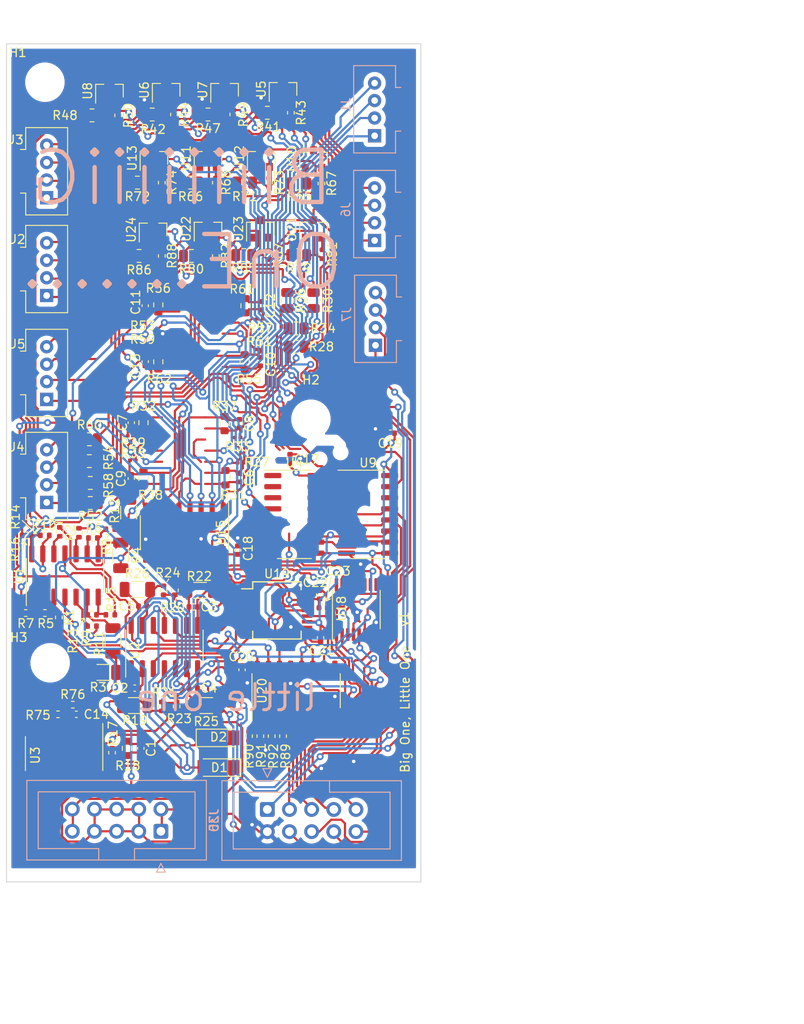
<source format=kicad_pcb>
(kicad_pcb (version 20211014) (generator pcbnew)
  (title_block (title "Big One, Little One") (rev "1"))
  (layers (0 "F.Cu" signal) (31 "B.Cu" power) (34 "B.Paste" user) (35 "F.Paste" user) (36 "B.SilkS" user "B.Silkscreen") (37 "F.SilkS" user "F.Silkscreen") (38 "B.Mask" user) (39 "F.Mask" user) (44 "Edge.Cuts" user))
  (net 0 "")
  (net 1 "GND")
  (net 2 "Net-(C1-Pad1)")
  (net 3 "Net-(C2-Pad2)")
  (net 4 "/3v3_to_cv/CV_OUT_1")
  (net 5 "Net-(C3-Pad2)")
  (net 6 "/3v3_to_cv/CV_OUT_3")
  (net 7 "Net-(C4-Pad2)")
  (net 8 "/3v3_to_cv/CV_OUT_2")
  (net 9 "Net-(C5-Pad2)")
  (net 10 "/3v3_to_cv/CV_OUT_4")
  (net 11 "Net-(C6-Pad2)")
  (net 12 "/cv_to_3v3_B/cv_3v3_1")
  (net 13 "Net-(C7-Pad2)")
  (net 14 "/cv_to_3v3_B/cv_3v3_3")
  (net 15 "Net-(C8-Pad2)")
  (net 16 "/cv_to_3v3_B/cv_3v3_2")
  (net 17 "Net-(C9-Pad2)")
  (net 18 "/cv_to_3v3_B/cv_3v3_4")
  (net 19 "Net-(C10-Pad2)")
  (net 20 "/cv_to_3v3_A/cv_3v3_1")
  (net 21 "Net-(C11-Pad2)")
  (net 22 "/cv_to_3v3_A/cv_3v3_3")
  (net 23 "Net-(C12-Pad2)")
  (net 24 "/cv_to_3v3_A/cv_3v3_2")
  (net 25 "Net-(C13-Pad2)")
  (net 26 "/cv_to_3v3_A/cv_3v3_4")
  (net 27 "Net-(C14-Pad1)")
  (net 28 "-12V")
  (net 29 "+12V")
  (net 30 "GNDD")
  (net 31 "+3V3")
  (net 32 "Net-(D1-Pad1)")
  (net 33 "Net-(D2-Pad2)")
  (net 34 "/cv_to_3v3_B/cv_in_4")
  (net 35 "/cv_to_3v3_B/cv_in_3")
  (net 36 "/cv_to_3v3_B/cv_in_2")
  (net 37 "/cv_to_3v3_B/cv_in_1")
  (net 38 "/gate_to_3v3_B/GATE_IN_4")
  (net 39 "/gate_to_3v3_B/GATE_IN_3")
  (net 40 "/gate_to_3v3_B/GATE_IN_2")
  (net 41 "/gate_to_3v3_B/GATE_IN_1")
  (net 42 "/gate_to_3v3_A/GATE_IN_4")
  (net 43 "/gate_to_3v3_A/GATE_IN_3")
  (net 44 "/gate_to_3v3_A/GATE_IN_2")
  (net 45 "/gate_to_3v3_A/GATE_IN_1")
  (net 46 "/cv_to_3v3_A/cv_in_4")
  (net 47 "/cv_to_3v3_A/cv_in_3")
  (net 48 "/cv_to_3v3_A/cv_in_2")
  (net 49 "/cv_to_3v3_A/cv_in_1")
  (net 50 "/gate_to_3v3_C/GATE_IN_4")
  (net 51 "/gate_to_3v3_C/GATE_IN_3")
  (net 52 "/gate_to_3v3_C/GATE_IN_2")
  (net 53 "/gate_to_3v3_C/GATE_IN_1")
  (net 54 "/3v3_to_gate/gate_out_4")
  (net 55 "/3v3_to_gate/gate_out_3")
  (net 56 "/3v3_to_gate/gate_out_2")
  (net 57 "/3v3_to_gate/gate_out_1")
  (net 58 "/DESELECT")
  (net 59 "/LOAD_GATES")
  (net 60 "/LATCH_GATES")
  (net 61 "/CS[1]")
  (net 62 "/CS[0]")
  (net 63 "/PICO")
  (net 64 "/POCI")
  (net 65 "/SCK")
  (net 66 "/3v3_to_gate/gate_1")
  (net 67 "Net-(R1-Pad1)")
  (net 68 "/3v3_to_gate/gate_3")
  (net 69 "Net-(R2-Pad1)")
  (net 70 "Net-(R3-Pad1)")
  (net 71 "Net-(R4-Pad1)")
  (net 72 "Net-(R5-Pad1)")
  (net 73 "Net-(R6-Pad1)")
  (net 74 "/3v3_to_gate/gate_2")
  (net 75 "Net-(R9-Pad1)")
  (net 76 "/3v3_to_gate/gate_4")
  (net 77 "Net-(R10-Pad1)")
  (net 78 "Net-(R11-Pad1)")
  (net 79 "Net-(R12-Pad1)")
  (net 80 "Net-(R13-Pad1)")
  (net 81 "Net-(R14-Pad1)")
  (net 82 "/3v3_to_cv/CV_BIAS")
  (net 83 "/AREF_-10V")
  (net 84 "Net-(U4-Pad9)")
  (net 85 "/GATE_IN_EN")
  (net 86 "/gate_to_3v3_A/GATE_3V3_1")
  (net 87 "/gate_to_3v3_A/GATE_3V3_3")
  (net 90 "/gate_to_3v3_A/GATE_3V3_2")
  (net 91 "/gate_to_3v3_A/GATE_3V3_4")
  (net 94 "/gate_to_3v3_B/GATE_3V3_1")
  (net 95 "/gate_to_3v3_B/GATE_3V3_3")
  (net 98 "/gate_to_3v3_B/GATE_3V3_2")
  (net 99 "/gate_to_3v3_B/GATE_3V3_4")
  (net 102 "/gate_to_3v3_C/GATE_3V3_1")
  (net 103 "/gate_to_3v3_C/GATE_3V3_3")
  (net 106 "/gate_to_3v3_C/GATE_3V3_2")
  (net 107 "/gate_to_3v3_C/GATE_3V3_4")
  (net 108 "/3v3_to_cv/CV_3V3_4")
  (net 109 "/3v3_to_cv/CV_3V3_3")
  (net 110 "/3v3_to_cv/CV_3V3_2")
  (net 111 "/3v3_to_cv/CV_3V3_1")
  (net 115 "/ADC_EN")
  (net 116 "/DAC_EN")
  (net 117 "/GATE_OUT_EN")
  (footprint "Capacitor_SMD:C_0402_1005Metric" (layer "F.Cu") (at 127.4 119.7 -90)
    (fp_text reference "C1")
    (fp_text value "0.1uF")
  )
  (footprint "Capacitor_SMD:C_0402_1005Metric" (layer "F.Cu") (at 126.7 112.8)
    (fp_text reference "C2")
    (fp_text value "1nF")
  )
  (footprint "Capacitor_SMD:C_0402_1005Metric" (layer "F.Cu") (at 133.4 103.5 180)
    (fp_text reference "C3")
    (fp_text value "1nF")
  )
  (footprint "Capacitor_SMD:C_0402_1005Metric" (layer "F.Cu") (at 133.4 112.8 180)
    (fp_text reference "C4")
    (fp_text value "1nF")
  )
  (footprint "Capacitor_SMD:C_0402_1005Metric" (layer "F.Cu") (at 127.6 103.4)
    (fp_text reference "C5")
    (fp_text value "1nF")
  )
  (footprint "Capacitor_SMD:C_0402_1005Metric" (layer "F.Cu") (at 138.6 88.7 90)
    (fp_text reference "C6")
    (fp_text value "1nF")
  )
  (footprint "Capacitor_SMD:C_0402_1005Metric" (layer "F.Cu") (at 126.3 82.4 -90)
    (fp_text reference "C7")
    (fp_text value "1nF")
  )
  (footprint "Capacitor_SMD:C_0402_1005Metric" (layer "F.Cu") (at 138.7 82.5 -90)
    (fp_text reference "C8")
    (fp_text value "1nF")
  )
  (footprint "Capacitor_SMD:C_0402_1005Metric" (layer "F.Cu") (at 126.3 88.8 90)
    (fp_text reference "C9")
    (fp_text value "1nF")
  )
  (footprint "Capacitor_SMD:C_0402_1005Metric" (layer "F.Cu") (at 141.1 75.4 90)
    (fp_text reference "C10")
    (fp_text value "1nF")
  )
  (footprint "Capacitor_SMD:C_0402_1005Metric" (layer "F.Cu") (at 127.9 69 -90)
    (fp_text reference "C11")
    (fp_text value "1nF")
  )
  (footprint "Capacitor_SMD:C_0402_1005Metric" (layer "F.Cu") (at 141.1 69 -90)
    (fp_text reference "C12")
    (fp_text value "1nF")
  )
  (footprint "Capacitor_SMD:C_0402_1005Metric" (layer "F.Cu") (at 127.9 75.4 90)
    (fp_text reference "C13")
    (fp_text value "1nF")
  )
  (footprint "Capacitor_SMD:C_0402_1005Metric" (layer "F.Cu") (at 120 115.8)
    (fp_text reference "C14")
    (fp_text value "0.1uF")
  )
  (footprint "Capacitor_SMD:C_0402_1005Metric" (layer "F.Cu") (at 144.5 86.5 90)
    (fp_text reference "C17")
    (fp_text value "0.1uF")
  )
  (footprint "Capacitor_SMD:C_0402_1005Metric" (layer "F.Cu") (at 138.5 97 90)
    (fp_text reference "C18")
    (fp_text value "1uF")
  )
  (footprint "Capacitor_SMD:C_0402_1005Metric" (layer "F.Cu") (at 156 83.6 180)
    (fp_text reference "C19")
    (fp_text value "0.1uF")
  )
  (footprint "Capacitor_SMD:C_0402_1005Metric" (layer "F.Cu") (at 139 110.7 -90)
    (fp_text reference "C20")
    (fp_text value "0.1uF")
  )
  (footprint "Capacitor_SMD:C_0402_1005Metric" (layer "F.Cu") (at 148 107 -90)
    (fp_text reference "C21")
    (fp_text value "0.1uF")
  )
  (footprint "Capacitor_SMD:C_0402_1005Metric" (layer "F.Cu") (at 147.9 102.1 -90)
    (fp_text reference "C22")
    (fp_text value "0.1uF")
  )
  (footprint "Capacitor_SMD:C_0402_1005Metric" (layer "F.Cu") (at 148.3 103.6)
    (fp_text reference "C23")
    (fp_text value "0.1uF")
  )
  (footprint "Diode_SMD:D_MiniMELF" (layer "F.Cu") (at 136.3 121.9 180)
    (fp_text reference "D1")
    (fp_text value "D")
  )
  (footprint "Diode_SMD:D_MiniMELF" (layer "F.Cu") (at 136.3 118.5)
    (fp_text reference "D2")
    (fp_text value "D")
  )
  (footprint "ASMR_footprints:Connector_TE_AMP_HPI-1735446-4_1x04_P2.00mm_Vertical" (layer "F.Cu") (at 116.6 64.8 90)
    (fp_text reference "J2")
    (fp_text value "gate_in_2")
  )
  (footprint "ASMR_footprints:Connector_TE_AMP_HPI-1735446-4_1x04_P2.00mm_Vertical" (layer "F.Cu") (at 116.6 53.6 90)
    (fp_text reference "J3")
    (fp_text value "gate_in_1")
  )
  (footprint "ASMR_footprints:Connector_TE_AMP_HPI-1735446-4_1x04_P2.00mm_Vertical" (layer "F.Cu") (at 116.6 88.5 90)
    (fp_text reference "J4")
    (fp_text value "cv_in_1")
  )
  (footprint "ASMR_footprints:Connector_TE_AMP_HPI-1735446-4_1x04_P2.00mm_Vertical" (layer "F.Cu") (at 116.6 76.7 90)
    (fp_text reference "J5")
    (fp_text value "gate_in_3")
  )
  (footprint "Resistor_SMD:R_0402_1005Metric" (layer "F.Cu") (at 118 104.7 -90)
    (fp_text reference "R1")
    (fp_text value "23K")
  )
  (footprint "Resistor_SMD:R_0402_1005Metric" (layer "F.Cu") (at 120.3 95 90)
    (fp_text reference "R2")
    (fp_text value "23K")
  )
  (footprint "Resistor_SMD:R_1206_3216Metric" (layer "F.Cu") (at 123.1 111)
    (fp_text reference "R3")
    (fp_text value "39K")
  )
  (footprint "Resistor_SMD:R_1206_3216Metric" (layer "F.Cu") (at 125.1 97.6 -90)
    (fp_text reference "R4")
    (fp_text value "39K")
  )
  (footprint "Resistor_SMD:R_0402_1005Metric" (layer "F.Cu") (at 116.4 104.2)
    (fp_text reference "R5")
    (fp_text value "56K")
  )
  (footprint "Resistor_SMD:R_0402_1005Metric" (layer "F.Cu") (at 121.9 95.6 180)
    (fp_text reference "R6")
    (fp_text value "56K")
  )
  (footprint "Resistor_SMD:R_0402_1005Metric" (layer "F.Cu") (at 114.2 104.2)
    (fp_text reference "R7")
    (fp_text value "1K")
  )
  (footprint "Resistor_SMD:R_0402_1005Metric" (layer "F.Cu") (at 123.9 94.6 180)
    (fp_text reference "R8")
    (fp_text value "1K")
  )
  (footprint "Resistor_SMD:R_0402_1005Metric" (layer "F.Cu") (at 121.8 105.7)
    (fp_text reference "R9")
    (fp_text value "23K")
  )
  (footprint "Resistor_SMD:R_0402_1005Metric" (layer "F.Cu") (at 118.1 94.9 90)
    (fp_text reference "R10")
    (fp_text value "23K")
  )
  (footprint "Resistor_SMD:R_1206_3216Metric" (layer "F.Cu") (at 124.2 107.4 -90)
    (fp_text reference "R11")
    (fp_text value "39K")
  )
  (footprint "Resistor_SMD:R_1206_3216Metric" (layer "F.Cu") (at 126 92.7 -90)
    (fp_text reference "R12")
    (fp_text value "39K")
  )
  (footprint "Resistor_SMD:R_0402_1005Metric" (layer "F.Cu") (at 121.8 104.4 180)
    (fp_text reference "R13")
    (fp_text value "56K")
  )
  (footprint "Resistor_SMD:R_0402_1005Metric" (layer "F.Cu") (at 116.39 95.3)
    (fp_text reference "R14")
    (fp_text value "56K")
  )
  (footprint "Resistor_SMD:R_0402_1005Metric" (layer "F.Cu") (at 123.9 104.4 180)
    (fp_text reference "R15")
    (fp_text value "1K")
  )
  (footprint "Resistor_SMD:R_0402_1005Metric" (layer "F.Cu") (at 114.3 95.3)
    (fp_text reference "R16")
    (fp_text value "1K")
  )
  (footprint "Resistor_SMD:R_0402_1005Metric" (layer "F.Cu") (at 124.1 120.2 90)
    (fp_text reference "R17")
    (fp_text value "12K")
  )
  (footprint "Resistor_SMD:R_0603_1608Metric" (layer "F.Cu") (at 125.8 119.7 -90)
    (fp_text reference "R18")
    (fp_text value "3K")
  )
  (footprint "Resistor_SMD:R_1206_3216Metric" (layer "F.Cu") (at 126.7 114.8)
    (fp_text reference "R19")
    (fp_text value "24K")
  )
  (footprint "Resistor_SMD:R_0402_1005Metric" (layer "F.Cu") (at 131.3 101.6 90)
    (fp_text reference "R20")
    (fp_text value "11K")
  )
  (footprint "Resistor_SMD:R_0402_1005Metric" (layer "F.Cu") (at 129.8 114.9 -90)
    (fp_text reference "R21")
    (fp_text value "11K")
  )
  (footprint "Resistor_SMD:R_1206_3216Metric" (layer "F.Cu") (at 134.2 101.6 180)
    (fp_text reference "R22")
    (fp_text value "24K")
  )
  (footprint "Resistor_SMD:R_0402_1005Metric" (layer "F.Cu") (at 131.5 114.9 -90)
    (fp_text reference "R23")
    (fp_text value "11K")
  )
  (footprint "Resistor_SMD:R_0402_1005Metric" (layer "F.Cu") (at 130 101.6 90)
    (fp_text reference "R24")
    (fp_text value "11K")
  )
  (footprint "Resistor_SMD:R_1206_3216Metric" (layer "F.Cu") (at 134.9 114.8 180)
    (fp_text reference "R25")
    (fp_text value "24K")
  )
  (footprint "Resistor_SMD:R_1206_3216Metric" (layer "F.Cu") (at 127 101.5)
    (fp_text reference "R26")
    (fp_text value "24K")
  )
  (footprint "Resistor_SMD:R_0201_0603Metric" (layer "F.Cu") (at 138.8 87 180)
    (fp_text reference "R27")
    (fp_text value "200K")
  )
  (footprint "Resistor_SMD:R_0805_2012Metric" (layer "F.Cu") (at 145.2 73.7 180)
    (fp_text reference "R28")
    (fp_text value "100K")
  )
  (footprint "Resistor_SMD:R_0201_0603Metric" (layer "F.Cu") (at 126.2 83.9)
    (fp_text reference "R29")
    (fp_text value "200K")
  )
  (footprint "Resistor_SMD:R_0805_2012Metric" (layer "F.Cu") (at 147.2 68.4 -90)
    (fp_text reference "R30")
    (fp_text value "100K")
  )
  (footprint "Resistor_SMD:R_0603_1608Metric" (layer "F.Cu") (at 137.1 88.7 90)
    (fp_text reference "R31")
    (fp_text value "33K")
  )
  (footprint "Resistor_SMD:R_0603_1608Metric" (layer "F.Cu") (at 127.7 82.4 -90)
    (fp_text reference "R32")
    (fp_text value "33K")
  )
  (footprint "Resistor_SMD:R_0201_0603Metric" (layer "F.Cu") (at 138.5 84.1 180)
    (fp_text reference "R33")
    (fp_text value "200K")
  )
  (footprint "Resistor_SMD:R_0805_2012Metric" (layer "F.Cu") (at 145.2 71.6 180)
    (fp_text reference "R34")
    (fp_text value "100K")
  )
  (footprint "Resistor_SMD:R_0201_0603Metric" (layer "F.Cu") (at 126.48 86.7)
    (fp_text reference "R35")
    (fp_text value "200K")
  )
  (footprint "Resistor_SMD:R_0805_2012Metric" (layer "F.Cu") (at 144.2 68.4 -90)
    (fp_text reference "R36")
    (fp_text value "100K")
  )
  (footprint "Resistor_SMD:R_0603_1608Metric" (layer "F.Cu") (at 137 82.5 -90)
    (fp_text reference "R37")
    (fp_text value "33K")
  )
  (footprint "Resistor_SMD:R_0603_1608Metric" (layer "F.Cu") (at 127.7 88.8 90)
    (fp_text reference "R38")
    (fp_text value "33K")
  )
  (footprint "Resistor_SMD:R_0805_2012Metric" (layer "F.Cu") (at 141.9 46.9)
    (fp_text reference "R41")
    (fp_text value "100K")
  )
  (footprint "Resistor_SMD:R_0805_2012Metric" (layer "F.Cu") (at 128.7 47.1)
    (fp_text reference "R42")
    (fp_text value "100K")
  )
  (footprint "Resistor_SMD:R_0402_1005Metric" (layer "F.Cu") (at 144.6 46.9 -90)
    (fp_text reference "R43")
    (fp_text value "1K")
  )
  (footprint "Resistor_SMD:R_0402_1005Metric" (layer "F.Cu") (at 131.2 47.1 -90)
    (fp_text reference "R44")
    (fp_text value "1K")
  )
  (footprint "Resistor_SMD:R_0805_2012Metric" (layer "F.Cu") (at 135.1 47.1)
    (fp_text reference "R47")
    (fp_text value "100K")
  )
  (footprint "Resistor_SMD:R_0805_2012Metric" (layer "F.Cu") (at 121.8 47.2)
    (fp_text reference "R48")
    (fp_text value "100K")
  )
  (footprint "Resistor_SMD:R_0402_1005Metric" (layer "F.Cu") (at 138 47.1 -90)
    (fp_text reference "R49")
    (fp_text value "1K")
  )
  (footprint "Resistor_SMD:R_0402_1005Metric" (layer "F.Cu") (at 124.8 47.2 -90)
    (fp_text reference "R50")
    (fp_text value "1K")
  )
  (footprint "Resistor_SMD:R_0201_0603Metric" (layer "F.Cu") (at 140.9 74 180)
    (fp_text reference "R51")
    (fp_text value "200K")
  )
  (footprint "Resistor_SMD:R_0805_2012Metric" (layer "F.Cu") (at 121.6 91.6)
    (fp_text reference "R52")
    (fp_text value "100K")
  )
  (footprint "Resistor_SMD:R_0201_0603Metric" (layer "F.Cu") (at 127.6 70.4)
    (fp_text reference "R53")
    (fp_text value "200K")
  )
  (footprint "Resistor_SMD:R_0805_2012Metric" (layer "F.Cu") (at 121.5 86.8)
    (fp_text reference "R54")
    (fp_text value "100K")
  )
  (footprint "Resistor_SMD:R_0603_1608Metric" (layer "F.Cu") (at 139.3 75.425 90)
    (fp_text reference "R55")
    (fp_text value "33K")
  )
  (footprint "Resistor_SMD:R_0603_1608Metric" (layer "F.Cu") (at 129.4 68.9 -90)
    (fp_text reference "R56")
    (fp_text value "33K")
  )
  (footprint "Resistor_SMD:R_0201_0603Metric" (layer "F.Cu") (at 141.08 70.5 180)
    (fp_text reference "R57")
    (fp_text value "200K")
  )
  (footprint "Resistor_SMD:R_0805_2012Metric" (layer "F.Cu") (at 121.6 89.3)
    (fp_text reference "R58")
    (fp_text value "100K")
  )
  (footprint "Resistor_SMD:R_0201_0603Metric" (layer "F.Cu") (at 127.6 73.9)
    (fp_text reference "R59")
    (fp_text value "200K")
  )
  (footprint "Resistor_SMD:R_0805_2012Metric" (layer "F.Cu") (at 121.5 84.3)
    (fp_text reference "R60")
    (fp_text value "100K")
  )
  (footprint "Resistor_SMD:R_0603_1608Metric" (layer "F.Cu") (at 139.4 69 -90)
    (fp_text reference "R61")
    (fp_text value "33K")
  )
  (footprint "Resistor_SMD:R_0603_1608Metric" (layer "F.Cu") (at 129.4 75.425 90)
    (fp_text reference "R62")
    (fp_text value "33K")
  )
  (footprint "Resistor_SMD:R_0805_2012Metric" (layer "F.Cu") (at 145.5 55)
    (fp_text reference "R65")
    (fp_text value "100K")
  )
  (footprint "Resistor_SMD:R_0805_2012Metric" (layer "F.Cu") (at 133.1 54.9)
    (fp_text reference "R66")
    (fp_text value "100K")
  )
  (footprint "Resistor_SMD:R_0402_1005Metric" (layer "F.Cu") (at 148.1 55 -90)
    (fp_text reference "R67")
    (fp_text value "1K")
  )
  (footprint "Resistor_SMD:R_0402_1005Metric" (layer "F.Cu") (at 136 54.9 -90)
    (fp_text reference "R68")
    (fp_text value "1K")
  )
  (footprint "Resistor_SMD:R_0805_2012Metric" (layer "F.Cu") (at 139.3 54.9)
    (fp_text reference "R71")
    (fp_text value "100K")
  )
  (footprint "Resistor_SMD:R_0805_2012Metric" (layer "F.Cu") (at 127 54.9)
    (fp_text reference "R72")
    (fp_text value "100K")
  )
  (footprint "Resistor_SMD:R_0402_1005Metric" (layer "F.Cu") (at 142.1 54.9 -90)
    (fp_text reference "R73")
    (fp_text value "1K")
  )
  (footprint "Resistor_SMD:R_0402_1005Metric" (layer "F.Cu") (at 129.8 54.9 -90)
    (fp_text reference "R74")
    (fp_text value "1K")
  )
  (footprint "Resistor_SMD:R_0402_1005Metric" (layer "F.Cu") (at 117.9 115.8 180)
    (fp_text reference "R75")
    (fp_text value "10K")
  )
  (footprint "Resistor_SMD:R_0402_1005Metric" (layer "F.Cu") (at 119.6 114.7)
    (fp_text reference "R76")
    (fp_text value "50K")
  )
  (footprint "Resistor_SMD:R_0805_2012Metric" (layer "F.Cu") (at 145.5 63.2)
    (fp_text reference "R79")
    (fp_text value "100K")
  )
  (footprint "Resistor_SMD:R_0805_2012Metric" (layer "F.Cu") (at 133.2 63.3)
    (fp_text reference "R80")
    (fp_text value "100K")
  )
  (footprint "Resistor_SMD:R_0402_1005Metric" (layer "F.Cu") (at 148.2 63.1 -90)
    (fp_text reference "R81")
    (fp_text value "1K")
  )
  (footprint "Resistor_SMD:R_0402_1005Metric" (layer "F.Cu") (at 136 63.3 -90)
    (fp_text reference "R82")
    (fp_text value "1K")
  )
  (footprint "Resistor_SMD:R_0805_2012Metric" (layer "F.Cu") (at 139.2 63.2)
    (fp_text reference "R85")
    (fp_text value "100K")
  )
  (footprint "Resistor_SMD:R_0805_2012Metric" (layer "F.Cu") (at 127.2 63.3)
    (fp_text reference "R86")
    (fp_text value "100K")
  )
  (footprint "Resistor_SMD:R_0402_1005Metric" (layer "F.Cu") (at 142 63.21 -90)
    (fp_text reference "R87")
    (fp_text value "1K")
  )
  (footprint "Resistor_SMD:R_0402_1005Metric" (layer "F.Cu") (at 129.8 63.3 -90)
    (fp_text reference "R88")
    (fp_text value "1K")
  )
  (footprint "Resistor_SMD:R_0402_1005Metric" (layer "F.Cu") (at 143.7 118.3 90)
    (fp_text reference "R89")
    (fp_text value "10K")
  )
  (footprint "Resistor_SMD:R_0402_1005Metric" (layer "F.Cu") (at 139.8 118.3 90)
    (fp_text reference "R90")
    (fp_text value "10K")
  )
  (footprint "Resistor_SMD:R_0402_1005Metric" (layer "F.Cu") (at 141.1 118.3 -90)
    (fp_text reference "R91")
    (fp_text value "10K")
  )
  (footprint "Package_SO:SOIC-14_3.9x8.7mm_P1.27mm" (layer "F.Cu") (at 118.7 99.9 90)
    (fp_text reference "U1")
    (fp_text value "LM324")
  )
  (footprint "Package_SO:SOIC-14_3.9x8.7mm_P1.27mm" (layer "F.Cu") (at 130.1 108.1 90)
    (fp_text reference "U2")
    (fp_text value "TL074CDT")
  )
  (footprint "Package_SO:SOIC-14_3.9x8.7mm_P1.27mm" (layer "F.Cu") (at 118.6 120.3 -90)
    (fp_text reference "U3")
    (fp_text value "LM324")
  )
  (footprint "Package_TO_SOT_SMD:SOT-23" (layer "F.Cu") (at 143.7 44.2 90)
    (fp_text reference "U5")
    (fp_text value "MOSFET_RK7002BM")
  )
  (footprint "Package_TO_SOT_SMD:SOT-23" (layer "F.Cu") (at 130.3 44.3 90)
    (fp_text reference "U6")
    (fp_text value "MOSFET_RK7002BM")
  )
  (footprint "Package_TO_SOT_SMD:SOT-23" (layer "F.Cu") (at 137 44.3 90)
    (fp_text reference "U7")
    (fp_text value "MOSFET_RK7002BM")
  )
  (footprint "Package_TO_SOT_SMD:SOT-23" (layer "F.Cu") (at 123.8 44.4 90)
    (fp_text reference "U8")
    (fp_text value "MOSFET_RK7002BM")
  )
  (footprint "Package_TO_SOT_SMD:SOT-23" (layer "F.Cu") (at 147.2 52.2 90)
    (fp_text reference "U10")
    (fp_text value "MOSFET_RK7002BM")
  )
  (footprint "Package_TO_SOT_SMD:SOT-23" (layer "F.Cu") (at 135.1 52.1 90)
    (fp_text reference "U11")
    (fp_text value "MOSFET_RK7002BM")
  )
  (footprint "Package_TO_SOT_SMD:SOT-23" (layer "F.Cu") (at 128.9 52.1 90)
    (fp_text reference "U13")
    (fp_text value "MOSFET_RK7002BM")
  )
  (footprint "Package_SO:SOIC-16_3.9x9.9mm_P1.27mm" (layer "F.Cu") (at 132.4 95 -90)
    (fp_text reference "U15")
    (fp_text value "MCP3208")
  )
  (footprint "Package_SO:TSSOP-16_4.4x5mm_P0.65mm" (layer "F.Cu") (at 152.1 103.8 90)
    (fp_text reference "U18")
    (fp_text value "74HC137")
  )
  (footprint "Package_SO:SSOP-14_5.3x6.2mm_P0.65mm" (layer "F.Cu") (at 143 103.9)
    (fp_text reference "U19")
    (fp_text value "BH2227FV")
  )
  (footprint "Package_SO:SOIC-16_3.9x9.9mm_P1.27mm" (layer "F.Cu") (at 145.2 113.1 90)
    (fp_text reference "U20")
    (fp_text value "74HC595")
  )
  (footprint "Package_TO_SOT_SMD:SOT-23" (layer "F.Cu") (at 147.2 60.2 90)
    (fp_text reference "U21")
    (fp_text value "MOSFET_RK7002BM")
  )
  (footprint "Package_TO_SOT_SMD:SOT-23" (layer "F.Cu") (at 135.1 60.2 90)
    (fp_text reference "U22")
    (fp_text value "MOSFET_RK7002BM")
  )
  (footprint "Package_TO_SOT_SMD:SOT-23" (layer "F.Cu") (at 141.1 60.2 90)
    (fp_text reference "U23")
    (fp_text value "MOSFET_RK7002BM")
  )
  (footprint "Package_TO_SOT_SMD:SOT-23" (layer "F.Cu") (at 128.8 60.3 90)
    (fp_text reference "U24")
    (fp_text value "MOSFET_RK7002BM")
  )
  (footprint "Package_TO_SOT_SMD:SOT-23" (layer "F.Cu") (at 141.2 52.1 90)
    (fp_text reference "U12")
    (fp_text value "MOSFET_RK7002BM")
  )
  (footprint "MountingHole:MountingHole_3.5mm" (layer "F.Cu") (at 116.4 43.4)
    (fp_text reference "H1")
    (fp_text value "MountingHole")
  )
  (footprint "MountingHole:MountingHole_3.5mm" (layer "F.Cu") (at 146.9 82)
    (fp_text reference "H2")
    (fp_text value "MountingHole")
  )
  (footprint "MountingHole:MountingHole_3.5mm" (layer "F.Cu") (at 117 109.9)
    (fp_text reference "H3")
    (fp_text value "MountingHole")
  )
  (footprint "Resistor_SMD:R_0402_1005Metric" (layer "F.Cu") (at 142.4 118.3 90)
    (fp_text reference "R92")
    (fp_text value "10K")
  )
  (footprint "Package_SO:SOIC-16_3.9x9.9mm_P1.27mm" (layer "F.Cu") (at 153.45 92.9)
    (fp_text reference "U9")
    (fp_text value "74HC589")
  )
  (footprint "Package_SO:SOIC-16_3.9x9.9mm_P1.27mm" (layer "F.Cu") (at 145 92.9)
    (fp_text reference "U4")
    (fp_text value "74HC589")
  )
  (footprint "ASMR_footprints:Connector_TE_AMP_HPI-1735446-4_1x04_P2.00mm_Vertical" (layer "B.Cu") (at 154.2 46.5 90)
    (fp_text reference "J1")
    (fp_text value "cv_in_2")
  )
  (footprint "ASMR_footprints:Connector_TE_AMP_HPI-1735446-4_1x04_P2.00mm_Vertical" (layer "B.Cu") (at 154.2 58.5 90)
    (fp_text reference "J6")
    (fp_text value "gate_out")
  )
  (footprint "ASMR_footprints:Connector_TE_AMP_HPI-1735446-4_1x04_P2.00mm_Vertical" (layer "B.Cu") (at 154.3 70.5 90)
    (fp_text reference "J7")
    (fp_text value "cv_out")
  )
  (footprint "Connector_IDC:IDC-Header_2x05_P2.54mm_Vertical" (layer "B.Cu") (at 129.7 129.2 90)
    (fp_text reference "J25")
    (fp_text value "Eurorack Power Header")
  )
  (footprint "Connector_IDC:IDC-Header_2x05_P2.54mm_Vertical" (layer "B.Cu") (at 141.9 126.7 -90)
    (fp_text reference "J30")
    (fp_text value "Brain Bus")
  )
  (gr_line (start 149.1 102.6) (end 148.7 102.8) (layer "F.SilkS") (width 0.12))
  (gr_line (start 120.5 104.9) (end 120.9 104.8) (layer "F.SilkS") (width 0.12))
  (gr_line (start 123.5 95.2) (end 123.7 95.2) (layer "F.SilkS") (width 0.12))
  (gr_line (start 113.7 96.2) (end 114.1 96) (layer "F.SilkS") (width 0.12))
  (gr_line (start 115.4 94.7) (end 115.4 95.1) (layer "F.SilkS") (width 0.12))
  (gr_line (start 118 93.9) (end 118.2 94) (layer "F.SilkS") (width 0.12))
  (gr_line (start 149.2 100.1) (end 148.7 102.8) (layer "F.SilkS") (width 0.12))
  (gr_line (start 115.4 95.1) (end 115.4 94.7) (layer "F.SilkS") (width 0.12))
  (gr_line (start 123.7 95.2) (end 123.5 95.2) (layer "F.SilkS") (width 0.12))
  (gr_line (start 131.4 102.9) (end 131.4 102.5) (layer "F.SilkS") (width 0.12))
  (gr_line (start 118.2 94) (end 118.4 93.8) (layer "F.SilkS") (width 0.12))
  (gr_line (start 148.7 102.8) (end 148.5 102.5) (layer "F.SilkS") (width 0.12))
  (gr_line (start 123.5 95.6) (end 123.7 95.2) (layer "F.SilkS") (width 0.12))
  (gr_line (start 118.2 93.8) (end 118.2 94) (layer "F.SilkS") (width 0.12))
  (gr_line (start 114.1 96) (end 113.7 96.2) (layer "F.SilkS") (width 0.12))
  (gr_line (start 130.6 100.3) (end 130.4 100.6) (layer "F.SilkS") (width 0.12))
  (gr_line (start 148.5 102.5) (end 149.1 102.6) (layer "F.SilkS") (width 0.12))
  (gr_line (start 118.2 94) (end 118 93.9) (layer "F.SilkS") (width 0.12))
  (gr_line (start 117.7 93.8) (end 118.2 93.8) (layer "F.SilkS") (width 0.12))
  (gr_line (start 115.4 95.1) (end 115.1 95.1) (layer "F.SilkS") (width 0.12))
  (gr_line (start 123.7 95.2) (end 123.8 95.4) (layer "F.SilkS") (width 0.12))
  (gr_line (start 120.2 106) (end 120.9 104.8) (layer "F.SilkS") (width 0.12))
  (gr_line (start 120.9 104.8) (end 120.5 104.9) (layer "F.SilkS") (width 0.12))
  (gr_line (start 114.1 96) (end 114.3 96.4) (layer "F.SilkS") (width 0.12))
  (gr_line (start 120.9 104.8) (end 121 105.2) (layer "F.SilkS") (width 0.12))
  (gr_line (start 113.8 93.6) (end 115.4 95.1) (layer "F.SilkS") (width 0.12))
  (gr_line (start 113.8 97.1) (end 114.1 96) (layer "F.SilkS") (width 0.12))
  (gr_line (start 159.5 39) (end 159.5 135) (layer "Edge.Cuts") (width 0.1))
  (gr_line (start 112 135) (end 112 39) (layer "Edge.Cuts") (width 0.1))
  (gr_line (start 159.5 135) (end 112 135) (layer "Edge.Cuts") (width 0.1))
  (gr_line (start 112 39) (end 159.5 39) (layer "Edge.Cuts") (width 0.1))
  (gr_text "BiiiiiiiiG\nOnE......." (at 132.1 59.2) (layer "B.SilkS") (effects (font (size 6 6) (thickness 0.5)) (justify mirror)))
  (gr_text "little one" (at 137.2 113.9) (layer "B.SilkS") (effects (font (size 3 3) (thickness 0.35)) (justify mirror)))
  (gr_text "v1" (at 157.6 104.9 90) (layer "F.SilkS") (effects (font (size 1 1))))
  (gr_text "Big One, Little One" (at 157.7 115.2 90) (layer "F.SilkS") (effects (font (size 1 1))))
  (segment (start 138.686501 73.386501) (end 138.673002 73.4) (width 0.25) (layer "F.Cu") (net 1))
  (segment (start 130.096998 70.93) (end 130.096998 70.93) (width 0.25) (layer "F.Cu") (net 1))
  (segment (start 127.996998 86.87) (end 127.074999 85.948001) (width 0.25) (layer "F.Cu") (net 1))
  (segment (start 136.4 86.7) (end 136.4 86.7) (width 0.25) (layer "F.Cu") (net 1))
  (segment (start 124.159723 118.659723) (end 124.669456 118.14999) (width 0.25) (layer "F.Cu") (net 1))
  (segment (start 126.4 92.5) (end 126.4 92.5) (width 0.25) (layer "F.Cu") (net 1))
  (segment (start 125.1 97.9) (end 125.1 97.9) (width 0.25) (layer "F.Cu") (net 1))
  (segment (start 124.4 112.7) (end 124.5 112.6) (width 0.25) (layer "F.Cu") (net 1))
  (segment (start 126 93.8625) (end 126 92.9) (width 0.25) (layer "F.Cu") (net 1))
  (segment (start 133.47499 86.07499) (end 134.3 86.9) (width 0.25) (layer "F.Cu") (net 1))
  (segment (start 126.22 120.18) (end 125.9 120.5) (width 0.25) (layer "F.Cu") (net 1))
  (segment (start 126 92.9) (end 126.4 92.5) (width 0.25) (layer "F.Cu") (net 1))
  (segment (start 127.2 129.1) (end 127.2 126.7) (width 0.25) (layer "F.Cu") (net 1))
  (segment (start 131.6 116.7) (end 130.9 117.4) (width 0.25) (layer "F.Cu") (net 1))
  (segment (start 125.1 99.0625) (end 125.1 97.9) (width 0.25) (layer "F.Cu") (net 1))
  (segment (start 124.669456 118.14999) (end 127.297616 118.14999) (width 0.25) (layer "F.Cu") (net 1))
  (segment (start 124.4 126.7) (end 122.1 126.7) (width 0.25) (layer "F.Cu") (net 1))
  (segment (start 118.364999 126.095999) (end 119.426009 125.034989) (width 0.25) (layer "F.Cu") (net 1))
  (segment (start 139.025001 117.389999) (end 138.335002 116.7) (width 0.25) (layer "F.Cu") (net 1))
  (segment (start 133.8 84.33) (end 133.47499 84.65501) (width 0.25) (layer "F.Cu") (net 1))
  (segment (start 123.4 113.7) (end 124.4 112.7) (width 0.25) (layer "F.Cu") (net 1))
  (segment (start 128.03501 119.56499) (end 127.4 120.2) (width 0.25) (layer "F.Cu") (net 1))
  (segment (start 127.1 129.2) (end 127.2 129.1) (width 0.25) (layer "F.Cu") (net 1))
  (segment (start 134.775 86.87) (end 136.23 86.87) (width 0.25) (layer "F.Cu") (net 1))
  (segment (start 128.15 120.2) (end 127.5 120.2) (width 0.25) (layer "F.Cu") (net 1))
  (segment (start 124.5625 111) (end 124.5625 109.4625) (width 0.25) (layer "F.Cu") (net 1))
  (segment (start 138.335002 116.7) (end 131.6 116.7) (width 0.25) (layer "F.Cu") (net 1))
  (segment (start 129.825 86.87) (end 127.996998 86.87) (width 0.25) (layer "F.Cu") (net 1))
  (segment (start 127.926998 84.4) (end 129.6 84.4) (width 0.25) (layer "F.Cu") (net 1))
  (segment (start 134.775 84.33) (end 133.8 84.33) (width 0.25) (layer "F.Cu") (net 1))
  (segment (start 127.297616 118.14999) (end 128.03501 118.887384) (width 0.25) (layer "F.Cu") (net 1))
  (segment (start 129.165011 125.034989) (end 131 123.2) (width 0.25) (layer "F.Cu") (net 1))
  (segment (start 128.33501 130.37501) (end 131.659992 130.37501) (width 0.25) (layer "F.Cu") (net 1))
  (segment (start 118.364999 129.764001) (end 118.364999 126.095999) (width 0.25) (layer "F.Cu") (net 1))
  (segment (start 124.6 129.2) (end 127.1 129.2) (width 0.25) (layer "F.Cu") (net 1))
  (segment (start 120.48 115.8) (end 120.48 116.788232) (width 0.25) (layer "F.Cu") (net 1))
  (segment (start 120.793242 119.12501) (end 123.694436 119.12501) (width 0.25) (layer "F.Cu") (net 1))
  (segment (start 121.1 113.7) (end 123.4 113.7) (width 0.25) (layer "F.Cu") (net 1))
  (segment (start 129.174999 71.851999) (end 129.174999 72.548001) (width 0.25) (layer "F.Cu") (net 1))
  (segment (start 130.9 117.45) (end 128.15 120.2) (width 0.25) (layer "F.Cu") (net 1))
  (segment (start 126.30001 96.69999) (end 126.30001 94.20001) (width 0.25) (layer "F.Cu") (net 1))
  (segment (start 139.525001 71.851999) (end 139.525001 72.548001) (width 0.25) (layer "F.Cu") (net 1))
  (segment (start 120.48 116.788232) (end 120.51499 116.823222) (width 0.25) (layer "F.Cu") (net 1))
  (segment (start 127.2 126.7) (end 124.4 126.7) (width 0.25) (layer "F.Cu") (net 1))
  (segment (start 124.5 112.6) (end 124.5 111.2) (width 0.25) (layer "F.Cu") (net 1))
  (segment (start 122.1 126.7) (end 122.1 129.3) (width 0.25) (layer "F.Cu") (net 1))
  (segment (start 139.025001 123.010001) (end 139.025001 117.389999) (width 0.25) (layer "F.Cu") (net 1))
  (segment (start 126.30001 94.20001) (end 126 93.9) (width 0.25) (layer "F.Cu") (net 1))
  (segment (start 125.1 97.9) (end 126.30001 96.69999) (width 0.25) (layer "F.Cu") (net 1))
  (segment (start 127.16 129.2) (end 128.33501 130.37501) (width 0.25) (layer "F.Cu") (net 1))
  (segment (start 127.074999 85.251999) (end 127.926998 84.4) (width 0.25) (layer "F.Cu") (net 1))
  (segment (start 131.659992 130.37501) (end 139.025001 123.010001) (width 0.25) (layer "F.Cu") (net 1))
  (segment (start 128.03501 118.887384) (end 128.03501 119.56499) (width 0.25) (layer "F.Cu") (net 1))
  (segment (start 127.074999 85.948001) (end 127.074999 85.251999) (width 0.25) (layer "F.Cu") (net 1))
  (segment (start 120.904999 130.375001) (end 118.975999 130.375001) (width 0.25) (layer "F.Cu") (net 1))
  (segment (start 131.825 70.93) (end 130.096998 70.93) (width 0.25) (layer "F.Cu") (net 1))
  (segment (start 127.4 120.18) (end 126.22 120.18) (width 0.25) (layer "F.Cu") (net 1))
  (segment (start 138.603002 70.93) (end 139.525001 71.851999) (width 0.25) (layer "F.Cu") (net 1))
  (segment (start 120.11 114.7) (end 120.11 114.69) (width 0.25) (layer "F.Cu") (net 1))
  (segment (start 120.11 114.69) (end 121.1 113.7) (width 0.25) (layer "F.Cu") (net 1))
  (segment (start 127.996998 86.87) (end 127.996998 86.87) (width 0.25) (layer "F.Cu") (net 1))
  (segment (start 119.426009 125.034989) (end 129.165011 125.034989) (width 0.25) (layer "F.Cu") (net 1))
  (segment (start 129.174999 72.548001) (end 130.126998 73.5) (width 0.25) (layer "F.Cu") (net 1))
  (segment (start 130.126998 73.5) (end 131.4 73.5) (width 0.25) (layer "F.Cu") (net 1))
  (segment (start 120.51499 116.823222) (end 120.51499 118.846758) (width 0.25) (layer "F.Cu") (net 1))
  (segment (start 136.23 86.87) (end 136.4 86.7) (width 0.25) (layer "F.Cu") (net 1))
  (segment (start 120.51499 118.846758) (end 120.793242 119.12501) (width 0.25) (layer "F.Cu") (net 1))
  (segment (start 122.08 129.2) (end 124.6 129.2) (width 0.25) (layer "F.Cu") (net 1))
  (segment (start 120.11 115.41) (end 120.5 115.8) (width 0.25) (layer "F.Cu") (net 1))
  (segment (start 118.975999 130.375001) (end 118.364999 129.764001) (width 0.25) (layer "F.Cu") (net 1))
  (segment (start 133.47499 84.65501) (end 133.47499 86.07499) (width 0.25) (layer "F.Cu") (net 1))
  (segment (start 123.694436 119.12501) (end 124.159723 118.659723) (width 0.25) (layer "F.Cu") (net 1))
  (segment (start 122.08 129.2) (end 120.904999 130.375001) (width 0.25) (layer "F.Cu") (net 1))
  (segment (start 130.096998 70.93) (end 129.174999 71.851999) (width 0.25) (layer "F.Cu") (net 1))
  (segment (start 120.11 114.7) (end 120.11 115.41) (width 0.25) (layer "F.Cu") (net 1))
  (segment (start 124.5625 109.4625) (end 124.1 109) (width 0.25) (layer "F.Cu") (net 1))
  (segment (start 136.775 70.93) (end 138.603002 70.93) (width 0.25) (layer "F.Cu") (net 1))
  (segment (start 139.525001 72.548001) (end 138.686501 73.386501) (width 0.25) (layer "F.Cu") (net 1))
  (segment (start 138.673002 73.4) (end 137.1 73.4) (width 0.25) (layer "F.Cu") (net 1))
  (via (at 136.4 86.7) (size 0.8) (drill 0.4) (layers "F.Cu" "B.Cu") (net 1))
  (via (at 126.4 92.5) (size 0.8) (drill 0.4) (layers "F.Cu" "B.Cu") (net 1))
  (via (at 138.686501 73.386501) (size 0.8) (drill 0.4) (layers "F.Cu" "B.Cu") (net 1))
  (via (at 125.1 97.9) (size 0.8) (drill 0.4) (layers "F.Cu" "B.Cu") (net 1))
  (via (at 124.4 112.7) (size 0.8) (drill 0.4) (layers "F.Cu" "B.Cu") (net 1))
  (via (at 124.159723 118.659723) (size 0.8) (drill 0.4) (layers "F.Cu" "B.Cu") (net 1))
  (via (at 127.996998 86.87) (size 0.8) (drill 0.4) (layers "F.Cu" "B.Cu") (net 1))
  (via (at 130.096998 70.93) (size 0.8) (drill 0.4) (layers "F.Cu" "B.Cu") (net 1))
  (segment (start 135.225001 80.780235) (end 136.174999 81.730233) (width 0.25) (layer "B.Cu") (net 1))
  (segment (start 124.4 112.7) (end 124.4 109.9) (width 0.25) (layer "B.Cu") (net 1))
  (segment (start 118.051999 98.374999) (end 118.748001 98.374999) (width 0.25) (layer "B.Cu") (net 1))
  (segment (start 121.974999 82.351999) (end 121.974999 83.048001) (width 0.25) (layer "B.Cu") (net 1))
  (segment (start 134.848001 79.625001) (end 134.151999 79.625001) (width 0.25) (layer "B.Cu") (net 1))
  (segment (start 133.774999 78.811409) (end 132.438589 77.474999) (width 0.25) (layer "B.Cu") (net 1))
  (segment (start 135.225001 79.248001) (end 134.848001 79.625001) (width 0.25) (layer "B.Cu") (net 1))
  (segment (start 128.9 90) (end 126.4 92.5) (width 0.25) (layer "B.Cu") (net 1))
  (segment (start 134.151999 79.625001) (end 133.774999 79.248001) (width 0.25) (layer "B.Cu") (net 1))
  (segment (start 135.225001 76.419951) (end 135.225001 79.248001) (width 0.25) (layer "B.Cu") (net 1))
  (segment (start 136.4 90.973002) (end 135.843001 91.530001) (width 0.25) (layer "B.Cu") (net 1))
  (segment (start 130.096998 70.93) (end 132.53 70.93) (width 0.25) (layer "B.Cu") (net 1))
  (segment (start 132.438589 77.474999) (end 128.161411 77.474999) (width 0.25) (layer "B.Cu") (net 1))
  (segment (start 127.874999 77.761411) (end 127.874999 80.020821) (width 0.25) (layer "B.Cu") (net 1))
  (segment (start 123.25001 108.75001) (end 121.304187 108.750009) (width 0.25) (layer "B.Cu") (net 1))
  (segment (start 128.9 88.6) (end 128.9 90) (width 0.25) (layer "B.Cu") (net 1))
  (segment (start 136.174999 86.474999) (end 136.4 86.7) (width 0.25) (layer "B.Cu") (net 1))
  (segment (start 133.774999 79.248001) (end 133.774999 78.811409) (width 0.25) (layer "B.Cu") (net 1))
  (segment (start 128.161411 77.474999) (end 127.874999 77.761411) (width 0.25) (layer "B.Cu") (net 1))
  (segment (start 134.986501 73.386501) (end 138.686501 73.386501) (width 0.25) (layer "B.Cu") (net 1))
  (segment (start 121.974999 83.048001) (end 127.226998 88.3) (width 0.25) (layer "B.Cu") (net 1))
  (segment (start 127.874999 80.020821) (end 131.574973 83.720795) (width 0.25) (layer "B.Cu") (net 1))
  (segment (start 136.174999 81.730233) (end 136.174999 86.474999) (width 0.25) (layer "B.Cu") (net 1))
  (segment (start 118.748001 98.374999) (end 119.223 97.9) (width 0.25) (layer "B.Cu") (net 1))
  (segment (start 128.83 86.87) (end 127.996998 86.87) (width 0.25) (layer "B.Cu") (net 1))
  (segment (start 131.574973 84.125027) (end 131.574974 86.484204) (width 0.25) (layer "B.Cu") (net 1))
  (segment (start 117.674999 102.574999) (end 117.674999 98.751999) (width 0.25) (layer "B.Cu") (net 1))
  (segment (start 131.574973 83.720795) (end 131.574973 84.125027) (width 0.25) (layer "B.Cu") (net 1))
  (segment (start 119.4 104.3) (end 117.674999 102.574999) (width 0.25) (layer "B.Cu") (net 1))
  (segment (start 131.574974 86.484204) (end 132.1 87.00923) (width 0.25) (layer "B.Cu") (net 1))
  (segment (start 132.1 90.903002) (end 132.726999 91.530001) (width 0.25) (layer "B.Cu") (net 1))
  (segment (start 136.4 86.7) (end 136.4 90.973002) (width 0.25) (layer "B.Cu") (net 1))
  (segment (start 132.726999 91.530001) (end 135.843001 91.530001) (width 0.25) (layer "B.Cu") (net 1))
  (segment (start 135.225001 79.248001) (end 135.225001 80.780235) (width 0.25) (layer "B.Cu") (net 1))
  (segment (start 138.686501 74.31348) (end 137.331472 74.31348) (width 0.25) (layer "B.Cu") (net 1))
  (segment (start 122.351999 81.974999) (end 121.974999 82.351999) (width 0.25) (layer "B.Cu") (net 1))
  (segment (start 124.4 109.9) (end 123.25001 108.75001) (width 0.25) (layer "B.Cu") (net 1))
  (segment (start 119.223 97.9) (end 125.1 97.9) (width 0.25) (layer "B.Cu") (net 1))
  (segment (start 127.226998 88.3) (end 128.6 88.3) (width 0.25) (layer "B.Cu") (net 1))
  (segment (start 126.970295 85.406705) (end 123.538589 81.974999) (width 0.25) (layer "B.Cu") (net 1))
  (segment (start 121.304187 108.750009) (end 119.174999 106.620821) (width 0.25) (layer "B.Cu") (net 1))
  (segment (start 119.174999 104.525001) (end 119.4 104.3) (width 0.25) (layer "B.Cu") (net 1))
  (segment (start 123.538589 81.974999) (end 122.351999 81.974999) (width 0.25) (layer "B.Cu") (net 1))
  (segment (start 138.686501 73.386501) (end 138.686501 74.31348) (width 0.25) (layer "B.Cu") (net 1))
  (segment (start 119.174999 106.620821) (end 119.174999 104.525001) (width 0.25) (layer "B.Cu") (net 1))
  (segment (start 128.6 88.3) (end 128.9 88.6) (width 0.25) (layer "B.Cu") (net 1))
  (segment (start 126.970295 85.843297) (end 126.970295 85.406705) (width 0.25) (layer "B.Cu") (net 1))
  (segment (start 117.674999 98.751999) (end 118.051999 98.374999) (width 0.25) (layer "B.Cu") (net 1))
  (segment (start 137.331472 74.31348) (end 135.225001 76.419951) (width 0.25) (layer "B.Cu") (net 1))
  (segment (start 132.53 70.93) (end 134.986501 73.386501) (width 0.25) (layer "B.Cu") (net 1))
  (segment (start 131.574973 84.125027) (end 128.83 86.87) (width 0.25) (layer "B.Cu") (net 1))
  (segment (start 127.996998 86.87) (end 126.970295 85.843297) (width 0.25) (layer "B.Cu") (net 1))
  (segment (start 132.1 87.00923) (end 132.1 90.903002) (width 0.25) (layer "B.Cu") (net 1))
  (segment (start 125.8 118.9) (end 126.1 119.2) (width 0.25) (layer "F.Cu") (net 2))
  (segment (start 120.721822 119.69) (end 119.9 118.868178) (width 0.25) (layer "F.Cu") (net 2))
  (segment (start 124.1 119.69) (end 120.721822 119.69) (width 0.25) (layer "F.Cu") (net 2))
  (segment (start 124.1 119.6) (end 125.1 119.6) (width 0.25) (layer "F.Cu") (net 2))
  (segment (start 126.1 119.2) (end 127.4 119.2) (width 0.25) (layer "F.Cu") (net 2))
  (segment (start 119.9 118.868178) (end 119.9 118.1) (width 0.25) (layer "F.Cu") (net 2))
  (segment (start 125.1 119.6) (end 125.8 118.9) (width 0.25) (layer "F.Cu") (net 2))
  (segment (start 127.2 112.7) (end 127.1 112.8) (width 0.25) (layer "F.Cu") (net 3))
  (segment (start 127.18 112.8) (end 127.6 112.38) (width 0.25) (layer "F.Cu") (net 3))
  (segment (start 127.1 112.8) (end 127.1 114) (width 0.25) (layer "F.Cu") (net 3))
  (segment (start 127.1 114) (end 128.5 115.4) (width 0.25) (layer "F.Cu") (net 3))
  (segment (start 128.5 115.4) (end 129.8 115.4) (width 0.25) (layer "F.Cu") (net 3))
  (segment (start 127.6 112.38) (end 127.6 110.4) (width 0.25) (layer "F.Cu") (net 3))
  (segment (start 126.3 122.9) (end 126.3 122.9) (width 0.25) (layer "F.Cu") (net 4))
  (segment (start 154.3 80.4) (end 154.3 73.532) (width 0.25) (layer "F.Cu") (net 4))
  (segment (start 137.873002 127.2) (end 142.128419 131.455417) (width 0.25) (layer "F.Cu") (net 4))
  (segment (start 158.275029 84.375029) (end 154.3 80.4) (width 0.25) (layer "F.Cu") (net 4))
  (segment (start 155.825961 116.613708) (end 155.825961 113.466887) (width 0.25) (layer "F.Cu") (net 4))
  (segment (start 142.128419 131.501421) (end 142.392029 131.765031) (width 0.25) (layer "F.Cu") (net 4))
  (segment (start 157.15144 112.141408) (end 157.15144 111.187158) (width 0.25) (layer "F.Cu") (net 4))
  (segment (start 155.723551 110.74952) (end 155.274031 110.3) (width 0.25) (layer "F.Cu") (net 4))
  (segment (start 123.5 114.7) (end 123.9 114.3) (width 0.25) (layer "F.Cu") (net 4))
  (segment (start 156.24906 107.398434) (end 156.24906 104.763823) (width 0.25) (layer "F.Cu") (net 4))
  (segment (start 155.274031 108.574031) (end 155.173747 108.473747) (width 0.25) (layer "F.Cu") (net 4))
  (segment (start 155.274031 110.3) (end 155.274031 108.574031) (width 0.25) (layer "F.Cu") (net 4))
  (segment (start 126.3 114.1) (end 125.3 115.1) (width 0.25) (layer "F.Cu") (net 4))
  (segment (start 156.537446 102.697311) (end 157.199519 102.035238) (width 0.25) (layer "F.Cu") (net 4))
  (segment (start 142.128419 131.455417) (end 142.128419 131.501421) (width 0.25) (layer "F.Cu") (net 4))
  (segment (start 152.740195 121.424088) (end 154.45048 119.713803) (width 0.25) (layer "F.Cu") (net 4))
  (segment (start 124.7 114.3) (end 125.1 114.7) (width 0.25) (layer "F.Cu") (net 4))
  (segment (start 152.740195 122.666932) (end 152.740195 121.424088) (width 0.25) (layer "F.Cu") (net 4))
  (segment (start 117.914989 129.950401) (end 118.789598 130.82501) (width 0.25) (layer "F.Cu") (net 4))
  (segment (start 118.789598 130.82501) (end 133.77499 130.82501) (width 0.25) (layer "F.Cu") (net 4))
  (segment (start 155.940195 125.866932) (end 152.740195 122.666932) (width 0.25) (layer "F.Cu") (net 4))
  (segment (start 119.324588 124.5) (end 117.91499 125.909598) (width 0.25) (layer "F.Cu") (net 4))
  (segment (start 123.9 114.3) (end 124.7 114.3) (width 0.25) (layer "F.Cu") (net 4))
  (segment (start 155.825961 113.466887) (end 157.15144 112.141408) (width 0.25) (layer "F.Cu") (net 4))
  (segment (start 133.77499 130.82501) (end 137.4 127.2) (width 0.25) (layer "F.Cu") (net 4))
  (segment (start 154.198559 131.765031) (end 155.940195 130.023395) (width 0.25) (layer "F.Cu") (net 4))
  (segment (start 158.275029 98.810208) (end 158.275029 84.375029) (width 0.25) (layer "F.Cu") (net 4))
  (segment (start 157.199519 99.885718) (end 158.275029 98.810208) (width 0.25) (layer "F.Cu") (net 4))
  (segment (start 157.199519 102.035238) (end 157.199519 99.885718) (width 0.25) (layer "F.Cu") (net 4))
  (segment (start 156.517378 102.677243) (end 156.537446 102.697311) (width 0.25) (layer "F.Cu") (net 4))
  (segment (start 155.940195 130.023395) (end 155.940195 125.866932) (width 0.25) (layer "F.Cu") (net 4))
  (segment (start 126.29 110.575) (end 126.29 112.69) (width 0.25) (layer "F.Cu") (net 4))
  (segment (start 154.45048 119.713803) (end 154.45048 117.989189) (width 0.25) (layer "F.Cu") (net 4))
  (segment (start 156.24906 104.763823) (end 155.8 104.314762) (width 0.25) (layer "F.Cu") (net 4))
  (segment (start 155.8 103.394621) (end 156.517378 102.677243) (width 0.25) (layer "F.Cu") (net 4))
  (segment (start 154.45048 117.989189) (end 155.825961 116.613708) (width 0.25) (layer "F.Cu") (net 4))
  (segment (start 126.3 123.8) (end 125.6 124.5) (width 0.25) (layer "F.Cu") (net 4))
  (segment (start 125.6 124.5) (end 119.324588 124.5) (width 0.25) (layer "F.Cu") (net 4))
  (segment (start 126.3 122.9) (end 126.3 123.8) (width 0.25) (layer "F.Cu") (net 4))
  (segment (start 142.392029 131.765031) (end 154.198559 131.765031) (width 0.25) (layer "F.Cu") (net 4))
  (segment (start 117.91499 125.909598) (end 117.914989 129.950401) (width 0.25) (layer "F.Cu") (net 4))
  (segment (start 126.29 112.69) (end 126.3 112.7) (width 0.25) (layer "F.Cu") (net 4))
  (segment (start 126.3 112.7) (end 126.3 114.1) (width 0.25) (layer "F.Cu") (net 4))
  (segment (start 155.173747 108.473747) (end 156.24906 107.398434) (width 0.25) (layer "F.Cu") (net 4))
  (segment (start 155.8 104.314762) (end 155.8 103.394621) (width 0.25) (layer "F.Cu") (net 4))
  (segment (start 156.713802 110.74952) (end 155.723551 110.74952) (width 0.25) (layer "F.Cu") (net 4))
  (segment (start 157.15144 111.187158) (end 156.713802 110.74952) (width 0.25) (layer "F.Cu") (net 4))
  (segment (start 137.4 127.2) (end 137.873002 127.2) (width 0.25) (layer "F.Cu") (net 4))
  (via (at 123.5 114.7) (size 0.8) (drill 0.4) (layers "F.Cu" "B.Cu") (net 4))
  (via (at 126.3 122.9) (size 0.8) (drill 0.4) (layers "F.Cu" "B.Cu") (net 4))
  (segment (start 123.5 114.7) (end 123.5 114.7) (width 0.25) (layer "B.Cu") (net 4))
  (segment (start 126.3 117.5) (end 123.5 114.7) (width 0.25) (layer "B.Cu") (net 4))
  (segment (start 126.3 122.9) (end 126.3 117.5) (width 0.25) (layer "B.Cu") (net 4))
  (segment (start 132.8 101.8) (end 132.1 101.1) (width 0.25) (layer "F.Cu") (net 5))
  (segment (start 132.92 104.08) (end 132.6 104.4) (width 0.25) (layer "F.Cu") (net 5))
  (segment (start 132.9 101.9) (end 132.8 101.8) (width 0.25) (layer "F.Cu") (net 5))
  (segment (start 132.6 106.4) (end 132.6 105.9) (width 0.25) (layer "F.Cu") (net 5))
  (segment (start 132.1 101.1) (end 131.3 101.1) (width 0.25) (layer "F.Cu") (net 5))
  (segment (start 132.6 104.4) (end 132.6 105.7) (width 0.25) (layer "F.Cu") (net 5))
  (segment (start 132.92 103.5) (end 132.92 104.08) (width 0.25) (layer "F.Cu") (net 5))
  (segment (start 132.9 103.5) (end 132.9 101.9) (width 0.25) (layer "F.Cu") (net 5))
  (segment (start 132.9 103.7) (end 132.9 103.5) (width 0.25) (layer "F.Cu") (net 5))
  (segment (start 156.9 80.6) (end 156.9 80.6) (width 0.25) (layer "F.Cu") (net 6))
  (segment (start 155.9 118.2) (end 155.9 118.2) (width 0.25) (layer "F.Cu") (net 6))
  (segment (start 136.3 111.7) (end 136.3 111.7) (width 0.25) (layer "F.Cu") (net 6))
  (segment (start 158.05048 112.513803) (end 158.05048 110.25048) (width 0.25) (layer "F.Cu") (net 6))
  (segment (start 158.05048 110.25048) (end 156.9 109.1) (width 0.25) (layer "F.Cu") (net 6))
  (segment (start 154.3 69.5) (end 155.837011 71.037011) (width 0.25) (layer "F.Cu") (net 6))
  (segment (start 133.88 103.5) (end 133.88 102.72) (width 0.25) (layer "F.Cu") (net 6))
  (segment (start 156.725001 117.374999) (end 156.725001 113.839282) (width 0.25) (layer "F.Cu") (net 6))
  (segment (start 156.725001 113.839282) (end 158.05048 112.513803) (width 0.25) (layer "F.Cu") (net 6))
  (segment (start 155.837011 75.599399) (end 155.20002 76.23639) (width 0.25) (layer "F.Cu") (net 6))
  (segment (start 156.9 109.1) (end 156.5 109.1) (width 0.25) (layer "F.Cu") (net 6))
  (segment (start 135 101.6) (end 135.5 101.6) (width 0.25) (layer "F.Cu") (net 6))
  (segment (start 136.3 111.9) (end 136.3 111.7) (width 0.25) (layer "F.Cu") (net 6))
  (segment (start 155.77282 80.6) (end 156.9 80.6) (width 0.25) (layer "F.Cu") (net 6))
  (segment (start 136 103.7) (end 136.6 103.1) (width 0.25) (layer "F.Cu") (net 6))
  (segment (start 155.837011 71.037011) (end 155.837011 75.599399) (width 0.25) (layer "F.Cu") (net 6))
  (segment (start 136.6 103.1) (end 136.6 102.3) (width 0.25) (layer "F.Cu") (net 6))
  (segment (start 139.2 114.8) (end 136.3 111.9) (width 0.25) (layer "F.Cu") (net 6))
  (segment (start 155.20002 76.23639) (end 155.20002 80.0272) (width 0.25) (layer "F.Cu") (net 6))
  (segment (start 133.91 105.625) (end 133.91 103.51) (width 0.25) (layer "F.Cu") (net 6))
  (segment (start 155.9 118.2) (end 156.725001 117.374999) (width 0.25) (layer "F.Cu") (net 6))
  (segment (start 155.20002 80.0272) (end 155.77282 80.6) (width 0.25) (layer "F.Cu") (net 6))
  (segment (start 133.91 103.51) (end 133.9 103.5) (width 0.25) (layer "F.Cu") (net 6))
  (segment (start 133.88 102.72) (end 135 101.6) (width 0.25) (layer "F.Cu") (net 6))
  (segment (start 136.6 102.3) (end 135.9 101.6) (width 0.25) (layer "F.Cu") (net 6))
  (via (at 155.9 118.2) (size 0.8) (drill 0.4) (layers "F.Cu" "B.Cu") (net 6))
  (via (at 136.3 111.7) (size 0.8) (drill 0.4) (layers "F.Cu" "B.Cu") (net 6))
  (via (at 156.9 80.6) (size 0.8) (drill 0.4) (layers "F.Cu" "B.Cu") (net 6))
  (via (at 139.2 114.8) (size 0.8) (drill 0.4) (layers "F.Cu" "B.Cu") (net 6))
  (via (at 156.5 109.1) (size 0.8) (drill 0.4) (layers "F.Cu" "B.Cu") (net 6))
  (via (at 136 103.7) (size 0.8) (drill 0.4) (layers "F.Cu" "B.Cu") (net 6))
  (segment (start 156.5 109.1) (end 156.5 109.1) (width 0.25) (layer "B.Cu") (net 6))
  (segment (start 156.5 109.1) (end 156.5 109.1) (width 0.25) (layer "B.Cu") (net 6))
  (segment (start 139.2 114.8) (end 139.2 114.8) (width 0.25) (layer "B.Cu") (net 6))
  (segment (start 136 103.7) (end 136 103.7) (width 0.25) (layer "B.Cu") (net 6))
  (segment (start 139.525001 115.125001) (end 139.2 114.8) (width 0.25) (layer "B.Cu") (net 6))
  (segment (start 157.5 84) (end 157.5 107.3) (width 0.25) (layer "B.Cu") (net 6))
  (segment (start 147.690588 119.2) (end 142.740598 124.14999) (width 0.25) (layer "B.Cu") (net 6))
  (segment (start 154.9 119.2) (end 147.690588 119.2) (width 0.25) (layer "B.Cu") (net 6))
  (segment (start 156.9 80.6) (end 156.9 83.4) (width 0.25) (layer "B.Cu") (net 6))
  (segment (start 138.90002 122.46361) (end 138.90002 116.825001) (width 0.25) (layer "B.Cu") (net 6))
  (segment (start 157.5 107.3) (end 156.5 108.3) (width 0.25) (layer "B.Cu") (net 6))
  (segment (start 134.5 102.2) (end 136 103.7) (width 0.25) (layer "B.Cu") (net 6))
  (segment (start 156.5 108.3) (end 156.5 109.1) (width 0.25) (layer "B.Cu") (net 6))
  (segment (start 142.740598 124.14999) (end 140.5864 124.14999) (width 0.25) (layer "B.Cu") (net 6))
  (segment (start 156.9 83.4) (end 157.5 84) (width 0.25) (layer "B.Cu") (net 6))
  (segment (start 139.148001 116.825001) (end 139.525001 116.448001) (width 0.25) (layer "B.Cu") (net 6))
  (segment (start 136.3 111.7) (end 136.3 109.726998) (width 0.25) (layer "B.Cu") (net 6))
  (segment (start 135.848001 109.274999) (end 134.961593 109.274999) (width 0.25) (layer "B.Cu") (net 6))
  (segment (start 139.525001 116.448001) (end 139.525001 115.125001) (width 0.25) (layer "B.Cu") (net 6))
  (segment (start 133.45001 108.55001) (end 133.45001 102.54999) (width 0.25) (layer "B.Cu") (net 6))
  (segment (start 133.8 102.2) (end 134.5 102.2) (width 0.25) (layer "B.Cu") (net 6))
  (segment (start 136.3 109.726998) (end 135.848001 109.274999) (width 0.25) (layer "B.Cu") (net 6))
  (segment (start 140.5864 124.14999) (end 138.90002 122.46361) (width 0.25) (layer "B.Cu") (net 6))
  (segment (start 133.45001 102.54999) (end 133.8 102.2) (width 0.25) (layer "B.Cu") (net 6))
  (segment (start 138.90002 116.825001) (end 139.148001 116.825001) (width 0.25) (layer "B.Cu") (net 6))
  (segment (start 134.736592 109.5) (end 134.4 109.5) (width 0.25) (layer "B.Cu") (net 6))
  (segment (start 134.961593 109.274999) (end 134.736592 109.5) (width 0.25) (layer "B.Cu") (net 6))
  (segment (start 134.4 109.5) (end 133.45001 108.55001) (width 0.25) (layer "B.Cu") (net 6))
  (segment (start 155.9 118.2) (end 154.9 119.2) (width 0.25) (layer "B.Cu") (net 6))
  (segment (start 132.92 112.8) (end 132.92 111.12) (width 0.25) (layer "F.Cu") (net 7))
  (segment (start 132.6 110.8) (end 132.6 110.7) (width 0.25) (layer "F.Cu") (net 7))
  (segment (start 133.3 115.4) (end 131.5 115.4) (width 0.25) (layer "F.Cu") (net 7))
  (segment (start 133.4375 114.8) (end 133.4375 115.2625) (width 0.25) (layer "F.Cu") (net 7))
  (segment (start 132.9 112.5) (end 132.9 113.6) (width 0.25) (layer "F.Cu") (net 7))
  (segment (start 132.92 111.12) (end 132.6 110.8) (width 0.25) (layer "F.Cu") (net 7))
  (segment (start 133.4375 115.2625) (end 133.3 115.4) (width 0.25) (layer "F.Cu") (net 7))
  (segment (start 132.6 110.7) (end 132.8 110.5) (width 0.25) (layer "F.Cu") (net 7))
  (segment (start 132.9 113.6) (end 133.6 114.3) (width 0.25) (layer "F.Cu") (net 7))
  (segment (start 138 128.4) (end 138 128.4) (width 0.25) (layer "F.Cu") (net 8))
  (segment (start 137.6 115.8) (end 137.6 115.8) (width 0.25) (layer "F.Cu") (net 8))
  (segment (start 141.551431 131.951431) (end 141.942019 131.951431) (width 0.25) (layer "F.Cu") (net 8))
  (segment (start 154.75001 80.2136) (end 154.75001 76.04999) (width 0.25) (layer "F.Cu") (net 8))
  (segment (start 156.69858 104.577626) (end 156.4 104.279046) (width 0.25) (layer "F.Cu") (net 8))
  (segment (start 156.275481 113.653085) (end 157.60096 112.327606) (width 0.25) (layer "F.Cu") (net 8))
  (segment (start 154.9 118.175386) (end 156.275481 116.799905) (width 0.25) (layer "F.Cu") (net 8))
  (segment (start 138 128.4) (end 141.551431 131.951431) (width 0.25) (layer "F.Cu") (net 8))
  (segment (start 157.60096 111.00096) (end 156.9 110.3) (width 0.25) (layer "F.Cu") (net 8))
  (segment (start 157.649039 102.221436) (end 157.649039 100.071916) (width 0.25) (layer "F.Cu") (net 8))
  (segment (start 136.6 115.1) (end 136.4 114.9) (width 0.25) (layer "F.Cu") (net 8))
  (segment (start 153.190205 121.609795) (end 154.9 119.9) (width 0.25) (layer "F.Cu") (net 8))
  (segment (start 157.649039 100.071916) (end 158.725038 98.995917) (width 0.25) (layer "F.Cu") (net 8))
  (segment (start 155.387001 75.412999) (end 155.387001 72.587001) (width 0.25) (layer "F.Cu") (net 8))
  (segment (start 156.69858 107.724971) (end 156.69858 104.577626) (width 0.25) (layer "F.Cu") (net 8))
  (segment (start 155.387001 72.587001) (end 154.3 71.5) (width 0.25) (layer "F.Cu") (net 8))
  (segment (start 134.8 113.7) (end 136.1 115) (width 0.25) (layer "F.Cu") (net 8))
  (segment (start 154.9 119.9) (end 154.9 118.175386) (width 0.25) (layer "F.Cu") (net 8))
  (segment (start 155.723551 108.676449) (end 156.675029 107.724971) (width 0.25) (layer "F.Cu") (net 8))
  (segment (start 142.205628 132.21504) (end 154.384959 132.215041) (width 0.25) (layer "F.Cu") (net 8))
  (segment (start 155.723551 110.023551) (end 155.723551 108.676449) (width 0.25) (layer "F.Cu") (net 8))
  (segment (start 156.390205 125.680532) (end 153.190205 122.480532) (width 0.25) (layer "F.Cu") (net 8))
  (segment (start 153.190205 122.480532) (end 153.190205 121.609795) (width 0.25) (layer "F.Cu") (net 8))
  (segment (start 154.75001 76.04999) (end 155.387001 75.412999) (width 0.25) (layer "F.Cu") (net 8))
  (segment (start 156 110.3) (end 155.723551 110.023551) (width 0.25) (layer "F.Cu") (net 8))
  (segment (start 158.725038 98.995917) (end 158.725039 84.188629) (width 0.25) (layer "F.Cu") (net 8))
  (segment (start 156.9 110.3) (end 156 110.3) (width 0.25) (layer "F.Cu") (net 8))
  (segment (start 136.3625 114.8) (end 137.3625 115.8) (width 0.25) (layer "F.Cu") (net 8))
  (segment (start 134.8 113.68) (end 134.8 113.7) (width 0.25) (layer "F.Cu") (net 8))
  (segment (start 158.725039 84.188629) (end 154.75001 80.2136) (width 0.25) (layer "F.Cu") (net 8))
  (segment (start 133.91 112.79) (end 134.8 113.68) (width 0.25) (layer "F.Cu") (net 8))
  (segment (start 137.3625 115.8) (end 137.6 115.8) (width 0.25) (layer "F.Cu") (net 8))
  (segment (start 156.275481 116.799905) (end 156.275481 113.653085) (width 0.25) (layer "F.Cu") (net 8))
  (segment (start 156.675029 107.724971) (end 156.69858 107.724971) (width 0.25) (layer "F.Cu") (net 8))
  (segment (start 156.4 104.279046) (end 156.4 103.470475) (width 0.25) (layer "F.Cu") (net 8))
  (segment (start 156.390204 130.209796) (end 156.390205 125.680532) (width 0.25) (layer "F.Cu") (net 8))
  (segment (start 141.942019 131.951431) (end 142.205628 132.21504) (width 0.25) (layer "F.Cu") (net 8))
  (segment (start 156.4 103.470475) (end 157.649039 102.221436) (width 0.25) (layer "F.Cu") (net 8))
  (segment (start 157.60096 112.327606) (end 157.60096 111.00096) (width 0.25) (layer "F.Cu") (net 8))
  (segment (start 133.91 110.575) (end 133.91 112.79) (width 0.25) (layer "F.Cu") (net 8))
  (segment (start 154.384959 132.215041) (end 156.390204 130.209796) (width 0.25) (layer "F.Cu") (net 8))
  (via (at 137.6 115.8) (size 0.8) (drill 0.4) (layers "F.Cu" "B.Cu") (net 8))
  (via (at 138 128.4) (size 0.8) (drill 0.4) (layers "F.Cu" "B.Cu") (net 8))
  (segment (start 137.5 115.9) (end 137.6 115.8) (width 0.25) (layer "B.Cu") (net 8))
  (segment (start 138 117.2) (end 137.5 116.7) (width 0.25) (layer "B.Cu") (net 8))
  (segment (start 138 128.4) (end 138 117.2) (width 0.25) (layer "B.Cu") (net 8))
  (segment (start 137.5 116.7) (end 137.5 115.9) (width 0.25) (layer "B.Cu") (net 8))
  (segment (start 129.3 101.1) (end 129.9 101.1) (width 0.25) (layer "F.Cu") (net 9))
  (segment (start 128.9 101.5) (end 129.3 101.1) (width 0.25) (layer "F.Cu") (net 9))
  (segment (start 128.1 103.4) (end 128.1 104.4) (width 0.25) (layer "F.Cu") (net 9))
  (segment (start 128.4625 101.5) (end 128.4625 102.3375) (width 0.25) (layer "F.Cu") (net 9))
  (segment (start 127.9 103.2) (end 128.1 103.4) (width 0.25) (layer "F.Cu") (net 9))
  (segment (start 127.9 102.9) (end 127.9 103.2) (width 0.25) (layer "F.Cu") (net 9))
  (segment (start 128.1 104.4) (end 127.5 105) (width 0.25) (layer "F.Cu") (net 9))
  (segment (start 127.6 106.4) (end 127.6 105.9) (width 0.25) (layer "F.Cu") (net 9))
  (segment (start 128.4625 102.3375) (end 127.9 102.9) (width 0.25) (layer "F.Cu") (net 9))
  (segment (start 127.5 105) (end 127.5 105.8) (width 0.25) (layer "F.Cu") (net 9))
  (segment (start 128.6 101.5) (end 128.9 101.5) (width 0.25) (layer "F.Cu") (net 9))
  (segment (start 128.1 102) (end 128.6 101.5) (width 0.25) (layer "F.Cu") (net 9))
  (segment (start 156.5 78.9) (end 156.5 78.9) (width 0.25) (layer "F.Cu") (net 10))
  (segment (start 155.7 119.7) (end 155.7 119.7) (width 0.25) (layer "F.Cu") (net 10))
  (segment (start 135.1 112.3) (end 135.1 112.3) (width 0.25) (layer "F.Cu") (net 10))
  (segment (start 155.7 119.7) (end 157.175011 118.224989) (width 0.25) (layer "F.Cu") (net 10))
  (segment (start 126.4 107.2) (end 126.4 106.2) (width 0.25) (layer "F.Cu") (net 10))
  (segment (start 138.8 116.1) (end 138.8 115.926998) (width 0.25) (layer "F.Cu") (net 10))
  (segment (start 126.29 104.81) (end 127.1 104) (width 0.25) (layer "F.Cu") (net 10))
  (segment (start 156.287021 69.487021) (end 156.28702 75.7858) (width 0.25) (layer "F.Cu") (net 10))
  (segment (start 157.175011 114.024989) (end 158.5 112.7) (width 0.25) (layer "F.Cu") (net 10))
  (segment (start 126.29 105.625) (end 126.29 104.81) (width 0.25) (layer "F.Cu") (net 10))
  (segment (start 137.773002 114.9) (end 137.4 114.9) (width 0.25) (layer "F.Cu") (net 10))
  (segment (start 155.65003 76.42279) (end 155.65003 78.05003) (width 0.25) (layer "F.Cu") (net 10))
  (segment (start 138.8 115.926998) (end 137.773002 114.9) (width 0.25) (layer "F.Cu") (net 10))
  (segment (start 158.5 109.49998) (end 157.95001 108.94999) (width 0.25) (layer "F.Cu") (net 10))
  (segment (start 137.25001 114.75001) (end 137.25001 113.93682) (width 0.25) (layer "F.Cu") (net 10))
  (segment (start 156.28702 75.7858) (end 155.65003 76.42279) (width 0.25) (layer "F.Cu") (net 10))
  (segment (start 127.1 104) (end 127.1 103.2) (width 0.25) (layer "F.Cu") (net 10))
  (segment (start 155.65003 78.05003) (end 156.5 78.9) (width 0.25) (layer "F.Cu") (net 10))
  (segment (start 157.175011 118.224989) (end 157.175011 114.024989) (width 0.25) (layer "F.Cu") (net 10))
  (segment (start 137.4 114.9) (end 137.25001 114.75001) (width 0.25) (layer "F.Cu") (net 10))
  (segment (start 127.1 103.2) (end 125.6 101.7) (width 0.25) (layer "F.Cu") (net 10))
  (segment (start 137.25001 113.93682) (end 136.91318 113.59999) (width 0.25) (layer "F.Cu") (net 10))
  (segment (start 135.1 113.34359) (end 135.1 112.3) (width 0.25) (layer "F.Cu") (net 10))
  (segment (start 136.91318 113.59999) (end 135.3564 113.59999) (width 0.25) (layer "F.Cu") (net 10))
  (segment (start 126.6 107.4) (end 126.4 107.2) (width 0.25) (layer "F.Cu") (net 10))
  (segment (start 158.5 112.7) (end 158.5 109.49998) (width 0.25) (layer "F.Cu") (net 10))
  (segment (start 127.1 107.4) (end 126.6 107.4) (width 0.25) (layer "F.Cu") (net 10))
  (segment (start 135.3564 113.59999) (end 135.1 113.34359) (width 0.25) (layer "F.Cu") (net 10))
  (segment (start 154.3 67.5) (end 156.287021 69.487021) (width 0.25) (layer "F.Cu") (net 10))
  (via (at 157.95001 108.94999) (size 0.8) (drill 0.4) (layers "F.Cu" "B.Cu") (net 10))
  (via (at 127.1 107.4) (size 0.8) (drill 0.4) (layers "F.Cu" "B.Cu") (net 10))
  (via (at 138.8 116.1) (size 0.8) (drill 0.4) (layers "F.Cu" "B.Cu") (net 10))
  (via (at 135.1 112.3) (size 0.8) (drill 0.4) (layers "F.Cu" "B.Cu") (net 10))
  (via (at 155.7 119.7) (size 0.8) (drill 0.4) (layers "F.Cu" "B.Cu") (net 10))
  (via (at 156.5 78.9) (size 0.8) (drill 0.4) (layers "F.Cu" "B.Cu") (net 10))
  (segment (start 157.95001 108.94999) (end 157.95001 108.94999) (width 0.25) (layer "B.Cu") (net 10))
  (segment (start 157.95001 108.94999) (end 157.95001 108.94999) (width 0.25) (layer "B.Cu") (net 10))
  (segment (start 127.1 107.4) (end 127.1 107.4) (width 0.25) (layer "B.Cu") (net 10))
  (segment (start 138.8 116.1) (end 138.8 116.1) (width 0.25) (layer "B.Cu") (net 10))
  (segment (start 157.625001 80.025001) (end 157.625001 80.974999) (width 0.25) (layer "B.Cu") (net 10))
  (segment (start 130.17498 103.820802) (end 130.17498 103.601978) (width 0.25) (layer "B.Cu") (net 10))
  (segment (start 142.926998 124.6) (end 140.4 124.6) (width 0.25) (layer "B.Cu") (net 10))
  (segment (start 157.95001 83.8136) (end 157.95001 108.94999) (width 0.25) (layer "B.Cu") (net 10))
  (segment (start 129.874981 111.615789) (end 131.6 109.89077) (width 0.25) (layer "B.Cu") (net 10))
  (segment (start 157.35001 83.2136) (end 157.95001 83.8136) (width 0.25) (layer "B.Cu") (net 10))
  (segment (start 131.6 109.89077) (end 131.6 104.9) (width 0.25) (layer "B.Cu") (net 10))
  (segment (start 133.845822 112.3) (end 132.2208 113.92502) (width 0.25) (layer "B.Cu") (net 10))
  (segment (start 138.8 116.2) (end 138.8 116.1) (width 0.25) (layer "B.Cu") (net 10))
  (segment (start 147.826998 119.7) (end 142.926998 124.6) (width 0.25) (layer "B.Cu") (net 10))
  (segment (start 128.851999 102.974999) (end 127.1 104.726998) (width 0.25) (layer "B.Cu") (net 10))
  (segment (start 140.4 124.6) (end 138.45001 122.65001) (width 0.25) (layer "B.Cu") (net 10))
  (segment (start 130.779197 113.925019) (end 129.87498 113.0208) (width 0.25) (layer "B.Cu") (net 10))
  (segment (start 131.6 104.9) (end 131.42502 104.72502) (width 0.25) (layer "B.Cu") (net 10))
  (segment (start 131.42502 104.72502) (end 131.079197 104.725019) (width 0.25) (layer "B.Cu") (net 10))
  (segment (start 135.1 112.3) (end 133.845822 112.3) (width 0.25) (layer "B.Cu") (net 10))
  (segment (start 129.548001 102.974999) (end 128.851999 102.974999) (width 0.25) (layer "B.Cu") (net 10))
  (segment (start 138.45001 122.65001) (end 138.45001 116.54999) (width 0.25) (layer "B.Cu") (net 10))
  (segment (start 131.079197 104.725019) (end 130.527089 104.172911) (width 0.25) (layer "B.Cu") (net 10))
  (segment (start 130.17498 103.601978) (end 129.548001 102.974999) (width 0.25) (layer "B.Cu") (net 10))
  (segment (start 157.35001 81.24999) (end 157.35001 83.2136) (width 0.25) (layer "B.Cu") (net 10))
  (segment (start 127.1 104.726998) (end 127.1 107.4) (width 0.25) (layer "B.Cu") (net 10))
  (segment (start 129.87498 113.0208) (end 129.874981 111.615789) (width 0.25) (layer "B.Cu") (net 10))
  (segment (start 132.2208 113.92502) (end 130.779197 113.925019) (width 0.25) (layer "B.Cu") (net 10))
  (segment (start 130.527089 104.172911) (end 130.17498 103.820802) (width 0.25) (layer "B.Cu") (net 10))
  (segment (start 138.45001 116.54999) (end 138.8 116.2) (width 0.25) (layer "B.Cu") (net 10))
  (segment (start 155.7 119.7) (end 147.826998 119.7) (width 0.25) (layer "B.Cu") (net 10))
  (segment (start 156.5 78.9) (end 157.625001 80.025001) (width 0.25) (layer "B.Cu") (net 10))
  (segment (start 157.625001 80.974999) (end 157.35001 81.24999) (width 0.25) (layer "B.Cu") (net 10))
  (segment (start 140.7 79.5) (end 140.7 79.5) (width 0.25) (layer "F.Cu") (net 11))
  (segment (start 139.12 86.805352) (end 139.25001 86.675342) (width 0.25) (layer "F.Cu") (net 11))
  (segment (start 136.66 88.14) (end 136.9 87.9) (width 0.25) (layer "F.Cu") (net 11))
  (segment (start 134.775 88.14) (end 136.66 88.14) (width 0.25) (layer "F.Cu") (net 11))
  (segment (start 138.2 87.9) (end 138.5 88.2) (width 0.25) (layer "F.Cu") (net 11))
  (segment (start 144.2875 73.7) (end 144.2875 75.539498) (width 0.25) (layer "F.Cu") (net 11))
  (segment (start 136.9 87.9) (end 138.2 87.9) (width 0.25) (layer "F.Cu") (net 11))
  (segment (start 139.25001 86.675342) (end 139.25001 85.24999) (width 0.25) (layer "F.Cu") (net 11))
  (segment (start 141.5 79.5) (end 140.7 79.5) (width 0.25) (layer "F.Cu") (net 11))
  (segment (start 142.674999 78.325001) (end 141.5 79.5) (width 0.25) (layer "F.Cu") (net 11))
  (segment (start 138.5 88.2) (end 139.1 87.6) (width 0.25) (layer "F.Cu") (net 11))
  (segment (start 142.674999 77.151999) (end 142.674999 78.325001) (width 0.25) (layer "F.Cu") (net 11))
  (segment (start 139.12 87) (end 139.12 86.805352) (width 0.25) (layer "F.Cu") (net 11))
  (segment (start 144.2875 75.539498) (end 142.674999 77.151999) (width 0.25) (layer "F.Cu") (net 11))
  (segment (start 139.1 87.6) (end 139.1 87) (width 0.25) (layer "F.Cu") (net 11))
  (segment (start 139.25001 85.24999) (end 139.9 84.6) (width 0.25) (layer "F.Cu") (net 11))
  (via (at 140.7 79.5) (size 0.8) (drill 0.4) (layers "F.Cu" "B.Cu") (net 11))
  (via (at 139.9 84.6) (size 0.8) (drill 0.4) (layers "F.Cu" "B.Cu") (net 11))
  (segment (start 139.9 84.6) (end 139.9 84.6) (width 0.25) (layer "B.Cu") (net 11))
  (segment (start 140.7 82.273002) (end 139.9 83.073002) (width 0.25) (layer "B.Cu") (net 11))
  (segment (start 139.9 83.073002) (end 139.9 84.6) (width 0.25) (layer "B.Cu") (net 11))
  (segment (start 140.7 79.5) (end 140.7 82.273002) (width 0.25) (layer "B.Cu") (net 11))
  (segment (start 133 88.8) (end 133.6 89.4) (width 0.25) (layer "F.Cu") (net 12))
  (segment (start 134.775 89.41) (end 137.11 89.41) (width 0.25) (layer "F.Cu") (net 12))
  (segment (start 137.2 89.5) (end 137.5 89.2) (width 0.25) (layer "F.Cu") (net 12))
  (segment (start 132.5 88.8) (end 133 88.8) (width 0.25) (layer "F.Cu") (net 12))
  (segment (start 137.5 89.2) (end 138.5 89.2) (width 0.25) (layer "F.Cu") (net 12))
  (segment (start 132.025029 89.274971) (end 132.025028 90.12956) (width 0.25) (layer "F.Cu") (net 12))
  (segment (start 132.5 88.8) (end 132.025029 89.274971) (width 0.25) (layer "F.Cu") (net 12))
  (segment (start 131.8 90.354588) (end 131.8 91.9) (width 0.25) (layer "F.Cu") (net 12))
  (segment (start 133.6 89.4) (end 134.2 89.4) (width 0.25) (layer "F.Cu") (net 12))
  (segment (start 137.11 89.41) (end 137.2 89.5) (width 0.25) (layer "F.Cu") (net 12))
  (segment (start 132.025028 90.12956) (end 131.8 90.354588) (width 0.25) (layer "F.Cu") (net 12))
  (segment (start 145.7 68.4) (end 145.7 68.4) (width 0.25) (layer "F.Cu") (net 13))
  (segment (start 126.3 80.4) (end 126.3 80.4) (width 0.25) (layer "F.Cu") (net 13))
  (segment (start 134.5 78.9) (end 134.5 78.48205) (width 0.25) (layer "F.Cu") (net 13))
  (segment (start 141.322992 79.95001) (end 141.686401 79.950009) (width 0.25) (layer "F.Cu") (net 13))
  (segment (start 125.98 82.88) (end 125.6 82.5) (width 0.25) (layer "F.Cu") (net 13))
  (segment (start 125.6 82.5) (end 125.6 81.1) (width 0.25) (layer "F.Cu") (net 13))
  (segment (start 146.6125 69.3125) (end 145.7 68.4) (width 0.25) (layer "F.Cu") (net 13))
  (segment (start 147.2 69.3125) (end 146.6125 69.3125) (width 0.25) (layer "F.Cu") (net 13))
  (segment (start 143.125009 77.338399) (end 145.2 75.263408) (width 0.25) (layer "F.Cu") (net 13))
  (segment (start 138.926998 78.7) (end 139.974999 79.748001) (width 0.25) (layer "F.Cu") (net 13))
  (segment (start 125.6 81.1) (end 126.3 80.4) (width 0.25) (layer "F.Cu") (net 13))
  (segment (start 127.84 83.06) (end 127.7 83.2) (width 0.25) (layer "F.Cu") (net 13))
  (segment (start 125.9 83.28) (end 125.9 83.9) (width 0.25) (layer "F.Cu") (net 13))
  (segment (start 127.7 83.225) (end 126.725 83.225) (width 0.25) (layer "F.Cu") (net 13))
  (segment (start 126.725 83.225) (end 126.4 82.9) (width 0.25) (layer "F.Cu") (net 13))
  (segment (start 139.974999 79.848001) (end 140.351999 80.225001) (width 0.25) (layer "F.Cu") (net 13))
  (segment (start 140.351999 80.225001) (end 141.048001 80.225001) (width 0.25) (layer "F.Cu") (net 13))
  (segment (start 134.5 78.48205) (end 135.73204 77.25001) (width 0.25) (layer "F.Cu") (net 13))
  (segment (start 129.825 83.06) (end 127.84 83.06) (width 0.25) (layer "F.Cu") (net 13))
  (segment (start 135.73204 77.25001) (end 136.440598 77.25001) (width 0.25) (layer "F.Cu") (net 13))
  (segment (start 141.048001 80.225001) (end 141.322992 79.95001) (width 0.25) (layer "F.Cu") (net 13))
  (segment (start 145.2 75.263408) (end 145.2 75) (width 0.25) (layer "F.Cu") (net 13))
  (segment (start 141.686401 79.950009) (end 143.125009 78.511401) (width 0.25) (layer "F.Cu") (net 13))
  (segment (start 143.125009 78.511401) (end 143.125009 77.338399) (width 0.25) (layer "F.Cu") (net 13))
  (segment (start 137.890588 78.7) (end 138.926998 78.7) (width 0.25) (layer "F.Cu") (net 13))
  (segment (start 126.3 82.88) (end 125.98 82.88) (width 0.25) (layer "F.Cu") (net 13))
  (segment (start 139.974999 79.748001) (end 139.974999 79.848001) (width 0.25) (layer "F.Cu") (net 13))
  (segment (start 126.3 82.88) (end 125.9 83.28) (width 0.25) (layer "F.Cu") (net 13))
  (segment (start 136.440598 77.25001) (end 137.890588 78.7) (width 0.25) (layer "F.Cu") (net 13))
  (via (at 145.7 68.4) (size 0.8) (drill 0.4) (layers "F.Cu" "B.Cu") (net 13))
  (via (at 134.5 78.9) (size 0.8) (drill 0.4) (layers "F.Cu" "B.Cu") (net 13))
  (via (at 126.3 80.4) (size 0.8) (drill 0.4) (layers "F.Cu" "B.Cu") (net 13))
  (via (at 145.2 75) (size 0.8) (drill 0.4) (layers "F.Cu" "B.Cu") (net 13))
  (segment (start 134.5 78.9) (end 134.5 78.9) (width 0.25) (layer "B.Cu") (net 13))
  (segment (start 134.5 78.9) (end 134.5 78.9) (width 0.25) (layer "B.Cu") (net 13))
  (segment (start 134.5 78.9) (end 134.5 78.9) (width 0.25) (layer "B.Cu") (net 13))
  (segment (start 134.5 78.9) (end 134.5 78.9) (width 0.25) (layer "B.Cu") (net 13))
  (segment (start 145.2 75) (end 145.2 75) (width 0.25) (layer "B.Cu") (net 13))
  (segment (start 132.6 77) (end 134.1 78.5) (width 0.25) (layer "B.Cu") (net 13))
  (segment (start 147.151999 71.425001) (end 147.151999 71.774999) (width 0.25) (layer "B.Cu") (net 13))
  (segment (start 145.2 74.423) (end 145.2 75) (width 0.25) (layer "B.Cu") (net 13))
  (segment (start 127.526998 77.473002) (end 128 77) (width 0.25) (layer "B.Cu") (net 13))
  (segment (start 147.063499 70.263499) (end 146.774999 70.551999) (width 0.25) (layer "B.Cu") (net 13))
  (segment (start 145.7 68.4) (end 147.063499 69.763499) (width 0.25) (layer "B.Cu") (net 13))
  (segment (start 147.063499 69.763499) (end 147.063499 70.263499) (width 0.25) (layer "B.Cu") (net 13))
  (segment (start 126.3 78.673002) (end 127.5 77.473002) (width 0.25) (layer "B.Cu") (net 13))
  (segment (start 126.3 80.4) (end 126.3 78.673002) (width 0.25) (layer "B.Cu") (net 13))
  (segment (start 146.774999 72.151999) (end 146.774999 72.848001) (width 0.25) (layer "B.Cu") (net 13))
  (segment (start 134.1 78.5) (end 134.5 78.9) (width 0.25) (layer "B.Cu") (net 13))
  (segment (start 146.774999 72.848001) (end 145.2 74.423) (width 0.25) (layer "B.Cu") (net 13))
  (segment (start 127.5 77.473002) (end 127.526998 77.473002) (width 0.25) (layer "B.Cu") (net 13))
  (segment (start 128 77) (end 132.6 77) (width 0.25) (layer "B.Cu") (net 13))
  (segment (start 146.774999 71.048001) (end 147.151999 71.425001) (width 0.25) (layer "B.Cu") (net 13))
  (segment (start 146.774999 70.551999) (end 146.774999 71.048001) (width 0.25) (layer "B.Cu") (net 13))
  (segment (start 147.151999 71.774999) (end 146.774999 72.151999) (width 0.25) (layer "B.Cu") (net 13))
  (segment (start 130.5 80.3) (end 130.5 80.3) (width 0.25) (layer "F.Cu") (net 14))
  (segment (start 132.2 81.4) (end 131.8 81.8) (width 0.25) (layer "F.Cu") (net 14))
  (segment (start 130.846758 90.03501) (end 129.66499 90.03501) (width 0.25) (layer "F.Cu") (net 14))
  (segment (start 127.7 81.575) (end 127.7 81) (width 0.25) (layer "F.Cu") (net 14))
  (segment (start 128.4 80.3) (end 130.5 80.3) (width 0.25) (layer "F.Cu") (net 14))
  (segment (start 129.66499 90.03501) (end 129.2 90.5) (width 0.25) (layer "F.Cu") (net 14))
  (segment (start 131.12501 88.57499) (end 131.12501 89.756758) (width 0.25) (layer "F.Cu") (net 14))
  (segment (start 129.2 90.5) (end 129.2 92.1) (width 0.25) (layer "F.Cu") (net 14))
  (segment (start 127.7 81) (end 128.2 80.5) (width 0.25) (layer "F.Cu") (net 14))
  (segment (start 131.8 81.8) (end 131.8 87.9) (width 0.25) (layer "F.Cu") (net 14))
  (segment (start 131.12501 89.756758) (end 130.846758 90.03501) (width 0.25) (layer "F.Cu") (net 14))
  (segment (start 131.8 87.9) (end 131.12501 88.57499) (width 0.25) (layer "F.Cu") (net 14))
  (segment (start 127.8 81.6) (end 127.5 81.9) (width 0.25) (layer "F.Cu") (net 14))
  (segment (start 127.99 81.79) (end 127.8 81.6) (width 0.25) (layer "F.Cu") (net 14))
  (segment (start 128.2 80.5) (end 128.4 80.3) (width 0.25) (layer "F.Cu") (net 14))
  (segment (start 127.5 81.9) (end 126.4 81.9) (width 0.25) (layer "F.Cu") (net 14))
  (segment (start 129.825 81.79) (end 127.99 81.79) (width 0.25) (layer "F.Cu") (net 14))
  (via (at 130.5 80.3) (size 0.8) (drill 0.4) (layers "F.Cu" "B.Cu") (net 14))
  (via (at 132.2 81.4) (size 0.8) (drill 0.4) (layers "F.Cu" "B.Cu") (net 14))
  (segment (start 132.2 81.4) (end 132.2 81.4) (width 0.25) (layer "B.Cu") (net 14))
  (segment (start 130.5 80.3) (end 132.4 80.3) (width 0.25) (layer "B.Cu") (net 14))
  (segment (start 132.7 80.6) (end 132.7 80.9) (width 0.25) (layer "B.Cu") (net 14))
  (segment (start 132.4 80.3) (end 132.7 80.6) (width 0.25) (layer "B.Cu") (net 14))
  (segment (start 132.7 80.9) (end 132.2 81.4) (width 0.25) (layer "B.Cu") (net 14))
  (segment (start 139.9 78.6) (end 139.9 78.6) (width 0.25) (layer "F.Cu") (net 15))
  (segment (start 138.7 82.98) (end 138.8 83.08) (width 0.25) (layer "F.Cu") (net 15))
  (segment (start 134.775 83.06) (end 136.76 83.06) (width 0.25) (layer "F.Cu") (net 15))
  (segment (start 140.074999 78.774999) (end 139.9 78.6) (width 0.25) (layer "F.Cu") (net 15))
  (segment (start 138.8 83.08) (end 138.8 84.1) (width 0.25) (layer "F.Cu") (net 15))
  (segment (start 141.588591 78.774999) (end 140.074999 78.774999) (width 0.25) (layer "F.Cu") (net 15))
  (segment (start 138.3 83.3) (end 138.7 82.9) (width 0.25) (layer "F.Cu") (net 15))
  (segment (start 143.44999 72.43751) (end 143.44999 75.740598) (width 0.25) (layer "F.Cu") (net 15))
  (segment (start 137 83.3) (end 137.1 83.3) (width 0.25) (layer "F.Cu") (net 15))
  (segment (start 139.9 82) (end 139 82.9) (width 0.25) (layer "F.Cu") (net 15))
  (segment (start 142.2 76.990588) (end 142.2 78.16359) (width 0.25) (layer "F.Cu") (net 15))
  (segment (start 143.44999 75.740598) (end 142.2 76.990588) (width 0.25) (layer "F.Cu") (net 15))
  (segment (start 136.76 83.06) (end 137 83.3) (width 0.25) (layer "F.Cu") (net 15))
  (segment (start 138.7 82.98) (end 139.01 82.98) (width 0.25) (layer "F.Cu") (net 15))
  (segment (start 142.2 78.16359) (end 141.588591 78.774999) (width 0.25) (layer "F.Cu") (net 15))
  (segment (start 139.01 82.98) (end 139.33501 82.65499) (width 0.25) (layer "F.Cu") (net 15))
  (segment (start 137.1 83.3) (end 138.3 83.3) (width 0.25) (layer "F.Cu") (net 15))
  (segment (start 144.2875 71.6) (end 143.44999 72.43751) (width 0.25) (layer "F.Cu") (net 15))
  (via (at 139.9 82) (size 0.8) (drill 0.4) (layers "F.Cu" "B.Cu") (net 15))
  (via (at 139.9 78.6) (size 0.8) (drill 0.4) (layers "F.Cu" "B.Cu") (net 15))
  (segment (start 139.9 82) (end 139.9 82) (width 0.25) (layer "B.Cu") (net 15))
  (segment (start 139.9 78.6) (end 139.9 82) (width 0.25) (layer "B.Cu") (net 15))
  (segment (start 130.5 91.018178) (end 130.5 92.1) (width 0.25) (layer "F.Cu") (net 16))
  (segment (start 131.575019 89.943159) (end 130.5 91.018178) (width 0.25) (layer "F.Cu") (net 16))
  (segment (start 137.22 82.1) (end 138.8 82.1) (width 0.25) (layer "F.Cu") (net 16))
  (segment (start 132.250009 88.086401) (end 131.57502 88.76139) (width 0.25) (layer "F.Cu") (net 16))
  (segment (start 131.57502 88.76139) (end 131.575019 89.943159) (width 0.25) (layer "F.Cu") (net 16))
  (segment (start 134.775 81.79) (end 136.91 81.79) (width 0.25) (layer "F.Cu") (net 16))
  (segment (start 136.91 81.79) (end 137.22 82.1) (width 0.25) (layer "F.Cu") (net 16))
  (segment (start 134.775 81.79) (end 132.883002 81.79) (width 0.25) (layer "F.Cu") (net 16))
  (segment (start 132.883002 81.79) (end 132.25001 82.422992) (width 0.25) (layer "F.Cu") (net 16))
  (segment (start 132.25001 82.422992) (end 132.250009 88.086401) (width 0.25) (layer "F.Cu") (net 16))
  (segment (start 129.825 88.14) (end 127.94 88.14) (width 0.25) (layer "F.Cu") (net 17))
  (segment (start 141.74999 77.97719) (end 141.402191 78.324989) (width 0.25) (layer "F.Cu") (net 17))
  (segment (start 140.248001 77.874999) (end 139.098003 77.874999) (width 0.25) (layer "F.Cu") (net 17))
  (segment (start 131.3 81.04564) (end 131.3 87.64) (width 0.25) (layer "F.Cu") (net 17))
  (segment (start 140.473002 78.1) (end 140.248001 77.874999) (width 0.25) (layer "F.Cu") (net 17))
  (segment (start 130.8 88.14) (end 129.825 88.14) (width 0.25) (layer "F.Cu") (net 17))
  (segment (start 143.431058 69.3) (end 143.431058 71.820032) (width 0.25) (layer "F.Cu") (net 17))
  (segment (start 142.99998 75.554198) (end 141.74999 76.804188) (width 0.25) (layer "F.Cu") (net 17))
  (segment (start 144.2 69.3) (end 143.431058 69.3) (width 0.25) (layer "F.Cu") (net 17))
  (segment (start 140.724989 78.324989) (end 140.5 78.1) (width 0.25) (layer "F.Cu") (net 17))
  (segment (start 142.99998 72.25111) (end 142.99998 75.554198) (width 0.25) (layer "F.Cu") (net 17))
  (segment (start 137.2 76.8) (end 135.54564 76.8) (width 0.25) (layer "F.Cu") (net 17))
  (segment (start 140.5 78.1) (end 140.473002 78.1) (width 0.25) (layer "F.Cu") (net 17))
  (segment (start 138.051999 78.225001) (end 137.5 77.673002) (width 0.25) (layer "F.Cu") (net 17))
  (segment (start 143.431058 71.820032) (end 142.99998 72.25111) (width 0.25) (layer "F.Cu") (net 17))
  (segment (start 135.54564 76.8) (end 131.3 81.04564) (width 0.25) (layer "F.Cu") (net 17))
  (segment (start 137.5 77.673002) (end 137.5 77.1) (width 0.25) (layer "F.Cu") (net 17))
  (segment (start 127.5 88.3) (end 126.3 88.3) (width 0.25) (layer "F.Cu") (net 17))
  (segment (start 126.3 88.3) (end 126.1 88.1) (width 0.25) (layer "F.Cu") (net 17))
  (segment (start 131.3 87.64) (end 130.8 88.14) (width 0.25) (layer "F.Cu") (net 17))
  (segment (start 127.94 88.14) (end 127.8 88) (width 0.25) (layer "F.Cu") (net 17))
  (segment (start 138.748001 78.225001) (end 138.051999 78.225001) (width 0.25) (layer "F.Cu") (net 17))
  (segment (start 127.8 88) (end 127.5 88.3) (width 0.25) (layer "F.Cu") (net 17))
  (segment (start 141.74999 76.804188) (end 141.74999 77.97719) (width 0.25) (layer "F.Cu") (net 17))
  (segment (start 126.1 88.1) (end 126.1 86.7) (width 0.25) (layer "F.Cu") (net 17))
  (segment (start 139.098003 77.874999) (end 138.748001 78.225001) (width 0.25) (layer "F.Cu") (net 17))
  (segment (start 137.5 77.1) (end 137.2 76.8) (width 0.25) (layer "F.Cu") (net 17))
  (segment (start 141.402191 78.324989) (end 140.724989 78.324989) (width 0.25) (layer "F.Cu") (net 17))
  (segment (start 129.825 89.41) (end 127.89 89.41) (width 0.25) (layer "F.Cu") (net 18))
  (segment (start 127.7 91.7) (end 128 92) (width 0.25) (layer "F.Cu") (net 18))
  (segment (start 127.89 89.41) (end 127.7 89.6) (width 0.25) (layer "F.Cu") (net 18))
  (segment (start 127.7 89.625) (end 127.7 91.7) (width 0.25) (layer "F.Cu") (net 18))
  (segment (start 127.7 89.625) (end 126.725 89.625) (width 0.25) (layer "F.Cu") (net 18))
  (segment (start 126.725 89.625) (end 126.4 89.3) (width 0.25) (layer "F.Cu") (net 18))
  (segment (start 136.775 74.74) (end 139.16 74.74) (width 0.25) (layer "F.Cu") (net 19))
  (segment (start 140.9 74.511058) (end 141.2 74.211058) (width 0.25) (layer "F.Cu") (net 19))
  (segment (start 125.10002 89.09998) (end 122.5 91.7) (width 0.25) (layer "F.Cu") (net 19))
  (segment (start 140.9 74.8) (end 140.9 74.511058) (width 0.25) (layer "F.Cu") (net 19))
  (segment (start 134.5 76.04) (end 134.5 77.20923) (width 0.25) (layer "F.Cu") (net 19))
  (segment (start 139.16 74.74) (end 139.3 74.6) (width 0.25) (layer "F.Cu") (net 19))
  (segment (start 125.772801 79.427199) (end 125.10002 80.09998) (width 0.25) (layer "F.Cu") (net 19))
  (segment (start 141.2 74.211058) (end 141.2 74.1) (width 0.25) (layer "F.Cu") (net 19))
  (segment (start 134.5 77.20923) (end 132.309211 79.400019) (width 0.25) (layer "F.Cu") (net 19))
  (segment (start 125.772801 79.400019) (end 125.772801 79.427199) (width 0.25) (layer "F.Cu") (net 19))
  (segment (start 135.8 74.74) (end 134.5 76.04) (width 0.25) (layer "F.Cu") (net 19))
  (segment (start 125.10002 80.09998) (end 125.10002 89.09998) (width 0.25) (layer "F.Cu") (net 19))
  (segment (start 140.7 74.6) (end 140.9 74.8) (width 0.25) (layer "F.Cu") (net 19))
  (segment (start 139.3 74.6) (end 140.7 74.6) (width 0.25) (layer "F.Cu") (net 19))
  (segment (start 136.775 74.74) (end 135.8 74.74) (width 0.25) (layer "F.Cu") (net 19))
  (segment (start 132.309211 79.400019) (end 125.772801 79.400019) (width 0.25) (layer "F.Cu") (net 19))
  (segment (start 138.4 77.5) (end 138.4 77.5) (width 0.25) (layer "F.Cu") (net 20))
  (segment (start 138.4 77.5) (end 138.4 77.5) (width 0.25) (layer "F.Cu") (net 20))
  (segment (start 138.4 77.5) (end 138.4 77.5) (width 0.25) (layer "F.Cu") (net 20))
  (segment (start 141.1 76.2) (end 140.2 77.1) (width 0.25) (layer "F.Cu") (net 20))
  (segment (start 139.23501 88.16499) (end 139.23501 89.512616) (width 0.25) (layer "F.Cu") (net 20))
  (segment (start 139.23501 89.512616) (end 138.947626 89.8) (width 0.25) (layer "F.Cu") (net 20))
  (segment (start 140.2 77.1) (end 138.8 77.1) (width 0.25) (layer "F.Cu") (net 20))
  (segment (start 138.497616 90.25001) (end 137.24999 90.25001) (width 0.25) (layer "F.Cu") (net 20))
  (segment (start 140.6 76.2) (end 141 75.8) (width 0.25) (layer "F.Cu") (net 20))
  (segment (start 140.1 86) (end 139.8 86.3) (width 0.25) (layer "F.Cu") (net 20))
  (segment (start 138.8 77.1) (end 138.4 77.5) (width 0.25) (layer "F.Cu") (net 20))
  (segment (start 139.01 76.01) (end 139.2 76.2) (width 0.25) (layer "F.Cu") (net 20))
  (segment (start 136.775 76.01) (end 139.01 76.01) (width 0.25) (layer "F.Cu") (net 20))
  (segment (start 136.9 91.6) (end 136.9 91.9) (width 0.25) (layer "F.Cu") (net 20))
  (segment (start 141.1 75.88) (end 141.1 76.2) (width 0.25) (layer "F.Cu") (net 20))
  (segment (start 138.947626 89.8) (end 138.497616 90.25001) (width 0.25) (layer "F.Cu") (net 20))
  (segment (start 139.2 76.2) (end 140.6 76.2) (width 0.25) (layer "F.Cu") (net 20))
  (segment (start 139.8 87.6) (end 139.23501 88.16499) (width 0.25) (layer "F.Cu") (net 20))
  (segment (start 139.8 86.3) (end 139.8 87.6) (width 0.25) (layer "F.Cu") (net 20))
  (segment (start 136.8 90.7) (end 136.8 92) (width 0.25) (layer "F.Cu") (net 20))
  (segment (start 140.1 85.873002) (end 140.1 86) (width 0.25) (layer "F.Cu") (net 20))
  (segment (start 137.24999 90.25001) (end 136.8 90.7) (width 0.25) (layer "F.Cu") (net 20))
  (via (at 138.4 77.5) (size 0.8) (drill 0.4) (layers "F.Cu" "B.Cu") (net 20))
  (via (at 140.1 85.873002) (size 0.8) (drill 0.4) (layers "F.Cu" "B.Cu") (net 20))
  (segment (start 140.1 85.873002) (end 140.1 85.873002) (width 0.25) (layer "B.Cu") (net 20))
  (segment (start 139.4 84.026998) (end 139.174999 84.251999) (width 0.25) (layer "B.Cu") (net 20))
  (segment (start 139.174999 82.574999) (end 139.4 82.8) (width 0.25) (layer "B.Cu") (net 20))
  (segment (start 139.174999 81.651999) (end 139.174999 82.574999) (width 0.25) (layer "B.Cu") (net 20))
  (segment (start 139.174999 84.948001) (end 140.1 85.873002) (width 0.25) (layer "B.Cu") (net 20))
  (segment (start 139.174999 78.974999) (end 139.44999 79.24999) (width 0.25) (layer "B.Cu") (net 20))
  (segment (start 138.4 77.5) (end 139.174999 78.274999) (width 0.25) (layer "B.Cu") (net 20))
  (segment (start 139.4 82.8) (end 139.4 84.026998) (width 0.25) (layer "B.Cu") (net 20))
  (segment (start 139.44999 81.377008) (end 139.174999 81.651999) (width 0.25) (layer "B.Cu") (net 20))
  (segment (start 139.174999 78.274999) (end 139.174999 78.974999) (width 0.25) (layer "B.Cu") (net 20))
  (segment (start 139.174999 84.251999) (end 139.174999 84.948001) (width 0.25) (layer "B.Cu") (net 20))
  (segment (start 139.44999 79.24999) (end 139.44999 81.377008) (width 0.25) (layer "B.Cu") (net 20))
  (segment (start 125.9 74.9) (end 125.9 74.9) (width 0.25) (layer "F.Cu") (net 21))
  (segment (start 127.28 70.4) (end 127.28 70.02) (width 0.25) (layer "F.Cu") (net 21))
  (segment (start 127.28 70.6) (end 125.368245 72.511755) (width 0.25) (layer "F.Cu") (net 21))
  (segment (start 129.2 69.5) (end 127.9 69.5) (width 0.25) (layer "F.Cu") (net 21))
  (segment (start 126.7 77.2) (end 124.2 79.7) (width 0.25) (layer "F.Cu") (net 21))
  (segment (start 125.368245 72.511755) (end 125.368245 74.368245) (width 0.25) (layer "F.Cu") (net 21))
  (segment (start 131.825 69.66) (end 129.44 69.66) (width 0.25) (layer "F.Cu") (net 21))
  (segment (start 124.2 85) (end 122.4 86.8) (width 0.25) (layer "F.Cu") (net 21))
  (segment (start 129.44 69.66) (end 129.4 69.7) (width 0.25) (layer "F.Cu") (net 21))
  (segment (start 124.2 79.7) (end 124.2 85) (width 0.25) (layer "F.Cu") (net 21))
  (segment (start 127.28 70.02) (end 127.8 69.5) (width 0.25) (layer "F.Cu") (net 21))
  (segment (start 127.28 70.4) (end 127.28 70.6) (width 0.25) (layer "F.Cu") (net 21))
  (segment (start 129.4 69.7) (end 129.2 69.5) (width 0.25) (layer "F.Cu") (net 21))
  (segment (start 125.368245 74.368245) (end 125.9 74.9) (width 0.25) (layer "F.Cu") (net 21))
  (via (at 126.7 77.2) (size 0.8) (drill 0.4) (layers "F.Cu" "B.Cu") (net 21))
  (via (at 125.9 74.9) (size 0.8) (drill 0.4) (layers "F.Cu" "B.Cu") (net 21))
  (segment (start 126.7 77.2) (end 126.7 77.2) (width 0.25) (layer "B.Cu") (net 21))
  (segment (start 127.2 76.7) (end 126.7 77.2) (width 0.25) (layer "B.Cu") (net 21))
  (segment (start 125.9 74.9) (end 127.2 76.2) (width 0.25) (layer "B.Cu") (net 21))
  (segment (start 127.2 76.2) (end 127.2 76.7) (width 0.25) (layer "B.Cu") (net 21))
  (segment (start 134.305 90.805) (end 134.305 90.805) (width 0.25) (layer "F.Cu") (net 22))
  (segment (start 129.5 68.2) (end 128.2 68.2) (width 0.25) (layer "F.Cu") (net 22))
  (segment (start 134.305 92.525) (end 134.305 90.805) (width 0.25) (layer "F.Cu") (net 22))
  (segment (start 132.8 68.39) (end 133.12501 68.71501) (width 0.25) (layer "F.Cu") (net 22))
  (segment (start 133.12501 68.71501) (end 133.12501 76.67499) (width 0.25) (layer "F.Cu") (net 22))
  (segment (start 133.12501 76.67499) (end 132.4 77.4) (width 0.25) (layer "F.Cu") (net 22))
  (segment (start 129.7 77.6) (end 129.7 78.2) (width 0.25) (layer "F.Cu") (net 22))
  (segment (start 131.825 68.39) (end 132.8 68.39) (width 0.25) (layer "F.Cu") (net 22))
  (segment (start 129.9 77.4) (end 129.7 77.6) (width 0.25) (layer "F.Cu") (net 22))
  (segment (start 128.2 68.2) (end 127.9 68.5) (width 0.25) (layer "F.Cu") (net 22))
  (segment (start 127.9 68.5) (end 128 68.5) (width 0.25) (layer "F.Cu") (net 22))
  (segment (start 129.69 68.39) (end 129.5 68.2) (width 0.25) (layer "F.Cu") (net 22))
  (segment (start 131.825 68.39) (end 129.69 68.39) (width 0.25) (layer "F.Cu") (net 22))
  (segment (start 132.4 77.4) (end 129.9 77.4) (width 0.25) (layer "F.Cu") (net 22))
  (via (at 134.305 90.805) (size 0.8) (drill 0.4) (layers "F.Cu" "B.Cu") (net 22))
  (via (at 129.7 78.2) (size 0.8) (drill 0.4) (layers "F.Cu" "B.Cu") (net 22))
  (segment (start 129.7 78.2) (end 129.7 78.2) (width 0.25) (layer "B.Cu") (net 22))
  (segment (start 132.474992 86.111402) (end 134.305 87.94141) (width 0.25) (layer "B.Cu") (net 22))
  (segment (start 134.305 87.94141) (end 134.305 90.805) (width 0.25) (layer "B.Cu") (net 22))
  (segment (start 129.7 80.573002) (end 131.326998 82.2) (width 0.25) (layer "B.Cu") (net 22))
  (segment (start 129.7 80.573002) (end 129.7 78.4) (width 0.25) (layer "B.Cu") (net 22))
  (segment (start 131.5 82.2) (end 132.474991 83.174991) (width 0.25) (layer "B.Cu") (net 22))
  (segment (start 129.7 78.4) (end 129.7 78.2) (width 0.25) (layer "B.Cu") (net 22))
  (segment (start 132.474991 83.174991) (end 132.474992 86.111402) (width 0.25) (layer "B.Cu") (net 22))
  (segment (start 129.7 78.4) (end 129.7 78.3) (width 0.25) (layer "B.Cu") (net 22))
  (segment (start 131.326998 82.2) (end 131.5 82.2) (width 0.25) (layer "B.Cu") (net 22))
  (segment (start 132.122811 78.950009) (end 125.586401 78.950009) (width 0.25) (layer "F.Cu") (net 23))
  (segment (start 139.4 69.8) (end 139.8 69.4) (width 0.25) (layer "F.Cu") (net 23))
  (segment (start 133.13641 77.93641) (end 132.122811 78.950009) (width 0.25) (layer "F.Cu") (net 23))
  (segment (start 141 69.4) (end 141.4 69.8) (width 0.25) (layer "F.Cu") (net 23))
  (segment (start 139.26 69.66) (end 139.4 69.8) (width 0.25) (layer "F.Cu") (net 23))
  (segment (start 135.54 69.66) (end 134.025029 71.174971) (width 0.25) (layer "F.Cu") (net 23))
  (segment (start 124.65001 79.8864) (end 124.65001 87.04999) (width 0.25) (layer "F.Cu") (net 23))
  (segment (start 134.025028 77.047792) (end 133.13641 77.93641) (width 0.25) (layer "F.Cu") (net 23))
  (segment (start 125.586401 78.950009) (end 124.65001 79.8864) (width 0.25) (layer "F.Cu") (net 23))
  (segment (start 139.8 69.4) (end 141 69.4) (width 0.25) (layer "F.Cu") (net 23))
  (segment (start 124.65001 87.04999) (end 122.4 89.3) (width 0.25) (layer "F.Cu") (net 23))
  (segment (start 136.775 69.66) (end 139.26 69.66) (width 0.25) (layer "F.Cu") (net 23))
  (segment (start 136.775 69.66) (end 135.54 69.66) (width 0.25) (layer "F.Cu") (net 23))
  (segment (start 141.4 69.8) (end 141.4 70.4) (width 0.25) (layer "F.Cu") (net 23))
  (segment (start 134.025029 71.174971) (end 134.025028 77.047792) (width 0.25) (layer "F.Cu") (net 23))
  (segment (start 131.1 78.2) (end 131.1 78.2) (width 0.25) (layer "F.Cu") (net 24))
  (segment (start 135.575 90.725) (end 135.575 90.725) (width 0.25) (layer "F.Cu") (net 24))
  (segment (start 139.8 68.6) (end 141.1 68.6) (width 0.25) (layer "F.Cu") (net 24))
  (segment (start 139.3 68.1) (end 139.8 68.6) (width 0.25) (layer "F.Cu") (net 24))
  (segment (start 136.775 68.39) (end 134.58502 68.39) (width 0.25) (layer "F.Cu") (net 24))
  (segment (start 139.01 68.39) (end 139.3 68.1) (width 0.25) (layer "F.Cu") (net 24))
  (segment (start 133.57502 69.4) (end 133.575019 76.861391) (width 0.25) (layer "F.Cu") (net 24))
  (segment (start 133.575019 76.861391) (end 131.93641 78.5) (width 0.25) (layer "F.Cu") (net 24))
  (segment (start 131.93641 78.5) (end 131.4 78.5) (width 0.25) (layer "F.Cu") (net 24))
  (segment (start 135.575 92.525) (end 135.575 90.725) (width 0.25) (layer "F.Cu") (net 24))
  (segment (start 136.775 68.39) (end 139.01 68.39) (width 0.25) (layer "F.Cu") (net 24))
  (segment (start 134.58502 68.39) (end 133.57502 69.4) (width 0.25) (layer "F.Cu") (net 24))
  (segment (start 131.4 78.5) (end 131.1 78.2) (width 0.25) (layer "F.Cu") (net 24))
  (via (at 131.1 78.2) (size 0.8) (drill 0.4) (layers "F.Cu" "B.Cu") (net 24))
  (via (at 135.575 90.725) (size 0.8) (drill 0.4) (layers "F.Cu" "B.Cu") (net 24))
  (segment (start 133.15001 81.14999) (end 132.925001 81.374999) (width 0.25) (layer "B.Cu") (net 24))
  (segment (start 133.15001 80.4136) (end 133.15001 81.14999) (width 0.25) (layer "B.Cu") (net 24))
  (segment (start 131.1 79.6) (end 131.34999 79.84999) (width 0.25) (layer "B.Cu") (net 24))
  (segment (start 131.34999 79.84999) (end 132.586401 79.849991) (width 0.25) (layer "B.Cu") (net 24))
  (segment (start 133.4 86.4) (end 134.7 86.4) (width 0.25) (layer "B.Cu") (net 24))
  (segment (start 134.7 86.4) (end 135.575 87.275) (width 0.25) (layer "B.Cu") (net 24))
  (segment (start 135.575 87.275) (end 135.575 90.725) (width 0.25) (layer "B.Cu") (net 24))
  (segment (start 132.925001 85.925001) (end 133.4 86.4) (width 0.25) (layer "B.Cu") (net 24))
  (segment (start 132.586401 79.849991) (end 133.15001 80.4136) (width 0.25) (layer "B.Cu") (net 24))
  (segment (start 131.1 78.2) (end 131.1 79.6) (width 0.25) (layer "B.Cu") (net 24))
  (segment (start 132.925001 81.374999) (end 132.925001 85.925001) (width 0.25) (layer "B.Cu") (net 24))
  (segment (start 127.9 74.92) (end 127.59 74.92) (width 0.25) (layer "F.Cu") (net 25))
  (segment (start 123.7 82.8) (end 122.3 84.2) (width 0.25) (layer "F.Cu") (net 25))
  (segment (start 123.7 79.43641) (end 123.7 82.8) (width 0.25) (layer "F.Cu") (net 25))
  (segment (start 131.825 74.74) (end 129.54 74.74) (width 0.25) (layer "F.Cu") (net 25))
  (segment (start 125.368244 77.768166) (end 123.7 79.43641) (width 0.25) (layer "F.Cu") (net 25))
  (segment (start 129.54 74.74) (end 129.38 74.9) (width 0.25) (layer "F.Cu") (net 25))
  (segment (start 127.28 73.9) (end 127.28 74.28) (width 0.25) (layer "F.Cu") (net 25))
  (segment (start 127.28 74.28) (end 127.9 74.9) (width 0.25) (layer "F.Cu") (net 25))
  (segment (start 127.59 74.92) (end 125.368244 77.141756) (width 0.25) (layer "F.Cu") (net 25))
  (segment (start 129.38 74.9) (end 127.9 74.9) (width 0.25) (layer "F.Cu") (net 25))
  (segment (start 125.368244 77.141756) (end 125.368244 77.768166) (width 0.25) (layer "F.Cu") (net 25))
  (segment (start 133.035 90.765) (end 133.035 90.765) (width 0.25) (layer "F.Cu") (net 26))
  (segment (start 128.2 76.2) (end 128 76) (width 0.25) (layer "F.Cu") (net 26))
  (segment (start 129.69 76.01) (end 129.5 76.2) (width 0.25) (layer "F.Cu") (net 26))
  (segment (start 128.6 78.2) (end 128.6 76.5) (width 0.25) (layer "F.Cu") (net 26))
  (segment (start 131.825 76.01) (end 129.69 76.01) (width 0.25) (layer "F.Cu") (net 26))
  (segment (start 128.6 76.5) (end 127.9 75.8) (width 0.25) (layer "F.Cu") (net 26))
  (segment (start 129.5 76.2) (end 128.2 76.2) (width 0.25) (layer "F.Cu") (net 26))
  (segment (start 133.035 92.525) (end 133.035 90.765) (width 0.25) (layer "F.Cu") (net 26))
  (via (at 133.035 90.765) (size 0.8) (drill 0.4) (layers "F.Cu" "B.Cu") (net 26))
  (via (at 128.6 78.2) (size 0.8) (drill 0.4) (layers "F.Cu" "B.Cu") (net 26))
  (segment (start 128.6 78.2) (end 128.6 78.2) (width 0.25) (layer "B.Cu") (net 26))
  (segment (start 133.035 87.30782) (end 133.035 90.765) (width 0.25) (layer "B.Cu") (net 26))
  (segment (start 131.36359 82.7) (end 132.024983 83.361393) (width 0.25) (layer "B.Cu") (net 26))
  (segment (start 132.024983 83.361393) (end 132.024983 86.297803) (width 0.25) (layer "B.Cu") (net 26))
  (segment (start 132.024983 86.297803) (end 133.035 87.30782) (width 0.25) (layer "B.Cu") (net 26))
  (segment (start 131.190588 82.7) (end 131.36359 82.7) (width 0.25) (layer "B.Cu") (net 26))
  (segment (start 128.4 79) (end 128.6 78.8) (width 0.25) (layer "B.Cu") (net 26))
  (segment (start 128.6 78.8) (end 128.6 78.2) (width 0.25) (layer "B.Cu") (net 26))
  (segment (start 128.4 79.909412) (end 131.190588 82.7) (width 0.25) (layer "B.Cu") (net 26))
  (segment (start 128.4 79.909412) (end 128.4 79) (width 0.25) (layer "B.Cu") (net 26))
  (segment (start 119.1 115.4) (end 119.5 115.8) (width 0.25) (layer "F.Cu") (net 27))
  (segment (start 119.1 114.7) (end 119.1 115.4) (width 0.25) (layer "F.Cu") (net 27))
  (segment (start 117.33 117.825) (end 117.33 115.77) (width 0.25) (layer "F.Cu") (net 27))
  (segment (start 117.33 115.77) (end 118.4 114.7) (width 0.25) (layer "F.Cu") (net 27))
  (segment (start 118.4 114.7) (end 119.1 114.7) (width 0.25) (layer "F.Cu") (net 27))
  (segment (start 117.97499 120.42501) (end 117.97499 116.32501) (width 0.25) (layer "F.Cu") (net 28))
  (segment (start 129.5 103.8) (end 129.5 103.8) (width 0.25) (layer "F.Cu") (net 28))
  (segment (start 129.5 103.8) (end 129.5 103.8) (width 0.25) (layer "F.Cu") (net 28))
  (segment (start 132.7 121.9) (end 131.8 121.9) (width 0.25) (layer "F.Cu") (net 28))
  (segment (start 129.2 103.7) (end 129.2 103.7) (width 0.25) (layer "F.Cu") (net 28))
  (segment (start 118.4 99.1) (end 118.4 99.1) (width 0.25) (layer "F.Cu") (net 28))
  (segment (start 130.1 104.4) (end 129.5 103.8) (width 0.25) (layer "F.Cu") (net 28))
  (segment (start 130.44998 121.70002) (end 122.981788 121.70002) (width 0.25) (layer "F.Cu") (net 28))
  (segment (start 131.8 121.9) (end 131.1 121.2) (width 0.25) (layer "F.Cu") (net 28))
  (segment (start 118.6 122.775) (end 117.97499 122.14999) (width 0.25) (layer "F.Cu") (net 28))
  (segment (start 129.3 103.8) (end 129.2 103.7) (width 0.25) (layer "F.Cu") (net 28))
  (segment (start 118.7 98.8) (end 118.4 99.1) (width 0.25) (layer "F.Cu") (net 28))
  (segment (start 129.5 103.8) (end 129.3 103.8) (width 0.25) (layer "F.Cu") (net 28))
  (segment (start 119.523242 121.47499) (end 118.6 122.398232) (width 0.25) (layer "F.Cu") (net 28))
  (segment (start 122.981788 121.70002) (end 122.756758 121.47499) (width 0.25) (layer "F.Cu") (net 28))
  (segment (start 130.9 121.25) (end 130.44998 121.70002) (width 0.25) (layer "F.Cu") (net 28))
  (segment (start 118.6 122.398232) (end 118.6 122.5) (width 0.25) (layer "F.Cu") (net 28))
  (segment (start 122.756758 121.47499) (end 119.523242 121.47499) (width 0.25) (layer "F.Cu") (net 28))
  (segment (start 118.7 97.425) (end 118.7 98.8) (width 0.25) (layer "F.Cu") (net 28))
  (segment (start 134.55 121.9) (end 132.7 121.9) (width 0.25) (layer "F.Cu") (net 28))
  (segment (start 117.97499 122.14999) (end 117.97499 120.42501) (width 0.25) (layer "F.Cu") (net 28))
  (segment (start 130.1 105.625) (end 130.1 104.4) (width 0.25) (layer "F.Cu") (net 28))
  (segment (start 117.97499 116.32501) (end 118.4 115.9) (width 0.25) (layer "F.Cu") (net 28))
  (via (at 132.7 121.9) (size 0.8) (drill 0.4) (layers "F.Cu" "B.Cu") (net 28))
  (via (at 118.4 99.1) (size 0.8) (drill 0.4) (layers "F.Cu" "B.Cu") (net 28))
  (via (at 129.2 103.7) (size 0.8) (drill 0.4) (layers "F.Cu" "B.Cu") (net 28))
  (segment (start 118.4 99.1) (end 121 101.7) (width 0.25) (layer "B.Cu") (net 28))
  (segment (start 120.974999 107.148001) (end 121.351999 107.525001) (width 0.25) (layer "B.Cu") (net 28))
  (segment (start 129.426998 104.026998) (end 129.426998 103.873002) (width 0.25) (layer "B.Cu") (net 28))
  (segment (start 129.2 103.8) (end 129.426998 104.026998) (width 0.25) (layer "B.Cu") (net 28))
  (segment (start 125.8 107.2) (end 126.725001 108.125001) (width 0.25) (layer "B.Cu") (net 28))
  (segment (start 132.7 120.4) (end 128.374999 116.074999) (width 0.25) (layer "B.Cu") (net 28))
  (segment (start 127.448001 108.125001) (end 127.9 107.673002) (width 0.25) (layer "B.Cu") (net 28))
  (segment (start 124.9 107.2) (end 125.8 107.2) (width 0.25) (layer "B.Cu") (net 28))
  (segment (start 126.725001 108.125001) (end 127.448001 108.125001) (width 0.25) (layer "B.Cu") (net 28))
  (segment (start 132.7 121.9) (end 132.7 120.4) (width 0.25) (layer "B.Cu") (net 28))
  (segment (start 124.574999 107.525001) (end 124.9 107.2) (width 0.25) (layer "B.Cu") (net 28))
  (segment (start 127.9 105) (end 129.2 103.7) (width 0.25) (layer "B.Cu") (net 28))
  (segment (start 120.974999 101.725001) (end 120.974999 107.148001) (width 0.25) (layer "B.Cu") (net 28))
  (segment (start 121 101.7) (end 120.974999 101.725001) (width 0.25) (layer "B.Cu") (net 28))
  (segment (start 128.374999 116.074999) (end 128.374999 112.151999) (width 0.25) (layer "B.Cu") (net 28))
  (segment (start 127.9 107.673002) (end 127.9 105) (width 0.25) (layer "B.Cu") (net 28))
  (segment (start 128.374999 112.151999) (end 129.426998 111.1) (width 0.25) (layer "B.Cu") (net 28))
  (segment (start 129.426998 111.1) (end 129.426998 104.026998) (width 0.25) (layer "B.Cu") (net 28))
  (segment (start 121.351999 107.525001) (end 124.574999 107.525001) (width 0.25) (layer "B.Cu") (net 28))
  (segment (start 129.2 103.7) (end 129.2 103.8) (width 0.25) (layer "B.Cu") (net 28))
  (segment (start 132.75 119.35) (end 133.55 119.35) (width 0.25) (layer "F.Cu") (net 29))
  (segment (start 129.1 112.5) (end 129.1 112.5) (width 0.25) (layer "F.Cu") (net 29))
  (segment (start 119.9 105.5) (end 119.9 105.5) (width 0.25) (layer "F.Cu") (net 29))
  (segment (start 118.795412 118.4) (end 118.7 118.4) (width 0.25) (layer "F.Cu") (net 29))
  (segment (start 124.7 120.7) (end 124.1 120.7) (width 0.25) (layer "F.Cu") (net 29))
  (segment (start 125.25001 121.25001) (end 124.7 120.7) (width 0.25) (layer "F.Cu") (net 29))
  (segment (start 123.78 120.71) (end 123.21001 120.14001) (width 0.25) (layer "F.Cu") (net 29))
  (segment (start 130.1 110.575) (end 130.1 111.5) (width 0.25) (layer "F.Cu") (net 29))
  (segment (start 118.7 102.375) (end 118.7 104.3) (width 0.25) (layer "F.Cu") (net 29))
  (segment (start 128.99999 121.25001) (end 125.25001 121.25001) (width 0.25) (layer "F.Cu") (net 29))
  (segment (start 130.1 111.5) (end 129.1 112.5) (width 0.25) (layer "F.Cu") (net 29))
  (segment (start 123.21001 120.14001) (end 120.535421 120.140009) (width 0.25) (layer "F.Cu") (net 29))
  (segment (start 118.7 104.3) (end 119.9 105.5) (width 0.25) (layer "F.Cu") (net 29))
  (segment (start 124.1 120.71) (end 123.78 120.71) (width 0.25) (layer "F.Cu") (net 29))
  (segment (start 130.9 119.35) (end 128.99999 121.25001) (width 0.25) (layer "F.Cu") (net 29))
  (segment (start 120.535421 120.140009) (end 118.795412 118.4) (width 0.25) (layer "F.Cu") (net 29))
  (segment (start 133.55 119.35) (end 134.4 118.5) (width 0.25) (layer "F.Cu") (net 29))
  (segment (start 130.9 119.35) (end 132.75 119.35) (width 0.25) (layer "F.Cu") (net 29))
  (via (at 132.75 119.35) (size 0.8) (drill 0.4) (layers "F.Cu" "B.Cu") (net 29))
  (via (at 119.9 105.5) (size 0.8) (drill 0.4) (layers "F.Cu" "B.Cu") (net 29))
  (via (at 129.1 112.5) (size 0.8) (drill 0.4) (layers "F.Cu" "B.Cu") (net 29))
  (segment (start 132.75 119.35) (end 129.1 115.7) (width 0.25) (layer "B.Cu") (net 29))
  (segment (start 127.924989 116.874991) (end 127.924989 110.675011) (width 0.25) (layer "B.Cu") (net 29))
  (segment (start 132.75 119.35) (end 133.425001 120.025001) (width 0.25) (layer "B.Cu") (net 29))
  (segment (start 133.425001 120.025001) (end 133.425001 122.248001) (width 0.25) (layer "B.Cu") (net 29))
  (segment (start 121.490588 108.3) (end 119.9 106.709412) (width 0.25) (layer "B.Cu") (net 29))
  (segment (start 127.924989 110.675011) (end 125.549978 108.3) (width 0.25) (layer "B.Cu") (net 29))
  (segment (start 129.1 115.7) (end 129.1 112.5) (width 0.25) (layer "B.Cu") (net 29))
  (segment (start 125.549978 108.3) (end 121.490588 108.3) (width 0.25) (layer "B.Cu") (net 29))
  (segment (start 131.974999 122.248001) (end 131.974999 120.925001) (width 0.25) (layer "B.Cu") (net 29))
  (segment (start 133.048001 122.625001) (end 132.351999 122.625001) (width 0.25) (layer "B.Cu") (net 29))
  (segment (start 133.425001 122.248001) (end 133.048001 122.625001) (width 0.25) (layer "B.Cu") (net 29))
  (segment (start 119.9 106.709412) (end 119.9 105.5) (width 0.25) (layer "B.Cu") (net 29))
  (segment (start 132.351999 122.625001) (end 131.974999 122.248001) (width 0.25) (layer "B.Cu") (net 29))
  (segment (start 131.974999 120.925001) (end 127.924989 116.874991) (width 0.25) (layer "B.Cu") (net 29))
  (segment (start 129.9 72.2) (end 129.9 72.2) (width 0.25) (layer "F.Cu") (net 30))
  (segment (start 127.8 85.6) (end 127.8 85.6) (width 0.25) (layer "F.Cu") (net 30))
  (segment (start 144.7 61.4) (end 144.4 61.7) (width 0.25) (layer "F.Cu") (net 30))
  (segment (start 138.5 61.3) (end 138.8 61) (width 0.25) (layer "F.Cu") (net 30))
  (segment (start 132.305 61.305) (end 133.185001 60.424999) (width 0.25) (layer "F.Cu") (net 30))
  (segment (start 141.180905 45.180905) (end 142.06181 44.3) (width 0.25) (layer "F.Cu") (net 30))
  (segment (start 134.430905 45.330905) (end 135.236811 44.524999) (width 0.25) (layer "F.Cu") (net 30))
  (segment (start 127.807499 45.407499) (end 128.689999 44.524999) (width 0.25) (layer "F.Cu") (net 30))
  (segment (start 152.6 98.6) (end 152.6 98.6) (width 0.25) (layer "F.Cu") (net 30))
  (segment (start 134.305 95.705) (end 134.305 95.705) (width 0.25) (layer "F.Cu") (net 30))
  (segment (start 127.955 95.745) (end 127.955 95.745) (width 0.25) (layer "F.Cu") (net 30))
  (segment (start 154.375 105.275) (end 154.375 105.275) (width 0.25) (layer "F.Cu") (net 30))
  (segment (start 152.1 105.1) (end 152.1 105.1) (width 0.25) (layer "F.Cu") (net 30))
  (segment (start 145.7 101) (end 145.7 101) (width 0.25) (layer "F.Cu") (net 30))
  (segment (start 144.565 112.265) (end 144.565 112.265) (width 0.25) (layer "F.Cu") (net 30))
  (segment (start 149.645 113.755) (end 149.645 113.755) (width 0.25) (layer "F.Cu") (net 30))
  (segment (start 152.2 104.1) (end 152.2 104.1) (width 0.25) (layer "F.Cu") (net 30))
  (segment (start 154.3 83.1) (end 154.3 83.1) (width 0.25) (layer "F.Cu") (net 30))
  (segment (start 145.7 86.5) (end 145.7 86.5) (width 0.25) (layer "F.Cu") (net 30))
  (segment (start 138.5 95.6) (end 138.5 95.6) (width 0.25) (layer "F.Cu") (net 30))
  (segment (start 139.6 112.2) (end 139.6 112.2) (width 0.25) (layer "F.Cu") (net 30))
  (segment (start 141.7 119.9) (end 141.7 119.9) (width 0.25) (layer "F.Cu") (net 30))
  (segment (start 140.15 128.45) (end 140.1 128.4) (width 0.25) (layer "F.Cu") (net 30))
  (segment (start 132.975001 52.324999) (end 134.810001 52.324999) (width 0.25) (layer "F.Cu") (net 30))
  (segment (start 144.6 105.8) (end 144.6 105.8) (width 0.25) (layer "F.Cu") (net 30))
  (segment (start 134.724999 60.424999) (end 135.1 60.8) (width 0.25) (layer "F.Cu") (net 30))
  (segment (start 147.424999 52.939997) (end 147.424999 54.824999) (width 0.25) (layer "F.Cu") (net 30))
  (segment (start 141.9 129.24) (end 140.94 129.24) (width 0.25) (layer "F.Cu") (net 30))
  (segment (start 130.075001 44.589999) (end 130.075001 46.224999) (width 0.25) (layer "F.Cu") (net 30))
  (segment (start 131.825 72.2) (end 129.9 72.2) (width 0.25) (layer "F.Cu") (net 30))
  (segment (start 147.7 63.2) (end 148.1 63.6) (width 0.25) (layer "F.Cu") (net 30))
  (segment (start 136.775001 44.589999) (end 136.775001 46.024999) (width 0.25) (layer "F.Cu") (net 30))
  (segment (start 140.94 129.24) (end 140.15 128.45) (width 0.25) (layer "F.Cu") (net 30))
  (segment (start 140.14999 46.21182) (end 141.180905 45.180905) (width 0.25) (layer "F.Cu") (net 30))
  (segment (start 146.910001 52.424999) (end 147.424999 52.939997) (width 0.25) (layer "F.Cu") (net 30))
  (segment (start 141.4 52.814998) (end 141.4 54.9) (width 0.25) (layer "F.Cu") (net 30))
  (segment (start 129.825 85.6) (end 127.8 85.6) (width 0.25) (layer "F.Cu") (net 30))
  (segment (start 126.54109 47.71) (end 126.94999 47.3011) (width 0.25) (layer "F.Cu") (net 30))
  (segment (start 149.645 114.045) (end 149.645 113.755) (width 0.25) (layer "F.Cu") (net 30))
  (segment (start 152.4 104.3) (end 152.2 104.1) (width 0.25) (layer "F.Cu") (net 30))
  (segment (start 136 55.41) (end 139.085001 52.324999) (width 0.25) (layer "F.Cu") (net 30))
  (segment (start 144.4 61.7) (end 144.2 61.9) (width 0.25) (layer "F.Cu") (net 30))
  (segment (start 147.6 55) (end 148 55.4) (width 0.25) (layer "F.Cu") (net 30))
  (segment (start 138.5 96.52) (end 138.5 95.6) (width 0.25) (layer "F.Cu") (net 30))
  (segment (start 140.1125 63.2) (end 141.1 63.2) (width 0.25) (layer "F.Cu") (net 30))
  (segment (start 152.3 105.1) (end 152.4 105.1) (width 0.25) (layer "F.Cu") (net 30))
  (segment (start 155.52 83.6) (end 154.8 83.6) (width 0.25) (layer "F.Cu") (net 30))
  (segment (start 140.875001 62.124999) (end 140.3 62.7) (width 0.25) (layer "F.Cu") (net 30))
  (segment (start 126.94999 47.3011) (end 126.94999 46.265008) (width 0.25) (layer "F.Cu") (net 30))
  (segment (start 145.9 101.2) (end 145.7 101) (width 0.25) (layer "F.Cu") (net 30))
  (segment (start 148 107.48) (end 147.01641 107.48) (width 0.25) (layer "F.Cu") (net 30))
  (segment (start 129.8 63.81) (end 132.305 61.305) (width 0.25) (layer "F.Cu") (net 30))
  (segment (start 138.06181 61.9) (end 138.06181 61.73819) (width 0.25) (layer "F.Cu") (net 30))
  (segment (start 144.565 110.625) (end 144.565 112.265) (width 0.25) (layer "F.Cu") (net 30))
  (segment (start 148.21 101.62) (end 148.7 102.11) (width 0.25) (layer "F.Cu") (net 30))
  (segment (start 123.21 47.71) (end 122.7 47.2) (width 0.25) (layer "F.Cu") (net 30))
  (segment (start 142.1 55.41) (end 145.085001 52.424999) (width 0.25) (layer "F.Cu") (net 30))
  (segment (start 142.06181 44.3) (end 143.285002 44.3) (width 0.25) (layer "F.Cu") (net 30))
  (segment (start 127.9125 54.9) (end 129.2 54.9) (width 0.25) (layer "F.Cu") (net 30))
  (segment (start 138 47.61) (end 139.39 47.61) (width 0.25) (layer "F.Cu") (net 30))
  (segment (start 151.125 97.345) (end 152.38 98.6) (width 0.25) (layer "F.Cu") (net 30))
  (segment (start 136.61 47.61) (end 136.1 47.1) (width 0.25) (layer "F.Cu") (net 30))
  (segment (start 138 47.61) (end 137.71 47.61) (width 0.25) (layer "F.Cu") (net 30))
  (segment (start 145.175001 106.375001) (end 144.6 105.8) (width 0.25) (layer "F.Cu") (net 30))
  (segment (start 135.2 52.714998) (end 135.2 55.3) (width 0.25) (layer "F.Cu") (net 30))
  (segment (start 134.0125 54.9) (end 134.4125 55.3) (width 0.25) (layer "F.Cu") (net 30))
  (segment (start 144.2 61.9) (end 143.82 61.9) (width 0.25) (layer "F.Cu") (net 30))
  (segment (start 131.2 47.61) (end 130.69 47.61) (width 0.25) (layer "F.Cu") (net 30))
  (segment (start 143.475001 44.489999) (end 143.475001 45.824999) (width 0.25) (layer "F.Cu") (net 30))
  (segment (start 137.44999 63.4011) (end 137.44999 62.51182) (width 0.25) (layer "F.Cu") (net 30))
  (segment (start 147.3 60.814998) (end 147.3 63.2) (width 0.25) (layer "F.Cu") (net 30))
  (segment (start 147.01641 107.48) (end 145.911411 106.375001) (width 0.25) (layer "F.Cu") (net 30))
  (segment (start 142.3 63.42) (end 142.3 63.5) (width 0.25) (layer "F.Cu") (net 30))
  (segment (start 128.689999 44.524999) (end 130.010001 44.524999) (width 0.25) (layer "F.Cu") (net 30))
  (segment (start 151.8 105.4) (end 152.1 105.1) (width 0.25) (layer "F.Cu") (net 30))
  (segment (start 152.38 98.6) (end 152.6 98.6) (width 0.25) (layer "F.Cu") (net 30))
  (segment (start 139.8 118.81) (end 141.09 118.81) (width 0.25) (layer "F.Cu") (net 30))
  (segment (start 142.3 63.5) (end 142.1 63.7) (width 0.25) (layer "F.Cu") (net 30))
  (segment (start 130.075001 46.224999) (end 129.6 46.7) (width 0.25) (layer "F.Cu") (net 30))
  (segment (start 136.775001 46.024999) (end 136.2 46.6) (width 0.25) (layer "F.Cu") (net 30))
  (segment (start 144.6 47.41) (end 143.31 47.41) (width 0.25) (layer "F.Cu") (net 30))
  (segment (start 154.8 83.6) (end 154.3 83.1) (width 0.25) (layer "F.Cu") (net 30))
  (segment (start 145.295001 60.804999) (end 144.7 61.4) (width 0.25) (layer "F.Cu") (net 30))
  (segment (start 144.5 86.02) (end 145.22 86.02) (width 0.25) (layer "F.Cu") (net 30))
  (segment (start 129.2 63.3) (end 129.7 63.8) (width 0.25) (layer "F.Cu") (net 30))
  (segment (start 151.125 106.6625) (end 151.6625 106.6625) (width 0.25) (layer "F.Cu") (net 30))
  (segment (start 133.185001 60.424999) (end 134.724999 60.424999) (width 0.25) (layer "F.Cu") (net 30))
  (segment (start 135.4 63.3) (end 135.9 63.8) (width 0.25) (layer "F.Cu") (net 30))
  (segment (start 151.775 106.6625) (end 151.775 105.425) (width 0.25) (layer "F.Cu") (net 30))
  (segment (start 133.34999 46.41182) (end 134.430905 45.330905) (width 0.25) (layer "F.Cu") (net 30))
  (segment (start 141.7 118.9) (end 141.7 119.9) (width 0.25) (layer "F.Cu") (net 30))
  (segment (start 149.645 115.575) (end 149.645 114.045) (width 0.25) (layer "F.Cu") (net 30))
  (segment (start 143.82 61.9) (end 142.3 63.42) (width 0.25) (layer "F.Cu") (net 30))
  (segment (start 147.3 63.2) (end 147.7 63.2) (width 0.25) (layer "F.Cu") (net 30))
  (segment (start 146.45 101.95) (end 146.45 101.75) (width 0.25) (layer "F.Cu") (net 30))
  (segment (start 135.1 63.3) (end 135.4 63.3) (width 0.25) (layer "F.Cu") (net 30))
  (segment (start 145.085001 52.424999) (end 146.910001 52.424999) (width 0.25) (layer "F.Cu") (net 30))
  (segment (start 141.8 118.8) (end 141.7 118.9) (width 0.25) (layer "F.Cu") (net 30))
  (segment (start 141.4 54.9) (end 141.9 55.4) (width 0.25) (layer "F.Cu") (net 30))
  (segment (start 140.2125 54.9) (end 141.4 54.9) (width 0.25) (layer "F.Cu") (net 30))
  (segment (start 148.7 102.11) (end 148.7 103.6) (width 0.25) (layer "F.Cu") (net 30))
  (segment (start 147.9 101.62) (end 146.88 101.62) (width 0.25) (layer "F.Cu") (net 30))
  (segment (start 145.911411 106.375001) (end 145.175001 106.375001) (width 0.25) (layer "F.Cu") (net 30))
  (segment (start 137.04109 63.81) (end 137.44999 63.4011) (width 0.25) (layer "F.Cu") (net 30))
  (segment (start 137.71 47.61) (end 136.61 47.61) (width 0.25) (layer "F.Cu") (net 30))
  (segment (start 140.910001 52.324999) (end 141.4 52.814998) (width 0.25) (layer "F.Cu") (net 30))
  (segment (start 132.885001 52.324999) (end 132.975001 52.324999) (width 0.25) (layer "F.Cu") (net 30))
  (segment (start 139.1 61) (end 139.424999 60.675001) (width 0.25) (layer "F.Cu") (net 30))
  (segment (start 130.21 47.61) (end 129.8 47.2) (width 0.25) (layer "F.Cu") (net 30))
  (segment (start 147.9 101.62) (end 148.21 101.62) (width 0.25) (layer "F.Cu") (net 30))
  (segment (start 139.6 111.9) (end 139.6 112.2) (width 0.25) (layer "F.Cu") (net 30))
  (segment (start 152.4 105.1) (end 152.4 104.3) (width 0.25) (layer "F.Cu") (net 30))
  (segment (start 139 111.18) (end 139 111.3) (width 0.25) (layer "F.Cu") (net 30))
  (segment (start 146.4125 63.2) (end 147.3 63.2) (width 0.25) (layer "F.Cu") (net 30))
  (segment (start 146.4125 55) (end 147.6 55) (width 0.25) (layer "F.Cu") (net 30))
  (segment (start 134.305 97.475) (end 134.305 95.705) (width 0.25) (layer "F.Cu") (net 30))
  (segment (start 131.2 47.61) (end 133.04109 47.61) (width 0.25) (layer "F.Cu") (net 30))
  (segment (start 141.1 63.2) (end 141.4 63.2) (width 0.25) (layer "F.Cu") (net 30))
  (segment (start 139.424999 60.675001) (end 139.424999 60.489999) (width 0.25) (layer "F.Cu") (net 30))
  (segment (start 146.88 101.62) (end 146.6 101.9) (width 0.25) (layer "F.Cu") (net 30))
  (segment (start 133.34999 47.3011) (end 133.34999 46.41182) (width 0.25) (layer "F.Cu") (net 30))
  (segment (start 138.06181 61.73819) (end 138.5 61.3) (width 0.25) (layer "F.Cu") (net 30))
  (segment (start 141.09 118.81) (end 141.1 118.8) (width 0.25) (layer "F.Cu") (net 30))
  (segment (start 143.475001 45.824999) (end 142.8 46.5) (width 0.25) (layer "F.Cu") (net 30))
  (segment (start 151.775 105.425) (end 151.8 105.4) (width 0.25) (layer "F.Cu") (net 30))
  (segment (start 134.810001 52.324999) (end 135.2 52.714998) (width 0.25) (layer "F.Cu") (net 30))
  (segment (start 145.295001 60.424999) (end 145.295001 60.804999) (width 0.25) (layer "F.Cu") (net 30))
  (segment (start 139.424999 60.489999) (end 139.489999 60.424999) (width 0.25) (layer "F.Cu") (net 30))
  (segment (start 152.1 105.1) (end 152.3 105.1) (width 0.25) (layer "F.Cu") (net 30))
  (segment (start 136 63.81) (end 137.04109 63.81) (width 0.25) (layer "F.Cu") (net 30))
  (segment (start 135.2 55.3) (end 136 55.3) (width 0.25) (layer "F.Cu") (net 30))
  (segment (start 152.4 105.1) (end 152.5 105.2) (width 0.25) (layer "F.Cu") (net 30))
  (segment (start 139.489999 60.424999) (end 140.810001 60.424999) (width 0.25) (layer "F.Cu") (net 30))
  (segment (start 138.8 61) (end 139.1 61) (width 0.25) (layer "F.Cu") (net 30))
  (segment (start 139.39 47.61) (end 140.14999 46.85001) (width 0.25) (layer "F.Cu") (net 30))
  (segment (start 154.375 106.6625) (end 154.375 105.275) (width 0.25) (layer "F.Cu") (net 30))
  (segment (start 145.295001 60.424999) (end 146.910001 60.424999) (width 0.25) (layer "F.Cu") (net 30))
  (segment (start 134.4125 55.3) (end 135.2 55.3) (width 0.25) (layer "F.Cu") (net 30))
  (segment (start 130.69 47.61) (end 130.21 47.61) (width 0.25) (layer "F.Cu") (net 30))
  (segment (start 135.1 60.8) (end 135.1 63.3) (width 0.25) (layer "F.Cu") (net 30))
  (segment (start 140.14999 46.85001) (end 140.14999 46.21182) (width 0.25) (layer "F.Cu") (net 30))
  (segment (start 136.710001 44.524999) (end 136.775001 44.589999) (width 0.25) (layer "F.Cu") (net 30))
  (segment (start 143.6 118.8) (end 141.8 118.8) (width 0.25) (layer "F.Cu") (net 30))
  (segment (start 147.424999 54.824999) (end 147.6 55) (width 0.25) (layer "F.Cu") (net 30))
  (segment (start 143.285002 44.3) (end 143.475001 44.489999) (width 0.25) (layer "F.Cu") (net 30))
  (segment (start 129.8 55.41) (end 132.885001 52.324999) (width 0.25) (layer "F.Cu") (net 30))
  (segment (start 141.1 118.8) (end 143.6 118.8) (width 0.25) (layer "F.Cu") (net 30))
  (segment (start 127.955 97.475) (end 127.955 95.745) (width 0.25) (layer "F.Cu") (net 30))
  (segment (start 133.04109 47.61) (end 133.34999 47.3011) (width 0.25) (layer "F.Cu") (net 30))
  (segment (start 151.6625 106.6625) (end 151.7 106.7) (width 0.25) (layer "F.Cu") (net 30))
  (segment (start 129.2 54.9) (end 129.7 55.4) (width 0.25) (layer "F.Cu") (net 30))
  (segment (start 126.94999 46.265008) (end 127.807499 45.407499) (width 0.25) (layer "F.Cu") (net 30))
  (segment (start 145.22 86.02) (end 145.7 86.5) (width 0.25) (layer "F.Cu") (net 30))
  (segment (start 146.45 101.75) (end 145.9 101.2) (width 0.25) (layer "F.Cu") (net 30))
  (segment (start 124.8 47.71) (end 123.21 47.71) (width 0.25) (layer "F.Cu") (net 30))
  (segment (start 124.8 47.71) (end 126.54109 47.71) (width 0.25) (layer "F.Cu") (net 30))
  (segment (start 137.44999 62.51182) (end 138.06181 61.9) (width 0.25) (layer "F.Cu") (net 30))
  (segment (start 134.1125 63.3) (end 135.1 63.3) (width 0.25) (layer "F.Cu") (net 30))
  (segment (start 140.875001 60.489999) (end 140.875001 62.124999) (width 0.25) (layer "F.Cu") (net 30))
  (segment (start 140.810001 60.424999) (end 140.875001 60.489999) (width 0.25) (layer "F.Cu") (net 30))
  (segment (start 139.085001 52.324999) (end 140.910001 52.324999) (width 0.25) (layer "F.Cu") (net 30))
  (segment (start 130.010001 44.524999) (end 130.075001 44.589999) (width 0.25) (layer "F.Cu") (net 30))
  (segment (start 139 111.3) (end 139.6 111.9) (width 0.25) (layer "F.Cu") (net 30))
  (segment (start 128.1125 63.3) (end 129.2 63.3) (width 0.25) (layer "F.Cu") (net 30))
  (segment (start 143.31 47.41) (end 142.8 46.9) (width 0.25) (layer "F.Cu") (net 30))
  (segment (start 135.236811 44.524999) (end 136.710001 44.524999) (width 0.25) (layer "F.Cu") (net 30))
  (segment (start 146.910001 60.424999) (end 147.3 60.814998) (width 0.25) (layer "F.Cu") (net 30))
  (segment (start 141.4 63.2) (end 141.9 63.7) (width 0.25) (layer "F.Cu") (net 30))
  (via (at 144.7 61.4) (size 0.8) (drill 0.4) (layers "F.Cu" "B.Cu") (net 30))
  (via (at 149.645 113.755) (size 0.8) (drill 0.4) (layers "F.Cu" "B.Cu") (net 30))
  (via (at 134.305 95.705) (size 0.8) (drill 0.4) (layers "F.Cu" "B.Cu") (net 30))
  (via (at 154.3 83.1) (size 0.8) (drill 0.4) (layers "F.Cu" "B.Cu") (net 30))
  (via (at 154.375 105.275) (size 0.8) (drill 0.4) (layers "F.Cu" "B.Cu") (net 30))
  (via (at 138.5 61.3) (size 0.8) (drill 0.4) (layers "F.Cu" "B.Cu") (net 30))
  (via (at 127.8 85.6) (size 0.8) (drill 0.4) (layers "F.Cu" "B.Cu") (net 30))
  (via (at 132.305 61.305) (size 0.8) (drill 0.4) (layers "F.Cu" "B.Cu") (net 30))
  (via (at 138.5 95.6) (size 0.8) (drill 0.4) (layers "F.Cu" "B.Cu") (net 30))
  (via (at 141.180905 45.180905) (size 0.8) (drill 0.4) (layers "F.Cu" "B.Cu") (net 30))
  (via (at 139.6 112.2) (size 0.8) (drill 0.4) (layers "F.Cu" "B.Cu") (net 30))
  (via (at 144.565 112.265) (size 0.8) (drill 0.4) (layers "F.Cu" "B.Cu") (net 30))
  (via (at 141.7 119.9) (size 0.8) (drill 0.4) (layers "F.Cu" "B.Cu") (net 30))
  (via (at 140.15 128.45) (size 0.8) (drill 0.4) (layers "F.Cu" "B.Cu") (net 30))
  (via (at 127.807499 45.407499) (size 0.8) (drill 0.4) (layers "F.Cu" "B.Cu") (net 30))
  (via (at 145.7 101) (size 0.8) (drill 0.4) (layers "F.Cu" "B.Cu") (net 30))
  (via (at 152.2 104.1) (size 0.8) (drill 0.4) (layers "F.Cu" "B.Cu") (net 30))
  (via (at 134.430905 45.330905) (size 0.8) (drill 0.4) (layers "F.Cu" "B.Cu") (net 30))
  (via (at 152.6 98.6) (size 0.8) (drill 0.4) (layers "F.Cu" "B.Cu") (net 30))
  (via (at 129.9 72.2) (size 0.8) (drill 0.4) (layers "F.Cu" "B.Cu") (net 30))
  (via (at 132.975001 52.324999) (size 0.8) (drill 0.4) (layers "F.Cu" "B.Cu") (net 30))
  (via (at 145.7 86.5) (size 0.8) (drill 0.4) (layers "F.Cu" "B.Cu") (net 30))
  (via (at 127.955 95.745) (size 0.8) (drill 0.4) (layers "F.Cu" "B.Cu") (net 30))
  (via (at 144.6 105.8) (size 0.8) (drill 0.4) (layers "F.Cu" "B.Cu") (net 30))
  (segment (start 138.8 72.2) (end 138.8 72.2) (width 0.25) (layer "F.Cu") (net 31))
  (segment (start 147.9 105.3) (end 147.9 105.3) (width 0.25) (layer "F.Cu") (net 31))
  (segment (start 148.4 108.6) (end 148.4 110.6) (width 0.25) (layer "F.Cu") (net 31))
  (segment (start 153.4 104.7) (end 153.4 104.7) (width 0.25) (layer "F.Cu") (net 31))
  (segment (start 145.2 88.1) (end 145.2 88.1) (width 0.25) (layer "F.Cu") (net 31))
  (segment (start 155.25 87.15) (end 155.2 87.1) (width 0.25) (layer "F.Cu") (net 31))
  (segment (start 135.9 95.6) (end 135.9 95.6) (width 0.25) (layer "F.Cu") (net 31))
  (segment (start 156.1 84.7) (end 156.1 84.7) (width 0.25) (layer "F.Cu") (net 31))
  (segment (start 149.825 99.575) (end 149.825 99.425) (width 0.25) (layer "F.Cu") (net 31))
  (segment (start 138.5 100) (end 138.5 100) (width 0.25) (layer "F.Cu") (net 31))
  (segment (start 140.3 108.8) (end 140.3 108.8) (width 0.25) (layer "F.Cu") (net 31))
  (segment (start 144.2 100) (end 144.2 100) (width 0.25) (layer "F.Cu") (net 31))
  (segment (start 154.85 111.85) (end 154.9 111.8) (width 0.25) (layer "F.Cu") (net 31))
  (segment (start 153.075 106.6625) (end 153.075 105.025) (width 0.25) (layer "F.Cu") (net 31))
  (segment (start 145.375001 44.225001) (end 145.375001 45.910001) (width 0.25) (layer "F.Cu") (net 31))
  (segment (start 145.24501 46.3986) (end 145.69502 46.84861) (width 0.25) (layer "F.Cu") (net 31))
  (segment (start 148.45001 64.966954) (end 148.775011 65.291955) (width 0.25) (layer "F.Cu") (net 31))
  (segment (start 148.84999 108.15001) (end 148.84999 106.34999) (width 0.25) (layer "F.Cu") (net 31))
  (segment (start 147.6 73.83641) (end 147.6 74.74059) (width 0.25) (layer "F.Cu") (net 31))
  (segment (start 128.9 51.1) (end 135 51.1) (width 0.25) (layer "F.Cu") (net 31))
  (segment (start 151.600038 82.000038) (end 154.89998 85.29998) (width 0.25) (layer "F.Cu") (net 31))
  (segment (start 156.075 87.975) (end 155.25 87.15) (width 0.25) (layer "F.Cu") (net 31))
  (segment (start 140.755 109.255) (end 140.3 108.8) (width 0.25) (layer "F.Cu") (net 31))
  (segment (start 147.2 58.016964) (end 147.2 59.1) (width 0.25) (layer "F.Cu") (net 31))
  (segment (start 147.85 51.2) (end 148.9 52.25) (width 0.25) (layer "F.Cu") (net 31))
  (segment (start 148.775011 72.934401) (end 148.034401 73.675011) (width 0.25) (layer "F.Cu") (net 31))
  (segment (start 156.5 84.3) (end 156.5 83.7) (width 0.25) (layer "F.Cu") (net 31))
  (segment (start 153.075 105.025) (end 153.4 104.7) (width 0.25) (layer "F.Cu") (net 31))
  (segment (start 156.1 84.7) (end 156.5 84.3) (width 0.25) (layer "F.Cu") (net 31))
  (segment (start 144.4 101.6) (end 144.4 102.7) (width 0.25) (layer "F.Cu") (net 31))
  (segment (start 153.520065 117.801571) (end 153.520065 115.289165) (width 0.25) (layer "F.Cu") (net 31))
  (segment (start 145.69502 48.00498) (end 147.2 49.50996) (width 0.25) (layer "F.Cu") (net 31))
  (segment (start 148.775011 65.291955) (end 148.775011 72.934401) (width 0.25) (layer "F.Cu") (net 31))
  (segment (start 144.4 97.5) (end 144.4 95.1) (width 0.25) (layer "F.Cu") (net 31))
  (segment (start 147.82 102.78) (end 147.9 102.7) (width 0.25) (layer "F.Cu") (net 31))
  (segment (start 155.50002 85.29998) (end 156.1 84.7) (width 0.25) (layer "F.Cu") (net 31))
  (segment (start 134.775 85.6) (end 136.5 85.6) (width 0.25) (layer "F.Cu") (net 31))
  (segment (start 149.825 99.725) (end 149.825 99.575) (width 0.25) (layer "F.Cu") (net 31))
  (segment (start 147.82 103.6) (end 147.82 102.78) (width 0.25) (layer "F.Cu") (net 31))
  (segment (start 149.825 100.9375) (end 149.825 99.725) (width 0.25) (layer "F.Cu") (net 31))
  (segment (start 145.555 88.455) (end 147.055 88.455) (width 0.25) (layer "F.Cu") (net 31))
  (segment (start 143.7 43.2) (end 144.35 43.2) (width 0.25) (layer "F.Cu") (net 31))
  (segment (start 149.195019 56.021945) (end 147.2 58.016964) (width 0.25) (layer "F.Cu") (net 31))
  (segment (start 135.1 59.2) (end 141.1 59.2) (width 0.25) (layer "F.Cu") (net 31))
  (segment (start 148.045652 76.900012) (end 151.600038 80.454398) (width 0.25) (layer "F.Cu") (net 31))
  (segment (start 144.5 87.4) (end 144.5 87.1) (width 0.25) (layer "F.Cu") (net 31))
  (segment (start 136.6 95.6) (end 136.8 95.8) (width 0.25) (layer "F.Cu") (net 31))
  (segment (start 154.89998 85.29998) (end 155.50002 85.29998) (width 0.25) (layer "F.Cu") (net 31))
  (segment (start 135.575 95.925) (end 135.9 95.6) (width 0.25) (layer "F.Cu") (net 31))
  (segment (start 154.325038 112.374962) (end 154.85 111.85) (width 0.25) (layer "F.Cu") (net 31))
  (segment (start 154.64999 102.45001) (end 154.837459 102.450009) (width 0.25) (layer "F.Cu") (net 31))
  (segment (start 146.45 105.2) (end 147.185002 105.2) (width 0.25) (layer "F.Cu") (net 31))
  (segment (start 138.5 97.48) (end 136.92 97.48) (width 0.25) (layer "F.Cu") (net 31))
  (segment (start 147.2 51.2) (end 147.85 51.2) (width 0.25) (layer "F.Cu") (net 31))
  (segment (start 147.6 74.74059) (end 148.05001 75.1906) (width 0.25) (layer "F.Cu") (net 31))
  (segment (start 156.075 88.455) (end 156.075 87.975) (width 0.25) (layer "F.Cu") (net 31))
  (segment (start 137 43.4) (end 143.6 43.4) (width 0.25) (layer "F.Cu") (net 31))
  (segment (start 130.2 43.4) (end 137 43.4) (width 0.25) (layer "F.Cu") (net 31))
  (segment (start 143.3 100.5) (end 140.6 100.5) (width 0.25) (layer "F.Cu") (net 31))
  (segment (start 151.600038 80.454398) (end 151.600038 82.000038) (width 0.25) (layer "F.Cu") (net 31))
  (segment (start 148.045652 76.900012) (end 148.045652 76.26376) (width 0.25) (layer "F.Cu") (net 31))
  (segment (start 147.85 59.2) (end 149.295019 60.645019) (width 0.25) (layer "F.Cu") (net 31))
  (segment (start 148.9 52.25) (end 148.9 54.703036) (width 0.25) (layer "F.Cu") (net 31))
  (segment (start 135 51.1) (end 141.2 51.1) (width 0.25) (layer "F.Cu") (net 31))
  (segment (start 153.4 103.7) (end 154.64999 102.45001) (width 0.25) (layer "F.Cu") (net 31))
  (segment (start 145.24501 46.039992) (end 145.24501 46.3986) (width 0.25) (layer "F.Cu") (net 31))
  (segment (start 154.325038 114.48419) (end 154.325038 112.374962) (width 0.25) (layer "F.Cu") (net 31))
  (segment (start 147.185002 105.2) (end 147.8 105.2) (width 0.25) (layer "F.Cu") (net 31))
  (segment (start 143.3 100.5) (end 143.7 100.5) (width 0.25) (layer "F.Cu") (net 31))
  (segment (start 145.555 88.455) (end 145.2 88.1) (width 0.25) (layer "F.Cu") (net 31))
  (segment (start 153.4 104.7) (end 153.4 103.7) (width 0.25) (layer "F.Cu") (net 31))
  (segment (start 151.07157 120.250068) (end 153.520065 117.801571) (width 0.25) (layer "F.Cu") (net 31))
  (segment (start 149.295019 64.121945) (end 148.45001 64.966954) (width 0.25) (layer "F.Cu") (net 31))
  (segment (start 135.575 97.475) (end 135.575 95.925) (width 0.25) (layer "F.Cu") (net 31))
  (segment (start 145.69502 46.84861) (end 145.69502 48.00498) (width 0.25) (layer "F.Cu") (net 31))
  (segment (start 149.8 101.7) (end 149.8 101) (width 0.25) (layer "F.Cu") (net 31))
  (segment (start 139 110.22) (end 140.68 110.22) (width 0.25) (layer "F.Cu") (net 31))
  (segment (start 146.45 102.6) (end 147.9 102.6) (width 0.25) (layer "F.Cu") (net 31))
  (segment (start 147.8 105.2) (end 147.9 105.3) (width 0.25) (layer "F.Cu") (net 31))
  (segment (start 148 106.52) (end 148 105.5) (width 0.25) (layer "F.Cu") (net 31))
  (segment (start 148.4 108.6) (end 148.84999 108.15001) (width 0.25) (layer "F.Cu") (net 31))
  (segment (start 148.05001 75.1906) (end 148.05001 76.259402) (width 0.25) (layer "F.Cu") (net 31))
  (segment (start 149.295019 60.645019) (end 149.295019 64.121945) (width 0.25) (layer "F.Cu") (net 31))
  (segment (start 144.4 102.7) (end 146.3 102.7) (width 0.25) (layer "F.Cu") (net 31))
  (segment (start 140.6 100.5) (end 140.1 100) (width 0.25) (layer "F.Cu") (net 31))
  (segment (start 149.19502 54.998056) (end 149.195019 56.021945) (width 0.25) (layer "F.Cu") (net 31))
  (segment (start 140.1 100) (end 138.5 100) (width 0.25) (layer "F.Cu") (net 31))
  (segment (start 136.8 95.8) (end 136.8 96.8) (width 0.25) (layer "F.Cu") (net 31))
  (segment (start 147.761399 73.675011) (end 147.6 73.83641) (width 0.25) (layer "F.Cu") (net 31))
  (segment (start 141.2 51.1) (end 147.1 51.1) (width 0.25) (layer "F.Cu") (net 31))
  (segment (start 148.9 54.703036) (end 149.19502 54.998056) (width 0.25) (layer "F.Cu") (net 31))
  (segment (start 140.68 110.22) (end 140.7 110.2) (width 0.25) (layer "F.Cu") (net 31))
  (segment (start 123.8 43.4) (end 130.2 43.4) (width 0.25) (layer "F.Cu") (net 31))
  (segment (start 154.837459 102.450009) (end 155.7 101.587468) (width 0.25) (layer "F.Cu") (net 31))
  (segment (start 141.1 59.2) (end 147.1 59.2) (width 0.25) (layer "F.Cu") (net 31))
  (segment (start 143.7 100.5) (end 144.2 100) (width 0.25) (layer "F.Cu") (net 31))
  (segment (start 148 105.5) (end 147.8 105.3) (width 0.25) (layer "F.Cu") (net 31))
  (segment (start 148.349931 120.250069) (end 151.07157 120.250068) (width 0.25) (layer "F.Cu") (net 31))
  (segment (start 148.84999 106.34999) (end 147.8 105.3) (width 0.25) (layer "F.Cu") (net 31))
  (segment (start 147.9 105.3) (end 147.9 105.526998) (width 0.25) (layer "F.Cu") (net 31))
  (segment (start 135.9 95.6) (end 136.6 95.6) (width 0.25) (layer "F.Cu") (net 31))
  (segment (start 140.755 110.625) (end 140.755 109.255) (width 0.25) (layer "F.Cu") (net 31))
  (segment (start 136.775 72.2) (end 138.8 72.2) (width 0.25) (layer "F.Cu") (net 31))
  (segment (start 155.7 101.587468) (end 155.7 99) (width 0.25) (layer "F.Cu") (net 31))
  (segment (start 148.045652 76.26376) (end 148.05001 76.259402) (width 0.25) (layer "F.Cu") (net 31))
  (segment (start 147.2 59.2) (end 147.85 59.2) (width 0.25) (layer "F.Cu") (net 31))
  (segment (start 145.2 88.1) (end 144.5 87.4) (width 0.25) (layer "F.Cu") (net 31))
  (segment (start 147.2 49.50996) (end 147.2 51.1) (width 0.25) (layer "F.Cu") (net 31))
  (segment (start 145.375001 45.910001) (end 145.24501 46.039992) (width 0.25) (layer "F.Cu") (net 31))
  (segment (start 147.055 88.455) (end 147.2 88.6) (width 0.25) (layer "F.Cu") (net 31))
  (segment (start 143.3 100.5) (end 144.4 101.6) (width 0.25) (layer "F.Cu") (net 31))
  (segment (start 153.520065 115.289165) (end 154.325038 114.48419) (width 0.25) (layer "F.Cu") (net 31))
  (segment (start 148.034401 73.675011) (end 147.761399 73.675011) (width 0.25) (layer "F.Cu") (net 31))
  (segment (start 128.8 59.3) (end 135 59.3) (width 0.25) (layer "F.Cu") (net 31))
  (segment (start 147.95 120.65) (end 148.349931 120.250069) (width 0.25) (layer "F.Cu") (net 31))
  (segment (start 144.35 43.2) (end 145.375001 44.225001) (width 0.25) (layer "F.Cu") (net 31))
  (via (at 140.3 108.8) (size 0.8) (drill 0.4) (layers "F.Cu" "B.Cu") (net 31))
  (via (at 154.85 111.85) (size 0.8) (drill 0.4) (layers "F.Cu" "B.Cu") (net 31))
  (via (at 147.95 120.65) (size 0.8) (drill 0.4) (layers "F.Cu" "B.Cu") (net 31))
  (via (at 135.9 95.6) (size 0.8) (drill 0.4) (layers "F.Cu" "B.Cu") (net 31))
  (via (at 155.7 99) (size 0.8) (drill 0.4) (layers "F.Cu" "B.Cu") (net 31))
  (via (at 147.8 105.3) (size 0.8) (drill 0.4) (layers "F.Cu" "B.Cu") (net 31))
  (via (at 144.2 100) (size 0.8) (drill 0.4) (layers "F.Cu" "B.Cu") (net 31))
  (via (at 145.2 88.1) (size 0.8) (drill 0.4) (layers "F.Cu" "B.Cu") (net 31))
  (via (at 138.5 100) (size 0.8) (drill 0.4) (layers "F.Cu" "B.Cu") (net 31))
  (via (at 148.4 108.6) (size 0.8) (drill 0.4) (layers "F.Cu" "B.Cu") (net 31))
  (via (at 136.9 85.6) (size 0.8) (drill 0.4) (layers "F.Cu" "B.Cu") (net 31))
  (via (at 138.8 72.2) (size 0.8) (drill 0.4) (layers "F.Cu" "B.Cu") (net 31))
  (via (at 155.25 87.15) (size 0.8) (drill 0.4) (layers "F.Cu" "B.Cu") (net 31))
  (via (at 144.4 97.5) (size 0.8) (drill 0.4) (layers "F.Cu" "B.Cu") (net 31))
  (via (at 153.4 104.7) (size 0.8) (drill 0.4) (layers "F.Cu" "B.Cu") (net 31))
  (via (at 156.1 84.7) (size 0.8) (drill 0.4) (layers "F.Cu" "B.Cu") (net 31))
  (via (at 144.4 102.7) (size 0.8) (drill 0.4) (layers "F.Cu" "B.Cu") (net 31))
  (via (at 149.825 99.575) (size 0.8) (drill 0.4) (layers "F.Cu" "B.Cu") (net 31))
  (segment (start 144.4 102.7) (end 144.4 102.7) (width 0.25) (layer "B.Cu") (net 31))
  (segment (start 136.9 85.6) (end 137.481176 85.6) (width 0.25) (layer "B.Cu") (net 31))
  (segment (start 155.7 99) (end 155.7 99) (width 0.25) (layer "B.Cu") (net 31))
  (segment (start 147.8 105.3) (end 146.5 105.3) (width 0.25) (layer "B.Cu") (net 31))
  (segment (start 144.4 97.5) (end 144.4 97.5) (width 0.25) (layer "B.Cu") (net 31))
  (segment (start 149.825 99.575) (end 149.825 100.775) (width 0.25) (layer "B.Cu") (net 31))
  (segment (start 138.1 96.8) (end 138.100001 99.600001) (width 0.25) (layer "B.Cu") (net 31))
  (segment (start 135.74999 76.53137) (end 135.749991 80.232223) (width 0.25) (layer "B.Cu") (net 31))
  (segment (start 136.601978 81.520802) (end 137.54999 82.468814) (width 0.25) (layer "B.Cu") (net 31))
  (segment (start 153.676998 111.85) (end 151.6 109.773002) (width 0.25) (layer "B.Cu") (net 31))
  (segment (start 140.3 108.8) (end 140.699999 109.199999) (width 0.25) (layer "B.Cu") (net 31))
  (segment (start 137.481176 85.6) (end 138.449991 86.568815) (width 0.25) (layer "B.Cu") (net 31))
  (segment (start 155.25 87.15) (end 155.25 98.55) (width 0.25) (layer "B.Cu") (net 31))
  (segment (start 153.4 104.873002) (end 153.4 104.7) (width 0.25) (layer "B.Cu") (net 31))
  (segment (start 137.54999 82.468814) (end 137.549991 82.859221) (width 0.25) (layer "B.Cu") (net 31))
  (segment (start 156.1 84.7) (end 156.1 86.3) (width 0.25) (layer "B.Cu") (net 31))
  (segment (start 138.449991 93.050009) (end 135.9 95.6) (width 0.25) (layer "B.Cu") (net 31))
  (segment (start 151.6 109.773002) (end 151.6 109.4) (width 0.25) (layer "B.Cu") (net 31))
  (segment (start 135.9 95.6) (end 136.9 95.6) (width 0.25) (layer "B.Cu") (net 31))
  (segment (start 137.331369 74.949991) (end 135.74999 76.53137) (width 0.25) (layer "B.Cu") (net 31))
  (segment (start 148.4 108.6) (end 149.673002 108.6) (width 0.25) (layer "B.Cu") (net 31))
  (segment (start 136.601977 81.084209) (end 136.601978 81.520802) (width 0.25) (layer "B.Cu") (net 31))
  (segment (start 144.2 97.7) (end 144.4 97.5) (width 0.25) (layer "B.Cu") (net 31))
  (segment (start 139.411502 72.811502) (end 139.411502 74.388498) (width 0.25) (layer "B.Cu") (net 31))
  (segment (start 139.411502 74.388498) (end 138.85001 74.94999) (width 0.25) (layer "B.Cu") (net 31))
  (segment (start 138.100001 99.600001) (end 138.5 100) (width 0.25) (layer "B.Cu") (net 31))
  (segment (start 138.449991 86.568815) (end 138.449991 93.050009) (width 0.25) (layer "B.Cu") (net 31))
  (segment (start 156.1 86.3) (end 155.25 87.15) (width 0.25) (layer "B.Cu") (net 31))
  (segment (start 137.824969 83.134199) (end 137.824969 84.675031) (width 0.25) (layer "B.Cu") (net 31))
  (segment (start 154.85 111.85) (end 153.676998 111.85) (width 0.25) (layer "B.Cu") (net 31))
  (segment (start 135.749991 80.232223) (end 136.601977 81.084209) (width 0.25) (layer "B.Cu") (net 31))
  (segment (start 151.6 109.4) (end 151.525001 109.325001) (width 0.25) (layer "B.Cu") (net 31))
  (segment (start 147.9 105.3) (end 147.8 105.3) (width 0.25) (layer "B.Cu") (net 31))
  (segment (start 137.549991 82.859221) (end 137.824969 83.134199) (width 0.25) (layer "B.Cu") (net 31))
  (segment (start 147.800001 109.199999) (end 148.4 108.6) (width 0.25) (layer "B.Cu") (net 31))
  (segment (start 149.673002 108.6) (end 153.4 104.873002) (width 0.25) (layer "B.Cu") (net 31))
  (segment (start 138.85001 74.94999) (end 137.331369 74.949991) (width 0.25) (layer "B.Cu") (net 31))
  (segment (start 147.9 102.7) (end 147.9 105.3) (width 0.25) (layer "B.Cu") (net 31))
  (segment (start 136.9 85.6) (end 136.9 85.6) (width 0.25) (layer "B.Cu") (net 31))
  (segment (start 144.4 103.2) (end 144.4 102.7) (width 0.25) (layer "B.Cu") (net 31))
  (segment (start 136.9 95.6) (end 138.1 96.8) (width 0.25) (layer "B.Cu") (net 31))
  (segment (start 149.825 100.775) (end 147.9 102.7) (width 0.25) (layer "B.Cu") (net 31))
  (segment (start 146.5 105.3) (end 144.4 103.2) (width 0.25) (layer "B.Cu") (net 31))
  (segment (start 144.2 100) (end 144.2 97.7) (width 0.25) (layer "B.Cu") (net 31))
  (segment (start 151.525001 109.325001) (end 149.125001 109.325001) (width 0.25) (layer "B.Cu") (net 31))
  (segment (start 155.25 98.55) (end 155.7 99) (width 0.25) (layer "B.Cu") (net 31))
  (segment (start 138.8 72.2) (end 139.411502 72.811502) (width 0.25) (layer "B.Cu") (net 31))
  (segment (start 141.9 126.7) (end 147.95 120.65) (width 0.25) (layer "B.Cu") (net 31))
  (segment (start 149.125001 109.325001) (end 148.4 108.6) (width 0.25) (layer "B.Cu") (net 31))
  (segment (start 137.824969 84.675031) (end 136.9 85.6) (width 0.25) (layer "B.Cu") (net 31))
  (segment (start 140.699999 109.199999) (end 147.800001 109.199999) (width 0.25) (layer "B.Cu") (net 31))
  (segment (start 133.8 126.7) (end 130 126.7) (width 0.25) (layer "F.Cu") (net 32))
  (segment (start 130 126.7) (end 129.8 126.9) (width 0.25) (layer "F.Cu") (net 32))
  (segment (start 129.8 126.9) (end 129.8 129.1) (width 0.25) (layer "F.Cu") (net 32))
  (segment (start 138.05 122.45) (end 133.8 126.7) (width 0.25) (layer "F.Cu") (net 32))
  (segment (start 138.05 121.9) (end 138.05 122.45) (width 0.25) (layer "F.Cu") (net 32))
  (segment (start 137.074999 119.475001) (end 137.074999 121.460003) (width 0.25) (layer "F.Cu") (net 33))
  (segment (start 138.05 118.5) (end 137.074999 119.475001) (width 0.25) (layer "F.Cu") (net 33))
  (segment (start 120.615001 125.484999) (end 119.5 126.6) (width 0.25) (layer "F.Cu") (net 33))
  (segment (start 119.6 126.7) (end 119.6 129.4) (width 0.25) (layer "F.Cu") (net 33))
  (segment (start 119.5 126.6) (end 119.6 126.7) (width 0.25) (layer "F.Cu") (net 33))
  (segment (start 137.074999 121.460003) (end 133.050003 125.484999) (width 0.25) (layer "F.Cu") (net 33))
  (segment (start 133.050003 125.484999) (end 120.615001 125.484999) (width 0.25) (layer "F.Cu") (net 33))
  (segment (start 145.2125 67.4875) (end 146 66.7) (width 0.25) (layer "F.Cu") (net 34))
  (segment (start 144.2 67.4875) (end 145.2125 67.4875) (width 0.25) (layer "F.Cu") (net 34))
  (segment (start 146 66.7) (end 146 65.8) (width 0.25) (layer "F.Cu") (net 34))
  (segment (start 146.1 64.8) (end 146.1 65.7) (width 0.25) (layer "F.Cu") (net 34))
  (segment (start 146.1 65.7) (end 146 65.8) (width 0.25) (layer "F.Cu") (net 34))
  (via (at 146.1 64.8) (size 0.8) (drill 0.4) (layers "F.Cu" "B.Cu") (net 34))
  (segment (start 146.1 64.8) (end 146.1 64.8) (width 0.25) (layer "B.Cu") (net 34))
  (segment (start 144.949973 53.840799) (end 144.949973 57.413617) (width 0.25) (layer "B.Cu") (net 34))
  (segment (start 144.949971 57.413619) (end 144.949972 58.359202) (width 0.25) (layer "B.Cu") (net 34))
  (segment (start 150.3 48.49077) (end 144.949973 53.840799) (width 0.25) (layer "B.Cu") (net 34))
  (segment (start 144.949972 58.359202) (end 146.69998 60.10921) (width 0.25) (layer "B.Cu") (net 34))
  (segment (start 144.949973 57.413617) (end 144.949971 57.413619) (width 0.25) (layer "B.Cu") (net 34))
  (segment (start 150.3 48.4) (end 150.3 48.49077) (width 0.25) (layer "B.Cu") (net 34))
  (segment (start 150.3 48.4) (end 150.3 47.4) (width 0.25) (layer "B.Cu") (net 34))
  (segment (start 146.69998 64.20002) (end 146.1 64.8) (width 0.25) (layer "B.Cu") (net 34))
  (segment (start 146.69998 60.10921) (end 146.69998 64.20002) (width 0.25) (layer "B.Cu") (net 34))
  (segment (start 150.3 47.4) (end 153.9 43.8) (width 0.25) (layer "B.Cu") (net 34))
  (segment (start 147.2 66.3) (end 146.8 65.9) (width 0.25) (layer "F.Cu") (net 35))
  (segment (start 147.2 67.4875) (end 147.2 66.3) (width 0.25) (layer "F.Cu") (net 35))
  (via (at 146.8 65.9) (size 0.8) (drill 0.4) (layers "F.Cu" "B.Cu") (net 35))
  (segment (start 146.8 65.9) (end 146.8 65.9) (width 0.25) (layer "B.Cu") (net 35))
  (segment (start 147.14999 65.55001) (end 146.8 65.9) (width 0.25) (layer "B.Cu") (net 35))
  (segment (start 145.399981 57.600019) (end 145.399982 54.027198) (width 0.25) (layer "B.Cu") (net 35))
  (segment (start 145.399981 58.172801) (end 147.14999 59.92281) (width 0.25) (layer "B.Cu") (net 35))
  (segment (start 154.02718 45.4) (end 154.2 45.4) (width 0.25) (layer "B.Cu") (net 35))
  (segment (start 145.399982 54.027198) (end 154.02718 45.4) (width 0.25) (layer "B.Cu") (net 35))
  (segment (start 145.399981 57.600019) (end 145.399981 58.172801) (width 0.25) (layer "B.Cu") (net 35))
  (segment (start 147.14999 59.92281) (end 147.14999 65.55001) (width 0.25) (layer "B.Cu") (net 35))
  (segment (start 147.6 70.8) (end 147.6 70.8) (width 0.25) (layer "F.Cu") (net 36))
  (segment (start 147.3 71.1) (end 147.6 70.8) (width 0.25) (layer "F.Cu") (net 36))
  (segment (start 146.1125 71.6) (end 147.3 71.6) (width 0.25) (layer "F.Cu") (net 36))
  (segment (start 147.3 71.6) (end 147.3 71.1) (width 0.25) (layer "F.Cu") (net 36))
  (via (at 147.6 70.8) (size 0.8) (drill 0.4) (layers "F.Cu" "B.Cu") (net 36))
  (segment (start 152.56359 47.5) (end 154.1 47.5) (width 0.25) (layer "B.Cu") (net 36))
  (segment (start 147.6 59.73641) (end 145.84999 57.9864) (width 0.25) (layer "B.Cu") (net 36))
  (segment (start 145.849991 54.213599) (end 152.56359 47.5) (width 0.25) (layer "B.Cu") (net 36))
  (segment (start 147.6 70.8) (end 147.6 59.73641) (width 0.25) (layer "B.Cu") (net 36))
  (segment (start 145.84999 57.9864) (end 145.849991 54.213599) (width 0.25) (layer "B.Cu") (net 36))
  (segment (start 147.5 72.5) (end 147.5 72.5) (width 0.25) (layer "F.Cu") (net 37))
  (segment (start 146.3 73.7) (end 147.5 72.5) (width 0.25) (layer "F.Cu") (net 37))
  (segment (start 146.1125 73.7) (end 146.3 73.7) (width 0.25) (layer "F.Cu") (net 37))
  (via (at 147.5 72.5) (size 0.8) (drill 0.4) (layers "F.Cu" "B.Cu") (net 37))
  (segment (start 146.3 54.4) (end 151.1 49.6) (width 0.25) (layer "B.Cu") (net 37))
  (segment (start 148.325001 71.674999) (end 148.325001 69.725001) (width 0.25) (layer "B.Cu") (net 37))
  (segment (start 147.5 72.5) (end 148.325001 71.674999) (width 0.25) (layer "B.Cu") (net 37))
  (segment (start 148.325001 69.725001) (end 148.4 69.650002) (width 0.25) (layer "B.Cu") (net 37))
  (segment (start 151.1 49.6) (end 154.2 49.6) (width 0.25) (layer "B.Cu") (net 37))
  (segment (start 146.3 57.8) (end 146.3 54.4) (width 0.25) (layer "B.Cu") (net 37))
  (segment (start 148.4 69.650002) (end 148.4 59.9) (width 0.25) (layer "B.Cu") (net 37))
  (segment (start 148.4 59.9) (end 146.3 57.8) (width 0.25) (layer "B.Cu") (net 37))
  (segment (start 126.0875 54.9) (end 126.0875 54.8125) (width 0.25) (layer "F.Cu") (net 38))
  (segment (start 126.0875 54.8125) (end 127.8 53.1) (width 0.25) (layer "F.Cu") (net 38))
  (segment (start 122.5 61.7) (end 123.4 60.8) (width 0.25) (layer "F.Cu") (net 38))
  (segment (start 123.4 60.8) (end 123.4 57.2) (width 0.25) (layer "F.Cu") (net 38))
  (segment (start 123.4 57.2) (end 125.7 54.9) (width 0.25) (layer "F.Cu") (net 38))
  (segment (start 125.7 54.9) (end 126.0875 54.9) (width 0.25) (layer "F.Cu") (net 38))
  (segment (start 116.7 61.7) (end 122.5 61.7) (width 0.25) (layer "F.Cu") (net 38))
  (segment (start 122.6 63.9) (end 123.85001 62.64999) (width 0.25) (layer "F.Cu") (net 39))
  (segment (start 130.8875 56.2) (end 132.1875 54.9) (width 0.25) (layer "F.Cu") (net 39))
  (segment (start 132.1875 54.9) (end 132.2 54.9) (width 0.25) (layer "F.Cu") (net 39))
  (segment (start 123.85001 57.3864) (end 125.03641 56.2) (width 0.25) (layer "F.Cu") (net 39))
  (segment (start 123.85001 62.64999) (end 123.85001 57.3864) (width 0.25) (layer "F.Cu") (net 39))
  (segment (start 132.2 54.9) (end 134 53.1) (width 0.25) (layer "F.Cu") (net 39))
  (segment (start 117 63.8) (end 122.5 63.8) (width 0.25) (layer "F.Cu") (net 39))
  (segment (start 125.03641 56.2) (end 130.8875 56.2) (width 0.25) (layer "F.Cu") (net 39))
  (segment (start 122.5 63.8) (end 122.6 63.9) (width 0.25) (layer "F.Cu") (net 39))
  (segment (start 116.4 65.9) (end 122.3 65.9) (width 0.25) (layer "F.Cu") (net 40))
  (segment (start 124.30002 63.43817) (end 124.30002 57.59998) (width 0.25) (layer "F.Cu") (net 40))
  (segment (start 138.3875 54.9) (end 138.3875 54.8125) (width 0.25) (layer "F.Cu") (net 40))
  (segment (start 137.28249 56.00501) (end 138.3875 54.9) (width 0.25) (layer "F.Cu") (net 40))
  (segment (start 122.5 65.23819) (end 124.30002 63.43817) (width 0.25) (layer "F.Cu") (net 40))
  (segment (start 122.5 66.1) (end 122.5 65.23819) (width 0.25) (layer "F.Cu") (net 40))
  (segment (start 131.7189 56.00501) (end 137.28249 56.00501) (width 0.25) (layer "F.Cu") (net 40))
  (segment (start 131.0739 56.65001) (end 131.7189 56.00501) (width 0.25) (layer "F.Cu") (net 40))
  (segment (start 124.30002 57.59998) (end 125.24999 56.65001) (width 0.25) (layer "F.Cu") (net 40))
  (segment (start 125.24999 56.65001) (end 131.0739 56.65001) (width 0.25) (layer "F.Cu") (net 40))
  (segment (start 138.3875 54.8125) (end 140.1 53.1) (width 0.25) (layer "F.Cu") (net 40))
  (segment (start 122.3 65.9) (end 122.5 66.1) (width 0.25) (layer "F.Cu") (net 40))
  (segment (start 130.96032 57.4) (end 131.9053 56.45502) (width 0.25) (layer "F.Cu") (net 41))
  (segment (start 124.8 65.5) (end 124.8 57.8) (width 0.25) (layer "F.Cu") (net 41))
  (segment (start 124.8 57.8) (end 125.2 57.4) (width 0.25) (layer "F.Cu") (net 41))
  (segment (start 144.5875 55) (end 144.5875 54.9125) (width 0.25) (layer "F.Cu") (net 41))
  (segment (start 116.8 68) (end 122.3 68) (width 0.25) (layer "F.Cu") (net 41))
  (segment (start 144.5875 54.9125) (end 146.2 53.3) (width 0.25) (layer "F.Cu") (net 41))
  (segment (start 125.2 57.4) (end 130.96032 57.4) (width 0.25) (layer "F.Cu") (net 41))
  (segment (start 131.9053 56.45502) (end 143.13248 56.45502) (width 0.25) (layer "F.Cu") (net 41))
  (segment (start 143.13248 56.45502) (end 144.5875 55) (width 0.25) (layer "F.Cu") (net 41))
  (segment (start 122.3 68) (end 124.8 65.5) (width 0.25) (layer "F.Cu") (net 41))
  (segment (start 122.5125 49.0125) (end 120.8 47.3) (width 0.25) (layer "F.Cu") (net 42))
  (segment (start 122.5125 50.5) (end 122.5125 49.0125) (width 0.25) (layer "F.Cu") (net 42))
  (segment (start 122.3875 45.7) (end 122.7 45.7) (width 0.25) (layer "F.Cu") (net 42))
  (segment (start 122.6 50.2) (end 122.5 50.3) (width 0.25) (layer "F.Cu") (net 42))
  (segment (start 120.8875 47.2) (end 122.3875 45.7) (width 0.25) (layer "F.Cu") (net 42))
  (segment (start 116.6 50.5) (end 122.5125 50.5) (width 0.25) (layer "F.Cu") (net 42))
  (segment (start 123.5 49.1) (end 124.29499 48.30501) (width 0.25) (layer "F.Cu") (net 43))
  (segment (start 126.58249 48.30501) (end 127.7875 47.1) (width 0.25) (layer "F.Cu") (net 43))
  (segment (start 123.5 51.8) (end 123.5 49.1) (width 0.25) (layer "F.Cu") (net 43))
  (segment (start 124.29499 48.30501) (end 126.58249 48.30501) (width 0.25) (layer "F.Cu") (net 43))
  (segment (start 127.7875 46.9125) (end 129.3 45.4) (width 0.25) (layer "F.Cu") (net 43))
  (segment (start 116.9 52.6) (end 122.7 52.6) (width 0.25) (layer "F.Cu") (net 43))
  (segment (start 122.7 52.6) (end 123.5 51.8) (width 0.25) (layer "F.Cu") (net 43))
  (segment (start 127.7875 47.1) (end 127.7875 46.9125) (width 0.25) (layer "F.Cu") (net 43))
  (segment (start 117.2 54.7) (end 122.7 54.7) (width 0.25) (layer "F.Cu") (net 44))
  (segment (start 123.950009 53.449991) (end 123.95001 49.2864) (width 0.25) (layer "F.Cu") (net 44))
  (segment (start 122.7 54.7) (end 123.950009 53.449991) (width 0.25) (layer "F.Cu") (net 44))
  (segment (start 124.48139 48.75502) (end 126.76889 48.75502) (width 0.25) (layer "F.Cu") (net 44))
  (segment (start 123.95001 49.2864) (end 124.48139 48.75502) (width 0.25) (layer "F.Cu") (net 44))
  (segment (start 126.76889 48.75502) (end 127.22391 48.3) (width 0.25) (layer "F.Cu") (net 44))
  (segment (start 134.1875 47.0125) (end 135.9 45.3) (width 0.25) (layer "F.Cu") (net 44))
  (segment (start 127.22391 48.3) (end 132.9875 48.3) (width 0.25) (layer "F.Cu") (net 44))
  (segment (start 132.9875 48.3) (end 134.1875 47.1) (width 0.25) (layer "F.Cu") (net 44))
  (segment (start 134.1875 47.1) (end 134.1875 47.0125) (width 0.25) (layer "F.Cu") (net 44))
  (segment (start 124.400019 49.472801) (end 124.66779 49.20503) (width 0.25) (layer "F.Cu") (net 45))
  (segment (start 139.3875 48.5) (end 140.9875 46.9) (width 0.25) (layer "F.Cu") (net 45))
  (segment (start 124.66779 49.20503) (end 126.95529 49.20503) (width 0.25) (layer "F.Cu") (net 45))
  (segment (start 140.9875 46.9) (end 141 46.9) (width 0.25) (layer "F.Cu") (net 45))
  (segment (start 141 46.9) (end 142.7 45.2) (width 0.25) (layer "F.Cu") (net 45))
  (segment (start 126.95529 49.20503) (end 127.36032 48.8) (width 0.25) (layer "F.Cu") (net 45))
  (segment (start 127.36032 48.8) (end 133.12391 48.8) (width 0.25) (layer "F.Cu") (net 45))
  (segment (start 133.12391 48.8) (end 133.42391 48.5) (width 0.25) (layer "F.Cu") (net 45))
  (segment (start 122.6 57) (end 124.400019 55.199981) (width 0.25) (layer "F.Cu") (net 45))
  (segment (start 117 56.8) (end 122.4 56.8) (width 0.25) (layer "F.Cu") (net 45))
  (segment (start 133.42391 48.5) (end 139.3875 48.5) (width 0.25) (layer "F.Cu") (net 45))
  (segment (start 124.400019 55.199981) (end 124.400019 49.472801) (width 0.25) (layer "F.Cu") (net 45))
  (segment (start 122.4 56.8) (end 122.6 57) (width 0.25) (layer "F.Cu") (net 45))
  (segment (start 117.9 84.3) (end 116.7 85.5) (width 0.25) (layer "F.Cu") (net 46))
  (segment (start 120.5875 84.3) (end 117.9 84.3) (width 0.25) (layer "F.Cu") (net 46))
  (segment (start 120.5875 86.8) (end 117.6 86.8) (width 0.25) (layer "F.Cu") (net 47))
  (segment (start 117.6 86.8) (end 116.7 87.7) (width 0.25) (layer "F.Cu") (net 47))
  (segment (start 120.6875 89.3) (end 116.9 89.3) (width 0.25) (layer "F.Cu") (net 48))
  (segment (start 116.9 89.3) (end 116.6 89.6) (width 0.25) (layer "F.Cu") (net 48))
  (segment (start 120.6875 91.6) (end 116.6 91.6) (width 0.25) (layer "F.Cu") (net 49))
  (segment (start 116.6 91.6) (end 116.5 91.5) (width 0.25) (layer "F.Cu") (net 49))
  (segment (start 126.1 64.83641) (end 126.1 63.1) (width 0.25) (layer "F.Cu") (net 50))
  (segment (start 123.568205 67.368205) (end 126.1 64.83641) (width 0.25) (layer "F.Cu") (net 50))
  (segment (start 123.568205 71.644295) (end 123.568205 67.368205) (width 0.25) (layer "F.Cu") (net 50))
  (segment (start 122.4125 72.8) (end 123.568205 71.644295) (width 0.25) (layer "F.Cu") (net 50))
  (segment (start 126.2875 63.3) (end 126.2875 62.8125) (width 0.25) (layer "F.Cu") (net 50))
  (segment (start 117.4 72.8) (end 122.4125 72.8) (width 0.25) (layer "F.Cu") (net 50))
  (segment (start 116.7 73.5) (end 117.4 72.8) (width 0.25) (layer "F.Cu") (net 50))
  (segment (start 126.2875 62.8125) (end 127.8 61.3) (width 0.25) (layer "F.Cu") (net 50))
  (segment (start 124.018215 73.481785) (end 122.5 75) (width 0.25) (layer "F.Cu") (net 51))
  (segment (start 117.5 75.1) (end 122.4 75.1) (width 0.25) (layer "F.Cu") (net 51))
  (segment (start 126.87282 64.7) (end 124.018215 67.554605) (width 0.25) (layer "F.Cu") (net 51))
  (segment (start 116.9 75.7) (end 117.5 75.1) (width 0.25) (layer "F.Cu") (net 51))
  (segment (start 122.5 75) (end 122.3 75.2) (width 0.25) (layer "F.Cu") (net 51))
  (segment (start 122.4 75.1) (end 122.5 75) (width 0.25) (layer "F.Cu") (net 51))
  (segment (start 132.2875 62.9125) (end 134 61.2) (width 0.25) (layer "F.Cu") (net 51))
  (segment (start 132.2875 63.3) (end 132.2875 62.9125) (width 0.25) (layer "F.Cu") (net 51))
  (segment (start 124.018215 67.554605) (end 124.018215 73.481785) (width 0.25) (layer "F.Cu") (net 51))
  (segment (start 132.2875 63.3) (end 130.8875 64.7) (width 0.25) (layer "F.Cu") (net 51))
  (segment (start 130.8875 64.7) (end 126.87282 64.7) (width 0.25) (layer "F.Cu") (net 51))
  (segment (start 137.9875 63.5) (end 138 63.5) (width 0.25) (layer "F.Cu") (net 52))
  (segment (start 136.375544 64.40501) (end 136.520544 64.26001) (width 0.25) (layer "F.Cu") (net 52))
  (segment (start 136.520544 64.26001) (end 137.22749 64.26001) (width 0.25) (layer "F.Cu") (net 52))
  (segment (start 138.2875 63.0125) (end 140.1 61.2) (width 0.25) (layer "F.Cu") (net 52))
  (segment (start 124.4 75.6) (end 122.4 77.6) (width 0.25) (layer "F.Cu") (net 52))
  (segment (start 122.5 77.5) (end 124.4 75.6) (width 0.25) (layer "F.Cu") (net 52))
  (segment (start 124.468225 75.531775) (end 124.4 75.6) (width 0.25) (layer "F.Cu") (net 52))
  (segment (start 127.14999 65.15001) (end 131.073901 65.150009) (width 0.25) (layer "F.Cu") (net 52))
  (segment (start 131.073901 65.150009) (end 131.8189 64.40501) (width 0.25) (layer "F.Cu") (net 52))
  (segment (start 127.14999 65.15001) (end 124.468225 67.831775) (width 0.25) (layer "F.Cu") (net 52))
  (segment (start 131.8189 64.40501) (end 136.375544 64.40501) (width 0.25) (layer "F.Cu") (net 52))
  (segment (start 137.22749 64.26001) (end 137.9875 63.5) (width 0.25) (layer "F.Cu") (net 52))
  (segment (start 138.2875 63.2) (end 138.2875 63.0125) (width 0.25) (layer "F.Cu") (net 52))
  (segment (start 116.6 77.5) (end 122.5 77.5) (width 0.25) (layer "F.Cu") (net 52))
  (segment (start 124.468225 67.831775) (end 124.468225 75.531775) (width 0.25) (layer "F.Cu") (net 52))
  (segment (start 137.41389 64.71002) (end 137.8089 64.31501) (width 0.25) (layer "F.Cu") (net 53))
  (segment (start 116.7 79.9) (end 122.4 79.9) (width 0.25) (layer "F.Cu") (net 53))
  (segment (start 122.5 80) (end 122.4 80.1) (width 0.25) (layer "F.Cu") (net 53))
  (segment (start 142.8 63.55641) (end 143.25641 63.1) (width 0.25) (layer "F.Cu") (net 53))
  (segment (start 124.918235 68.018175) (end 124.918235 77.581765) (width 0.25) (layer "F.Cu") (net 53))
  (segment (start 144.5875 62.8125) (end 146.1 61.3) (width 0.25) (layer "F.Cu") (net 53))
  (segment (start 144.5875 63.2) (end 144.5875 62.8125) (width 0.25) (layer "F.Cu") (net 53))
  (segment (start 124.918235 77.581765) (end 122.5 80) (width 0.25) (layer "F.Cu") (net 53))
  (segment (start 142.8 63.890554) (end 142.8 63.55641) (width 0.25) (layer "F.Cu") (net 53))
  (segment (start 142.375544 64.31501) (end 142.8 63.890554) (width 0.25) (layer "F.Cu") (net 53))
  (segment (start 136.706944 64.71002) (end 137.41389 64.71002) (width 0.25) (layer "F.Cu") (net 53))
  (segment (start 127.33639 65.60002) (end 124.918235 68.018175) (width 0.25) (layer "F.Cu") (net 53))
  (segment (start 136.561945 64.855019) (end 136.706944 64.71002) (width 0.25) (layer "F.Cu") (net 53))
  (segment (start 131.2603 65.60002) (end 132.0053 64.85502) (width 0.25) (layer "F.Cu") (net 53))
  (segment (start 137.8089 64.31501) (end 142.375544 64.31501) (width 0.25) (layer "F.Cu") (net 53))
  (segment (start 122.4 79.9) (end 122.5 80) (width 0.25) (layer "F.Cu") (net 53))
  (segment (start 143.25641 63.1) (end 144.5 63.1) (width 0.25) (layer "F.Cu") (net 53))
  (segment (start 127.33639 65.60002) (end 131.2603 65.60002) (width 0.25) (layer "F.Cu") (net 53))
  (segment (start 132.0053 64.85502) (end 136.561945 64.855019) (width 0.25) (layer "F.Cu") (net 53))
  (segment (start 116.3 79.5) (end 116.7 79.9) (width 0.25) (layer "F.Cu") (net 53))
  (segment (start 113.94997 86.4) (end 113.94997 83.422992) (width 0.25) (layer "F.Cu") (net 54))
  (segment (start 149.000038 49.655806) (end 149.000037 48.663627) (width 0.25) (layer "F.Cu") (net 54))
  (segment (start 114.224961 83.148001) (end 114.224961 82.451999) (width 0.25) (layer "F.Cu") (net 54))
  (segment (start 114.224961 82.451999) (end 113.572962 81.8) (width 0.25) (layer "F.Cu") (net 54))
  (segment (start 120.275038 44.824962) (end 119.827617 44.824963) (width 0.25) (layer "F.Cu") (net 54))
  (segment (start 150.700037 51.355805) (end 149.000038 49.655806) (width 0.25) (layer "F.Cu") (net 54))
  (segment (start 113.804676 51.458914) (end 113.804676 81.568286) (width 0.25) (layer "F.Cu") (net 54))
  (segment (start 147.495056 47.158646) (end 147.495056 43.650824) (width 0.25) (layer "F.Cu") (net 54))
  (segment (start 113.94997 51.31362) (end 113.804676 51.458914) (width 0.25) (layer "F.Cu") (net 54))
  (segment (start 144.919201 41.074971) (end 122.780796 41.074972) (width 0.25) (layer "F.Cu") (net 54))
  (segment (start 120.74997 44.35003) (end 120.275038 44.824962) (width 0.25) (layer "F.Cu") (net 54))
  (segment (start 122.780796 41.074972) (end 120.74997 43.105798) (width 0.25) (layer "F.Cu") (net 54))
  (segment (start 113.94997 83.422992) (end 114.224961 83.148001) (width 0.25) (layer "F.Cu") (net 54))
  (segment (start 147.495056 43.650824) (end 144.919201 41.074971) (width 0.25) (layer "F.Cu") (net 54))
  (segment (start 150.995056 54.158646) (end 150.700038 53.863628) (width 0.25) (layer "F.Cu") (net 54))
  (segment (start 113.79 86.55997) (end 113.94997 86.4) (width 0.25) (layer "F.Cu") (net 54))
  (segment (start 149.000037 48.663627) (end 147.495056 47.158646) (width 0.25) (layer "F.Cu") (net 54))
  (segment (start 113.804676 81.568286) (end 113.572962 81.8) (width 0.25) (layer "F.Cu") (net 54))
  (segment (start 118.54997 46.10261) (end 118.54997 47.31362) (width 0.25) (layer "F.Cu") (net 54))
  (segment (start 120.74997 43.105798) (end 120.74997 44.35003) (width 0.25) (layer "F.Cu") (net 54))
  (segment (start 116.032035 47.649973) (end 113.94997 49.732038) (width 0.25) (layer "F.Cu") (net 54))
  (segment (start 151.395057 55.5) (end 150.995057 55.1) (width 0.25) (layer "F.Cu") (net 54))
  (segment (start 118.213618 47.649972) (end 116.032035 47.649973) (width 0.25) (layer "F.Cu") (net 54))
  (segment (start 118.54997 47.31362) (end 118.213618 47.649972) (width 0.25) (layer "F.Cu") (net 54))
  (segment (start 113.94997 49.732038) (end 113.94997 51.31362) (width 0.25) (layer "F.Cu") (net 54))
  (segment (start 150.995057 55.1) (end 150.995056 54.158646) (width 0.25) (layer "F.Cu") (net 54))
  (segment (start 113.79 95.3) (end 113.79 86.55997) (width 0.25) (layer "F.Cu") (net 54))
  (segment (start 154.2 55.5) (end 151.395057 55.5) (width 0.25) (layer "F.Cu") (net 54))
  (segment (start 119.827617 44.824963) (end 118.54997 46.10261) (width 0.25) (layer "F.Cu") (net 54))
  (segment (start 150.700038 53.863628) (end 150.700037 51.355805) (width 0.25) (layer "F.Cu") (net 54))
  (segment (start 114.254686 51.645314) (end 114.39998 51.50002) (width 0.25) (layer "F.Cu") (net 55))
  (segment (start 118.400018 48.099982) (end 118.99998 47.50002) (width 0.25) (layer "F.Cu") (net 55))
  (segment (start 114.39998 51.50002) (end 114.39998 49.918438) (width 0.25) (layer "F.Cu") (net 55))
  (segment (start 122.967197 41.524981) (end 144.732802 41.52498) (width 0.25) (layer "F.Cu") (net 55))
  (segment (start 150.250028 51.542206) (end 150.250028 54.050028) (width 0.25) (layer "F.Cu") (net 55))
  (segment (start 150.545047 54.345047) (end 150.545047 56.999999) (width 0.25) (layer "F.Cu") (net 55))
  (segment (start 114.39998 88.10002) (end 114.39998 83.609392) (width 0.25) (layer "F.Cu") (net 55))
  (segment (start 114.674971 83.334401) (end 114.67497 82.265598) (width 0.25) (layer "F.Cu") (net 55))
  (segment (start 151.045047 57.5) (end 154.2 57.5) (width 0.25) (layer "F.Cu") (net 55))
  (segment (start 114.67497 82.265598) (end 114.254686 81.845314) (width 0.25) (layer "F.Cu") (net 55))
  (segment (start 148.550028 48.850028) (end 148.550028 49.842206) (width 0.25) (layer "F.Cu") (net 55))
  (segment (start 117.219446 94.3) (end 114.6 94.3) (width 0.25) (layer "F.Cu") (net 55))
  (segment (start 120.903298 45.274972) (end 121.19998 44.97829) (width 0.25) (layer "F.Cu") (net 55))
  (segment (start 147.045048 47.345048) (end 148.550028 48.850028) (width 0.25) (layer "F.Cu") (net 55))
  (segment (start 120.014018 45.274972) (end 120.903298 45.274972) (width 0.25) (layer "F.Cu") (net 55))
  (segment (start 121.19998 44.97829) (end 121.19998 43.292198) (width 0.25) (layer "F.Cu") (net 55))
  (segment (start 120.30501 93.79499) (end 117.724456 93.79499) (width 0.25) (layer "F.Cu") (net 55))
  (segment (start 150.545047 56.999999) (end 151.045047 57.5) (width 0.25) (layer "F.Cu") (net 55))
  (segment (start 114.254686 81.845314) (end 114.254686 51.645314) (width 0.25) (layer "F.Cu") (net 55))
  (segment (start 121.19998 43.292198) (end 122.967197 41.524981) (width 0.25) (layer "F.Cu") (net 55))
  (segment (start 118.99998 47.50002) (end 118.99998 46.28901) (width 0.25) (layer "F.Cu") (net 55))
  (segment (start 117.724456 93.79499) (end 117.219446 94.3) (width 0.25) (layer "F.Cu") (net 55))
  (segment (start 123.1 92.7) (end 121.4 92.7) (width 0.25) (layer "F.Cu") (net 55))
  (segment (start 147.045047 43.837225) (end 147.045048 47.345048) (width 0.25) (layer "F.Cu") (net 55))
  (segment (start 116.218436 48.099982) (end 118.400018 48.099982) (width 0.25) (layer "F.Cu") (net 55))
  (segment (start 118.99998 46.28901) (end 120.014018 45.274972) (width 0.25) (layer "F.Cu") (net 55))
  (segment (start 114.6 94.3) (end 114.24001 93.94001) (width 0.25) (layer "F.Cu") (net 55))
  (segment (start 114.24001 88.25999) (end 114.39998 88.10002) (width 0.25) (layer "F.Cu") (net 55))
  (segment (start 148.550028 49.842206) (end 150.250028 51.542206) (width 0.25) (layer "F.Cu") (net 55))
  (segment (start 114.39998 49.918438) (end 116.218436 48.099982) (width 0.25) (layer "F.Cu") (net 55))
  (segment (start 150.250028 54.050028) (end 150.545047 54.345047) (width 0.25) (layer "F.Cu") (net 55))
  (segment (start 121.4 92.7) (end 120.30501 93.79499) (width 0.25) (layer "F.Cu") (net 55))
  (segment (start 124.4 94) (end 123.1 92.7) (width 0.25) (layer "F.Cu") (net 55))
  (segment (start 124.4 94.7) (end 124.4 94) (width 0.25) (layer "F.Cu") (net 55))
  (segment (start 114.39998 83.609392) (end 114.674971 83.334401) (width 0.25) (layer "F.Cu") (net 55))
  (segment (start 144.732802 41.52498) (end 147.045047 43.837225) (width 0.25) (layer "F.Cu") (net 55))
  (segment (start 114.24001 93.94001) (end 114.24001 88.25999) (width 0.25) (layer "F.Cu") (net 55))
  (segment (start 115.1 93.5) (end 115.1 93.5) (width 0.25) (layer "F.Cu") (net 56))
  (segment (start 113.6 99.7) (end 113.6 99.7) (width 0.25) (layer "F.Cu") (net 56))
  (segment (start 123.44999 101.79959) (end 123.44999 100.2864) (width 0.25) (layer "F.Cu") (net 56))
  (segment (start 124.41 102.7596) (end 123.44999 101.79959) (width 0.25) (layer "F.Cu") (net 56))
  (segment (start 119.2 100) (end 115.5 100) (width 0.25) (layer "F.Cu") (net 56))
  (segment (start 151.095037 59.5) (end 150.095037 58.499999) (width 0.25) (layer "F.Cu") (net 56))
  (segment (start 150.095037 58.499999) (end 150.095038 54.625256) (width 0.25) (layer "F.Cu") (net 56))
  (segment (start 146.595038 47.632178) (end 146.595038 44.023626) (width 0.25) (layer "F.Cu") (net 56))
  (segment (start 148.100018 50.028606) (end 148.100018 49.137158) (width 0.25) (layer "F.Cu") (net 56))
  (segment (start 124.41 104.4) (end 124.41 102.7596) (width 0.25) (layer "F.Cu") (net 56))
  (segment (start 119.57497 99.62503) (end 119.2 100) (width 0.25) (layer "F.Cu") (net 56))
  (segment (start 114.84999 80.727402) (end 114.722891 80.854501) (width 0.25) (layer "F.Cu") (net 56))
  (segment (start 116.404837 48.549991) (end 114.84999 50.104838) (width 0.25) (layer "F.Cu") (net 56))
  (segment (start 121.64999 43.478598) (end 121.64999 45.16469) (width 0.25) (layer "F.Cu") (net 56))
  (segment (start 113.9 100) (end 113.6 99.7) (width 0.25) (layer "F.Cu") (net 56))
  (segment (start 115.5 100) (end 113.9 100) (width 0.25) (layer "F.Cu") (net 56))
  (segment (start 115.124979 82.079197) (end 115.12498 83.5208) (width 0.25) (layer "F.Cu") (net 56))
  (segment (start 115.12498 83.5208) (end 114.84999 83.795792) (width 0.25) (layer "F.Cu") (net 56))
  (segment (start 114.722891 80.854501) (end 114.722891 81.677109) (width 0.25) (layer "F.Cu") (net 56))
  (segment (start 123.44999 100.2864) (end 122.78862 99.62503) (width 0.25) (layer "F.Cu") (net 56))
  (segment (start 121.64999 45.16469) (end 121.0897 45.72498) (width 0.25) (layer "F.Cu") (net 56))
  (segment (start 149.80002 54.330238) (end 149.800019 51.728607) (width 0.25) (layer "F.Cu") (net 56))
  (segment (start 123.153598 41.97499) (end 121.64999 43.478598) (width 0.25) (layer "F.Cu") (net 56))
  (segment (start 119.44999 46.47541) (end 119.44999 47.9136) (width 0.25) (layer "F.Cu") (net 56))
  (segment (start 144.546402 41.97499) (end 123.153598 41.97499) (width 0.25) (layer "F.Cu") (net 56))
  (segment (start 114.722891 81.677109) (end 115.124979 82.079197) (width 0.25) (layer "F.Cu") (net 56))
  (segment (start 114.849989 88.286421) (end 114.69002 88.44639) (width 0.25) (layer "F.Cu") (net 56))
  (segment (start 114.69002 93.09002) (end 115.1 93.5) (width 0.25) (layer "F.Cu") (net 56))
  (segment (start 154.2 59.5) (end 151.095037 59.5) (width 0.25) (layer "F.Cu") (net 56))
  (segment (start 146.595038 44.023626) (end 144.546402 41.97499) (width 0.25) (layer "F.Cu") (net 56))
  (segment (start 122.78862 99.62503) (end 119.57497 99.62503) (width 0.25) (layer "F.Cu") (net 56))
  (segment (start 149.800019 51.728607) (end 148.100018 50.028606) (width 0.25) (layer "F.Cu") (net 56))
  (segment (start 121.0897 45.72498) (end 120.200419 45.724981) (width 0.25) (layer "F.Cu") (net 56))
  (segment (start 114.84999 50.104838) (end 114.84999 80.727402) (width 0.25) (layer "F.Cu") (net 56))
  (segment (start 114.69002 88.44639) (end 114.69002 93.09002) (width 0.25) (layer "F.Cu") (net 56))
  (segment (start 114.84999 83.795792) (end 114.849989 88.286421) (width 0.25) (layer "F.Cu") (net 56))
  (segment (start 120.200419 45.724981) (end 119.44999 46.47541) (width 0.25) (layer "F.Cu") (net 56))
  (segment (start 119.44999 47.9136) (end 118.8136 48.54999) (width 0.25) (layer "F.Cu") (net 56))
  (segment (start 118.8136 48.54999) (end 116.404837 48.549991) (width 0.25) (layer "F.Cu") (net 56))
  (segment (start 148.100018 49.137158) (end 146.595038 47.632178) (width 0.25) (layer "F.Cu") (net 56))
  (segment (start 150.095038 54.625256) (end 149.80002 54.330238) (width 0.25) (layer "F.Cu") (net 56))
  (via (at 113.6 99.7) (size 0.8) (drill 0.4) (layers "F.Cu" "B.Cu") (net 56))
  (via (at 115.1 93.5) (size 0.8) (drill 0.4) (layers "F.Cu" "B.Cu") (net 56))
  (segment (start 113.6 95.66359) (end 115.1 94.16359) (width 0.25) (layer "B.Cu") (net 56))
  (segment (start 113.6 99.7) (end 113.6 95.66359) (width 0.25) (layer "B.Cu") (net 56))
  (segment (start 115.1 94.16359) (end 115.1 93.5) (width 0.25) (layer "B.Cu") (net 56))
  (segment (start 116.5 93.4) (end 116.5 93.4) (width 0.25) (layer "F.Cu") (net 57))
  (segment (start 113.69 101.19) (end 113.69 101.19) (width 0.25) (layer "F.Cu") (net 57))
  (segment (start 116.5 93.4) (end 116.5 93.4) (width 0.25) (layer "F.Cu") (net 57))
  (segment (start 122.1 43.664998) (end 123.339999 42.424999) (width 0.25) (layer "F.Cu") (net 57))
  (segment (start 121.2761 46.17499) (end 122.1 45.35109) (width 0.25) (layer "F.Cu") (net 57))
  (segment (start 119.9 46.66181) (end 120.38682 46.17499) (width 0.25) (layer "F.Cu") (net 57))
  (segment (start 115.574988 80.81599) (end 115.3 80.541002) (width 0.25) (layer "F.Cu") (net 57))
  (segment (start 144.360001 42.424999) (end 146.145029 44.210027) (width 0.25) (layer "F.Cu") (net 57))
  (segment (start 115.574989 83.707199) (end 115.574988 80.81599) (width 0.25) (layer "F.Cu") (net 57))
  (segment (start 113.69 104.2) (end 113.69 101.19) (width 0.25) (layer "F.Cu") (net 57))
  (segment (start 120.38682 46.17499) (end 121.2761 46.17499) (width 0.25) (layer "F.Cu") (net 57))
  (segment (start 116.591238 49) (end 119 49) (width 0.25) (layer "F.Cu") (net 57))
  (segment (start 149.645026 60.358615) (end 150.81841 61.532) (width 0.25) (layer "F.Cu") (net 57))
  (segment (start 116.073002 93.4) (end 115.14003 92.467028) (width 0.25) (layer "F.Cu") (net 57))
  (segment (start 115.3 88.5) (end 115.3 83.98219) (width 0.25) (layer "F.Cu") (net 57))
  (segment (start 115.3 80.541002) (end 115.3 50.291238) (width 0.25) (layer "F.Cu") (net 57))
  (segment (start 119 49) (end 119.9 48.1) (width 0.25) (layer "F.Cu") (net 57))
  (segment (start 119.9 48.1) (end 119.9 46.66181) (width 0.25) (layer "F.Cu") (net 57))
  (segment (start 149.645029 54.811657) (end 149.645026 60.358615) (width 0.25) (layer "F.Cu") (net 57))
  (segment (start 115.14003 92.467028) (end 115.14003 88.65997) (width 0.25) (layer "F.Cu") (net 57))
  (segment (start 115.3 83.98219) (end 115.574989 83.707199) (width 0.25) (layer "F.Cu") (net 57))
  (segment (start 147.650009 49.323559) (end 147.65001 50.215008) (width 0.25) (layer "F.Cu") (net 57))
  (segment (start 146.14503 47.81858) (end 147.650009 49.323559) (width 0.25) (layer "F.Cu") (net 57))
  (segment (start 123.339999 42.424999) (end 144.360001 42.424999) (width 0.25) (layer "F.Cu") (net 57))
  (segment (start 115.3 50.291238) (end 116.591238 49) (width 0.25) (layer "F.Cu") (net 57))
  (segment (start 122.1 45.35109) (end 122.1 43.664998) (width 0.25) (layer "F.Cu") (net 57))
  (segment (start 149.35001 51.915008) (end 149.35001 54.516638) (width 0.25) (layer "F.Cu") (net 57))
  (segment (start 149.35001 54.516638) (end 149.645029 54.811657) (width 0.25) (layer "F.Cu") (net 57))
  (segment (start 150.81841 61.532) (end 154.2 61.532) (width 0.25) (layer "F.Cu") (net 57))
  (segment (start 147.65001 50.215008) (end 149.35001 51.915008) (width 0.25) (layer "F.Cu") (net 57))
  (segment (start 115.14003 88.65997) (end 115.3 88.5) (width 0.25) (layer "F.Cu") (net 57))
  (segment (start 146.145029 44.210027) (end 146.14503 47.81858) (width 0.25) (layer "F.Cu") (net 57))
  (segment (start 116.5 93.4) (end 116.073002 93.4) (width 0.25) (layer "F.Cu") (net 57))
  (via (at 116.5 93.4) (size 0.8) (drill 0.4) (layers "F.Cu" "B.Cu") (net 57))
  (via (at 113.69 101.19) (size 0.8) (drill 0.4) (layers "F.Cu" "B.Cu") (net 57))
  (segment (start 116.5 93.4) (end 114.325001 95.574999) (width 0.25) (layer "B.Cu") (net 57))
  (segment (start 114.325001 95.574999) (end 114.325001 100.554999) (width 0.25) (layer "B.Cu") (net 57))
  (segment (start 114.325001 100.554999) (end 113.69 101.19) (width 0.25) (layer "B.Cu") (net 57))
  (segment (start 151.414511 130.414511) (end 150.8 129.8) (width 0.25) (layer "F.Cu") (net 58))
  (segment (start 153.42502 114.11139) (end 152.620048 114.916362) (width 0.25) (layer "F.Cu") (net 58))
  (segment (start 150.8 128.3) (end 150.374511 127.874511) (width 0.25) (layer "F.Cu") (net 58))
  (segment (start 147.95048 123.45048) (end 151.564839 123.45048) (width 0.25) (layer "F.Cu") (net 58))
  (segment (start 147.149951 119.350049) (end 146.65005 119.84995) (width 0.25) (layer "F.Cu") (net 58))
  (segment (start 152.01434 123.89998) (end 152.039177 123.875143) (width 0.25) (layer "F.Cu") (net 58))
  (segment (start 153 111.854178) (end 153.425021 112.279199) (width 0.25) (layer "F.Cu") (net 58))
  (segment (start 152.425 106.6625) (end 152.425 108.125) (width 0.25) (layer "F.Cu") (net 58))
  (segment (start 153.638869 130.414511) (end 151.414511 130.414511) (width 0.25) (layer "F.Cu") (net 58))
  (segment (start 154.275196 126.111162) (end 154.275196 129.779164) (width 0.25) (layer "F.Cu") (net 58))
  (segment (start 146.65005 119.84995) (end 146.65005 122.15005) (width 0.25) (layer "F.Cu") (net 58))
  (segment (start 153.639359 130.415001) (end 153.638869 130.414511) (width 0.25) (layer "F.Cu") (net 58))
  (segment (start 154.275196 129.779164) (end 153.639359 130.415001) (width 0.25) (layer "F.Cu") (net 58))
  (segment (start 149.224479 127.874511) (end 147.85899 129.24) (width 0.25) (layer "F.Cu") (net 58))
  (segment (start 147.85899 129.24) (end 146.98 129.24) (width 0.25) (layer "F.Cu") (net 58))
  (segment (start 154.1 109.4) (end 153 110.5) (width 0.25) (layer "F.Cu") (net 58))
  (segment (start 152.620047 117.428771) (end 150.698769 119.350049) (width 0.25) (layer "F.Cu") (net 58))
  (segment (start 152.620048 114.916362) (end 152.620047 117.428771) (width 0.25) (layer "F.Cu") (net 58))
  (segment (start 152.425 108.125) (end 152.5 108.2) (width 0.25) (layer "F.Cu") (net 58))
  (segment (start 152.039177 123.875143) (end 154.275196 126.111162) (width 0.25) (layer "F.Cu") (net 58))
  (segment (start 153.425021 112.279199) (end 153.42502 114.11139) (width 0.25) (layer "F.Cu") (net 58))
  (segment (start 146.65005 122.15005) (end 147.95048 123.45048) (width 0.25) (layer "F.Cu") (net 58))
  (segment (start 150.8 129.8) (end 150.8 128.3) (width 0.25) (layer "F.Cu") (net 58))
  (segment (start 150.698769 119.350049) (end 147.149951 119.350049) (width 0.25) (layer "F.Cu") (net 58))
  (segment (start 151.564839 123.45048) (end 152.01434 123.89998) (width 0.25) (layer "F.Cu") (net 58))
  (segment (start 153 110.5) (end 153 111.854178) (width 0.25) (layer "F.Cu") (net 58))
  (segment (start 150.374511 127.874511) (end 149.224479 127.874511) (width 0.25) (layer "F.Cu") (net 58))
  (via (at 154.1 109.4) (size 0.8) (drill 0.4) (layers "F.Cu" "B.Cu") (net 58))
  (via (at 152.5 108.2) (size 0.8) (drill 0.4) (layers "F.Cu" "B.Cu") (net 58))
  (segment (start 152.5 108.2) (end 153.7 109.4) (width 0.25) (layer "B.Cu") (net 58))
  (segment (start 153.7 109.4) (end 154.1 109.4) (width 0.25) (layer "B.Cu") (net 58))
  (segment (start 153.969585 115.630415) (end 153.969585 117.987769) (width 0.25) (layer "F.Cu") (net 59))
  (segment (start 154.7 108.311776) (end 154.7 108.9) (width 0.25) (layer "F.Cu") (net 59))
  (segment (start 150.865011 130.865011) (end 149.6 129.6) (width 0.25) (layer "F.Cu") (net 59))
  (segment (start 157.660238 98.77548) (end 156.64952 99.786198) (width 0.25) (layer "F.Cu") (net 59))
  (segment (start 151.075489 122.275045) (end 154.725206 125.924762) (width 0.25) (layer "F.Cu") (net 59))
  (segment (start 155.79954 107.212236) (end 154.7 108.311776) (width 0.25) (layer "F.Cu") (net 59))
  (segment (start 155.9 111.6) (end 155.9 112.7) (width 0.25) (layer "F.Cu") (net 59))
  (segment (start 154.824511 110.524511) (end 155.9 111.6) (width 0.25) (layer "F.Cu") (net 59))
  (segment (start 156.609384 101.94952) (end 155.34952 103.209384) (width 0.25) (layer "F.Cu") (net 59))
  (segment (start 148.09952 92.88952) (end 154.91048 92.88952) (width 0.25) (layer "F.Cu") (net 59))
  (segment (start 157.67404 98.77548) (end 157.660238 98.77548) (width 0.25) (layer "F.Cu") (net 59))
  (segment (start 156.64952 101.94952) (end 156.609384 101.94952) (width 0.25) (layer "F.Cu") (net 59))
  (segment (start 154.7 108.9) (end 154.824511 109.024511) (width 0.25) (layer "F.Cu") (net 59))
  (segment (start 155.34952 103.209384) (end 155.34952 104.5) (width 0.25) (layer "F.Cu") (net 59))
  (segment (start 151.075489 120.881865) (end 151.075489 122.275045) (width 0.25) (layer "F.Cu") (net 59))
  (segment (start 155.9 112.7) (end 154.774558 113.825442) (width 0.25) (layer "F.Cu") (net 59))
  (segment (start 154.824511 109.024511) (end 154.824511 110.524511) (width 0.25) (layer "F.Cu") (net 59))
  (segment (start 156.301072 92.265) (end 157.67404 93.637968) (width 0.25) (layer "F.Cu") (net 59))
  (segment (start 155.79954 104.95002) (end 155.79954 107.212236) (width 0.25) (layer "F.Cu") (net 59))
  (segment (start 155.925 92.265) (end 156.301072 92.265) (width 0.25) (layer "F.Cu") (net 59))
  (segment (start 153.969585 117.987769) (end 151.075489 120.881865) (width 0.25) (layer "F.Cu") (net 59))
  (segment (start 147.475 92.265) (end 148.09952 92.88952) (width 0.25) (layer "F.Cu") (net 59))
  (segment (start 154.725205 129.965565) (end 153.825759 130.865011) (width 0.25) (layer "F.Cu") (net 59))
  (segment (start 154.774558 113.825442) (end 154.774558 114.825442) (width 0.25) (layer "F.Cu") (net 59))
  (segment (start 154.725206 125.924762) (end 154.725205 129.965565) (width 0.25) (layer "F.Cu") (net 59))
  (segment (start 156.64952 99.786198) (end 156.64952 101.94952) (width 0.25) (layer "F.Cu") (net 59))
  (segment (start 157.67404 93.637968) (end 157.67404 98.77548) (width 0.25) (layer "F.Cu") (net 59))
  (segment (start 154.91048 92.88952) (end 155.5 92.3) (width 0.25) (layer "F.Cu") (net 59))
  (segment (start 154.774558 114.825442) (end 153.969585 115.630415) (width 0.25) (layer "F.Cu") (net 59))
  (segment (start 155.34952 104.5) (end 155.79954 104.95002) (width 0.25) (layer "F.Cu") (net 59))
  (segment (start 153.825759 130.865011) (end 150.865011 130.865011) (width 0.25) (layer "F.Cu") (net 59))
  (segment (start 152.06 129.24) (end 153.56 129.24) (width 0.25) (layer "F.Cu") (net 60))
  (segment (start 150.512369 118.900039) (end 146.936371 118.900039) (width 0.25) (layer "F.Cu") (net 60))
  (segment (start 155.925 93.535) (end 156.301072 93.535) (width 0.25) (layer "F.Cu") (net 60))
  (segment (start 156.301072 93.535) (end 157.22452 94.458448) (width 0.25) (layer "F.Cu") (net 60))
  (segment (start 152.170039 114.729961) (end 152.170038 117.24237) (width 0.25) (layer "F.Cu") (net 60))
  (segment (start 152.975011 113.924989) (end 152.170039 114.729961) (width 0.25) (layer "F.Cu") (net 60))
  (segment (start 151.720031 111.210619) (end 152.975011 112.465599) (width 0.25) (layer "F.Cu") (net 60))
  (segment (start 157.22452 94.458448) (end 157.22452 98.57548) (width 0.25) (layer "F.Cu") (net 60))
  (segment (start 153.8 126.321358) (end 151.378642 123.9) (width 0.25) (layer "F.Cu") (net 60))
  (segment (start 156.2 101.723186) (end 154.9 103.023186) (width 0.25) (layer "F.Cu") (net 60))
  (segment (start 147.19998 123.89998) (end 147.2 123.9) (width 0.25) (layer "F.Cu") (net 60))
  (segment (start 154.9 104.726998) (end 155.35002 105.177018) (width 0.25) (layer "F.Cu") (net 60))
  (segment (start 146.20004 123.62722) (end 146.4728 123.89998) (width 0.25) (layer "F.Cu") (net 60))
  (segment (start 151.378642 123.9) (end 147.2 123.9) (width 0.25) (layer "F.Cu") (net 60))
  (segment (start 156.2 99.6) (end 156.2 101.723186) (width 0.25) (layer "F.Cu") (net 60))
  (segment (start 146.20004 119.63637) (end 146.20004 123.62722) (width 0.25) (layer "F.Cu") (net 60))
  (segment (start 152 109.6) (end 151.720031 109.879969) (width 0.25) (layer "F.Cu") (net 60))
  (segment (start 153.56 129.24) (end 153.8 129) (width 0.25) (layer "F.Cu") (net 60))
  (segment (start 151.720031 109.879969) (end 151.720031 111.210619) (width 0.25) (layer "F.Cu") (net 60))
  (segment (start 146.4728 123.89998) (end 147.19998 123.89998) (width 0.25) (layer "F.Cu") (net 60))
  (segment (start 148.09952 94.15952) (end 154.94048 94.15952) (width 0.25) (layer "F.Cu") (net 60))
  (segment (start 154.94048 94.15952) (end 155.6 93.5) (width 0.25) (layer "F.Cu") (net 60))
  (segment (start 152.776058 109.6) (end 152 109.6) (width 0.25) (layer "F.Cu") (net 60))
  (segment (start 152.170038 117.24237) (end 150.512369 118.900039) (width 0.25) (layer "F.Cu") (net 60))
  (segment (start 147.475 93.535) (end 148.09952 94.15952) (width 0.25) (layer "F.Cu") (net 60))
  (segment (start 157.22452 98.57548) (end 156.2 99.6) (width 0.25) (layer "F.Cu") (net 60))
  (segment (start 152.975011 112.465599) (end 152.975011 113.924989) (width 0.25) (layer "F.Cu") (net 60))
  (segment (start 155.35002 107.026038) (end 152.776058 109.6) (width 0.25) (layer "F.Cu") (net 60))
  (segment (start 155.35002 105.177018) (end 155.35002 107.026038) (width 0.25) (layer "F.Cu") (net 60))
  (segment (start 146.936371 118.900039) (end 146.20004 119.63637) (width 0.25) (layer "F.Cu") (net 60))
  (segment (start 153.8 129) (end 153.8 126.321358) (width 0.25) (layer "F.Cu") (net 60))
  (segment (start 154.9 103.023186) (end 154.9 104.726998) (width 0.25) (layer "F.Cu") (net 60))
  (segment (start 151.5 108.6) (end 151.5 108.6) (width 0.25) (layer "F.Cu") (net 61))
  (segment (start 153.87503 112.0928) (end 153.875029 114.297791) (width 0.25) (layer "F.Cu") (net 61))
  (segment (start 155.175215 125.738363) (end 152.362008 122.925154) (width 0.25) (layer "F.Cu") (net 61))
  (segment (start 153.070056 117.615172) (end 150.885169 119.800059) (width 0.25) (layer "F.Cu") (net 61))
  (segment (start 153.875029 114.297791) (end 153.070057 115.102763) (width 0.25) (layer "F.Cu") (net 61))
  (segment (start 147.10006 121.50006) (end 147.6 122) (width 0.25) (layer "F.Cu") (net 61))
  (segment (start 153.45001 111.667778) (end 153.87503 112.0928) (width 0.25) (layer "F.Cu") (net 61))
  (segment (start 147.10006 120.03635) (end 147.10006 121.50006) (width 0.25) (layer "F.Cu") (net 61))
  (segment (start 146.415021 131.315021) (end 154.012159 131.315021) (width 0.25) (layer "F.Cu") (net 61))
  (segment (start 151.1 108.6) (end 151.5 108.6) (width 0.25) (layer "F.Cu") (net 61))
  (segment (start 150.885169 119.800059) (end 147.336351 119.800059) (width 0.25) (layer "F.Cu") (net 61))
  (segment (start 151.8 121.2) (end 152.290675 121.690675) (width 0.25) (layer "F.Cu") (net 61))
  (segment (start 150.475 107.975) (end 151.1 108.6) (width 0.25) (layer "F.Cu") (net 61))
  (segment (start 150.475 106.6625) (end 150.475 107.975) (width 0.25) (layer "F.Cu") (net 61))
  (segment (start 154.012159 131.315021) (end 155.175214 130.151966) (width 0.25) (layer "F.Cu") (net 61))
  (segment (start 154 110.8) (end 153.45001 111.34999) (width 0.25) (layer "F.Cu") (net 61))
  (segment (start 153.45001 111.34999) (end 153.45001 111.667778) (width 0.25) (layer "F.Cu") (net 61))
  (segment (start 155.175214 130.151966) (end 155.175215 125.738363) (width 0.25) (layer "F.Cu") (net 61))
  (segment (start 152.290675 121.690675) (end 152.290675 122.8) (width 0.25) (layer "F.Cu") (net 61))
  (segment (start 147.6 122) (end 148.1 122) (width 0.25) (layer "F.Cu") (net 61))
  (segment (start 144.4 129.3) (end 146.415021 131.315021) (width 0.25) (layer "F.Cu") (net 61))
  (segment (start 153.070057 115.102763) (end 153.070056 117.615172) (width 0.25) (layer "F.Cu") (net 61))
  (segment (start 147.336351 119.800059) (end 147.10006 120.03635) (width 0.25) (layer "F.Cu") (net 61))
  (via (at 148.1 122) (size 0.8) (drill 0.4) (layers "F.Cu" "B.Cu") (net 61))
  (via (at 151.8 121.2) (size 0.8) (drill 0.4) (layers "F.Cu" "B.Cu") (net 61))
  (via (at 151.5 108.6) (size 0.8) (drill 0.4) (layers "F.Cu" "B.Cu") (net 61))
  (via (at 154 110.8) (size 0.8) (drill 0.4) (layers "F.Cu" "B.Cu") (net 61))
  (segment (start 154 110.8) (end 154 110.8) (width 0.25) (layer "B.Cu") (net 61))
  (segment (start 153.225001 110.325001) (end 153.525001 110.325001) (width 0.25) (layer "B.Cu") (net 61))
  (segment (start 151.1 120.5) (end 151.8 121.2) (width 0.25) (layer "B.Cu") (net 61))
  (segment (start 153.525001 110.325001) (end 154 110.8) (width 0.25) (layer "B.Cu") (net 61))
  (segment (start 148.1 122) (end 149.6 120.5) (width 0.25) (layer "B.Cu") (net 61))
  (segment (start 149.6 120.5) (end 151.1 120.5) (width 0.25) (layer "B.Cu") (net 61))
  (segment (start 151.5 108.6) (end 153.225001 110.325001) (width 0.25) (layer "B.Cu") (net 61))
  (segment (start 145.75003 119.44997) (end 145.75003 122.1272) (width 0.25) (layer "F.Cu") (net 62))
  (segment (start 152.525001 113.348001) (end 151.72003 114.152972) (width 0.25) (layer "F.Cu") (net 62))
  (segment (start 145.75003 123.81362) (end 146.2864 124.34999) (width 0.25) (layer "F.Cu") (net 62))
  (segment (start 151.474999 112.274999) (end 152.148001 112.274999) (width 0.25) (layer "F.Cu") (net 62))
  (segment (start 146.68638 118.45003) (end 146.68638 118.51362) (width 0.25) (layer "F.Cu") (net 62))
  (segment (start 150.325968 118.45003) (end 146.68638 118.45003) (width 0.25) (layer "F.Cu") (net 62))
  (segment (start 146.2864 124.34999) (end 149.84999 124.34999) (width 0.25) (layer "F.Cu") (net 62))
  (segment (start 152.148001 112.274999) (end 152.525001 112.651999) (width 0.25) (layer "F.Cu") (net 62))
  (segment (start 149.825 106.6625) (end 149.825 108.18859) (width 0.25) (layer "F.Cu") (net 62))
  (segment (start 145.75003 122.1272) (end 145.75003 123.81362) (width 0.25) (layer "F.Cu") (net 62))
  (segment (start 151.270021 112.070021) (end 151.474999 112.274999) (width 0.25) (layer "F.Cu") (net 62))
  (segment (start 152.525001 112.651999) (end 152.525001 113.348001) (width 0.25) (layer "F.Cu") (net 62))
  (segment (start 146.68638 118.51362) (end 145.75003 119.44997) (width 0.25) (layer "F.Cu") (net 62))
  (segment (start 149.84999 124.34999) (end 152.2 126.7) (width 0.25) (layer "F.Cu") (net 62))
  (segment (start 149.825 108.18859) (end 151.270021 109.633611) (width 0.25) (layer "F.Cu") (net 62))
  (segment (start 151.72003 114.152972) (end 151.720029 117.055969) (width 0.25) (layer "F.Cu") (net 62))
  (segment (start 151.720029 117.055969) (end 150.325968 118.45003) (width 0.25) (layer "F.Cu") (net 62))
  (segment (start 151.270021 109.633611) (end 151.270021 112.070021) (width 0.25) (layer "F.Cu") (net 62))
  (segment (start 146.5 112.6) (end 146.5 112.6) (width 0.25) (layer "F.Cu") (net 63))
  (segment (start 144.216999 112.990001) (end 145.109999 112.990001) (width 0.25) (layer "F.Cu") (net 63))
  (segment (start 145.30002 119.19998) (end 145.30002 122.3136) (width 0.25) (layer "F.Cu") (net 63))
  (segment (start 144.748001 103.425001) (end 144.374999 103.425001) (width 0.25) (layer "F.Cu") (net 63))
  (segment (start 151.270021 113.529979) (end 151.27002 116.869568) (width 0.25) (layer "F.Cu") (net 63))
  (segment (start 142.074999 104.851999) (end 142.921998 104.005) (width 0.25) (layer "F.Cu") (net 63))
  (segment (start 143.295 110.625) (end 143.295 107.23141) (width 0.25) (layer "F.Cu") (net 63))
  (segment (start 143.674999 103.048001) (end 143.674999 102.325001) (width 0.25) (layer "F.Cu") (net 63))
  (segment (start 146.1 124.8) (end 146.819002 124.8) (width 0.25) (layer "F.Cu") (net 63))
  (segment (start 150.139568 118.00002) (end 146.49998 118.00002) (width 0.25) (layer "F.Cu") (net 63))
  (segment (start 151.8 113) (end 151.270021 113.529979) (width 0.25) (layer "F.Cu") (net 63))
  (segment (start 148.519002 126.5) (end 149.4 126.5) (width 0.25) (layer "F.Cu") (net 63))
  (segment (start 143.1136 100.95001) (end 140.413599 100.950009) (width 0.25) (layer "F.Cu") (net 63))
  (segment (start 151.27002 116.869568) (end 150.139568 118.00002) (width 0.25) (layer "F.Cu") (net 63))
  (segment (start 137.774999 100.074999) (end 137.37503 99.67503) (width 0.25) (layer "F.Cu") (net 63))
  (segment (start 145.30002 124.00002) (end 146.1 124.8) (width 0.25) (layer "F.Cu") (net 63))
  (segment (start 138.848001 100.725001) (end 138.151999 100.725001) (width 0.25) (layer "F.Cu") (net 63))
  (segment (start 142.074999 106.011409) (end 142.074999 104.851999) (width 0.25) (layer "F.Cu") (net 63))
  (segment (start 137.37503 99.67503) (end 132.17503 99.67503) (width 0.25) (layer "F.Cu") (net 63))
  (segment (start 144.923002 103.25) (end 144.748001 103.425001) (width 0.25) (layer "F.Cu") (net 63))
  (segment (start 146.45 103.25) (end 144.923002 103.25) (width 0.25) (layer "F.Cu") (net 63))
  (segment (start 132.17503 99.67503) (end 130.5 98) (width 0.25) (layer "F.Cu") (net 63))
  (segment (start 143.295 110.625) (end 143.295 112.068002) (width 0.25) (layer "F.Cu") (net 63))
  (segment (start 143.295 104.005) (end 143.874999 103.425001) (width 0.25) (layer "F.Cu") (net 63))
  (segment (start 143.874999 103.425001) (end 144.374999 103.425001) (width 0.25) (layer "F.Cu") (net 63))
  (segment (start 143.295 107.23141) (end 142.074999 106.011409) (width 0.25) (layer "F.Cu") (net 63))
  (segment (start 139.9136 100.45001) (end 139.122992 100.45001) (width 0.25) (layer "F.Cu") (net 63))
  (segment (start 143.295 112.068002) (end 144.216999 112.990001) (width 0.25) (layer "F.Cu") (net 63))
  (segment (start 143.674999 102.325001) (end 143.94999 102.05001) (width 0.25) (layer "F.Cu") (net 63))
  (segment (start 144.374999 103.425001) (end 144.051999 103.425001) (width 0.25) (layer "F.Cu") (net 63))
  (segment (start 142.921998 104.005) (end 143.295 104.005) (width 0.25) (layer "F.Cu") (net 63))
  (segment (start 145.109999 112.990001) (end 145.5 112.6) (width 0.25) (layer "F.Cu") (net 63))
  (segment (start 145.30002 122.3136) (end 145.30002 124.00002) (width 0.25) (layer "F.Cu") (net 63))
  (segment (start 145.5 112.6) (end 146.5 112.6) (width 0.25) (layer "F.Cu") (net 63))
  (segment (start 139.122992 100.45001) (end 138.848001 100.725001) (width 0.25) (layer "F.Cu") (net 63))
  (segment (start 140.413599 100.950009) (end 139.9136 100.45001) (width 0.25) (layer "F.Cu") (net 63))
  (segment (start 144.051999 103.425001) (end 143.674999 103.048001) (width 0.25) (layer "F.Cu") (net 63))
  (segment (start 137.774999 100.348001) (end 137.774999 100.074999) (width 0.25) (layer "F.Cu") (net 63))
  (segment (start 138.151999 100.725001) (end 137.774999 100.348001) (width 0.25) (layer "F.Cu") (net 63))
  (segment (start 146.49998 118.00002) (end 145.30002 119.19998) (width 0.25) (layer "F.Cu") (net 63))
  (segment (start 143.94999 101.7864) (end 143.1136 100.95001) (width 0.25) (layer "F.Cu") (net 63))
  (segment (start 146.819002 124.8) (end 148.519002 126.5) (width 0.25) (layer "F.Cu") (net 63))
  (segment (start 143.94999 102.05001) (end 143.94999 101.7864) (width 0.25) (layer "F.Cu") (net 63))
  (via (at 146.5 112.6) (size 0.8) (drill 0.4) (layers "F.Cu" "B.Cu") (net 63))
  (via (at 151.8 113) (size 0.8) (drill 0.4) (layers "F.Cu" "B.Cu") (net 63))
  (segment (start 151.8 113) (end 151.8 113) (width 0.25) (layer "B.Cu") (net 63))
  (segment (start 151.4 112.6) (end 151.5 112.7) (width 0.25) (layer "B.Cu") (net 63))
  (segment (start 151.5 112.7) (end 151.8 113) (width 0.25) (layer "B.Cu") (net 63))
  (segment (start 150.5 112.6) (end 151.4 112.6) (width 0.25) (layer "B.Cu") (net 63))
  (segment (start 146.5 112.6) (end 150.5 112.6) (width 0.25) (layer "B.Cu") (net 63))
  (segment (start 153.945 97.345) (end 153.945 97.345) (width 0.25) (layer "F.Cu") (net 64))
  (segment (start 147.2 100.1) (end 147.2 100.1) (width 0.25) (layer "F.Cu") (net 64))
  (segment (start 154.90001 99.227008) (end 154.90001 100.29999) (width 0.25) (layer "F.Cu") (net 64))
  (segment (start 144.85001 118.9864) (end 146.2864 117.55001) (width 0.25) (layer "F.Cu") (net 64))
  (segment (start 153.945 98.519999) (end 154.1 98.674999) (width 0.25) (layer "F.Cu") (net 64))
  (segment (start 145.724032 99.65003) (end 146.75003 99.65003) (width 0.25) (layer "F.Cu") (net 64))
  (segment (start 149.874999 103.851999) (end 150.251999 103.474999) (width 0.25) (layer "F.Cu") (net 64))
  (segment (start 144.9 99.3) (end 145.374002 99.3) (width 0.25) (layer "F.Cu") (net 64))
  (segment (start 156.075 97.345) (end 153.945 97.345) (width 0.25) (layer "F.Cu") (net 64))
  (segment (start 151.04999 102.337478) (end 151.387468 102) (width 0.25) (layer "F.Cu") (net 64))
  (segment (start 146.2864 117.55001) (end 149.953168 117.55001) (width 0.25) (layer "F.Cu") (net 64))
  (segment (start 154.651058 102) (end 154.90001 101.751048) (width 0.25) (layer "F.Cu") (net 64))
  (segment (start 131.765 97.475) (end 131.765 98.45) (width 0.25) (layer "F.Cu") (net 64))
  (segment (start 154.348001 98.674999) (end 154.90001 99.227008) (width 0.25) (layer "F.Cu") (net 64))
  (segment (start 154.90001 101.751048) (end 154.90001 100.123952) (width 0.25) (layer "F.Cu") (net 64))
  (segment (start 150.820011 116.683167) (end 150.820011 109.820011) (width 0.25) (layer "F.Cu") (net 64))
  (segment (start 149.953168 117.55001) (end 150.820011 116.683167) (width 0.25) (layer "F.Cu") (net 64))
  (segment (start 132.54002 99.22502) (end 137.91139 99.22502) (width 0.25) (layer "F.Cu") (net 64))
  (segment (start 151.04999 103.1136) (end 151.04999 102.337478) (width 0.25) (layer "F.Cu") (net 64))
  (segment (start 150.820011 109.820011) (end 149.3 108.3) (width 0.25) (layer "F.Cu") (net 64))
  (segment (start 150.251999 103.474999) (end 150.688591 103.474999) (width 0.25) (layer "F.Cu") (net 64))
  (segment (start 153.945 97.345) (end 153.945 98.519999) (width 0.25) (layer "F.Cu") (net 64))
  (segment (start 149.3 108.3) (end 149.3 105.8) (width 0.25) (layer "F.Cu") (net 64))
  (segment (start 149.3 105.8) (end 149.874999 105.225001) (width 0.25) (layer "F.Cu") (net 64))
  (segment (start 150.688591 103.474999) (end 151.04999 103.1136) (width 0.25) (layer "F.Cu") (net 64))
  (segment (start 144.80002 99.20002) (end 144.9 99.3) (width 0.25) (layer "F.Cu") (net 64))
  (segment (start 149.874999 105.225001) (end 149.874999 103.851999) (width 0.25) (layer "F.Cu") (net 64))
  (segment (start 137.91139 99.22502) (end 137.93639 99.20002) (width 0.25) (layer "F.Cu") (net 64))
  (segment (start 146.75003 99.65003) (end 147.2 100.1) (width 0.25) (layer "F.Cu") (net 64))
  (segment (start 144.85001 124.45001) (end 144.85001 118.9864) (width 0.25) (layer "F.Cu") (net 64))
  (segment (start 145.374002 99.3) (end 145.724032 99.65003) (width 0.25) (layer "F.Cu") (net 64))
  (segment (start 151.387468 102) (end 154.651058 102) (width 0.25) (layer "F.Cu") (net 64))
  (segment (start 137.93639 99.20002) (end 144.80002 99.20002) (width 0.25) (layer "F.Cu") (net 64))
  (segment (start 131.765 98.45) (end 132.54002 99.22502) (width 0.25) (layer "F.Cu") (net 64))
  (segment (start 154.1 98.674999) (end 154.348001 98.674999) (width 0.25) (layer "F.Cu") (net 64))
  (segment (start 147.1 126.7) (end 144.85001 124.45001) (width 0.25) (layer "F.Cu") (net 64))
  (via (at 147.2 100.1) (size 0.8) (drill 0.4) (layers "F.Cu" "B.Cu") (net 64))
  (via (at 153.945 97.345) (size 0.8) (drill 0.4) (layers "F.Cu" "B.Cu") (net 64))
  (segment (start 149.155 97.345) (end 153.945 97.345) (width 0.25) (layer "B.Cu") (net 64))
  (segment (start 148.448001 100.225001) (end 148.825001 99.848001) (width 0.25) (layer "B.Cu") (net 64))
  (segment (start 147.2 100.1) (end 147.325002 100.225001) (width 0.25) (layer "B.Cu") (net 64))
  (segment (start 148.7 99) (end 148.55001 98.85001) (width 0.25) (layer "B.Cu") (net 64))
  (segment (start 149.155 97.48141) (end 149.155 97.345) (width 0.25) (layer "B.Cu") (net 64))
  (segment (start 148.825001 99.151999) (end 148.7 99.026998) (width 0.25) (layer "B.Cu") (net 64))
  (segment (start 148.825001 99.848001) (end 148.825001 99.151999) (width 0.25) (layer "B.Cu") (net 64))
  (segment (start 148.55001 98.85001) (end 148.55001 98.0864) (width 0.25) (layer "B.Cu") (net 64))
  (segment (start 148.7 99.026998) (end 148.7 99) (width 0.25) (layer "B.Cu") (net 64))
  (segment (start 148.55001 98.0864) (end 149.155 97.48141) (width 0.25) (layer "B.Cu") (net 64))
  (segment (start 147.325002 100.225001) (end 148.448001 100.225001) (width 0.25) (layer "B.Cu") (net 64))
  (segment (start 148.1 99.5) (end 148.1 99.5) (width 0.25) (layer "F.Cu") (net 65))
  (segment (start 142.8 105.2) (end 144.1 103.9) (width 0.25) (layer "F.Cu") (net 65))
  (segment (start 133.035 97.475) (end 133.035 98.45) (width 0.25) (layer "F.Cu") (net 65))
  (segment (start 144.1 103.9) (end 146.2 103.9) (width 0.25) (layer "F.Cu") (net 65))
  (segment (start 147.105 110.625) (end 147.105 111.6) (width 0.25) (layer "F.Cu") (net 65))
  (segment (start 144.4 118.8) (end 144.4 126.8) (width 0.25) (layer "F.Cu") (net 65))
  (segment (start 137.72499 98.77501) (end 137.74999 98.75001) (width 0.25) (layer "F.Cu") (net 65))
  (segment (start 137.74999 98.75001) (end 145.460422 98.75001) (width 0.25) (layer "F.Cu") (net 65))
  (segment (start 145.910432 99.20002) (end 147.80002 99.20002) (width 0.25) (layer "F.Cu") (net 65))
  (segment (start 150.370001 113.406999) (end 150.370001 116.496767) (width 0.25) (layer "F.Cu") (net 65))
  (segment (start 133.36001 98.77501) (end 137.72499 98.77501) (width 0.25) (layer "F.Cu") (net 65))
  (segment (start 142.8 106.1) (end 142.8 105.2) (width 0.25) (layer "F.Cu") (net 65))
  (segment (start 145.460422 98.75001) (end 145.910432 99.20002) (width 0.25) (layer "F.Cu") (net 65))
  (segment (start 147.475 94.805) (end 148.09952 95.42952) (width 0.25) (layer "F.Cu") (net 65))
  (segment (start 155.17048 95.42952) (end 155.62548 94.97452) (width 0.25) (layer "F.Cu") (net 65))
  (segment (start 147.105 110.625) (end 147.105 108.431998) (width 0.25) (layer "F.Cu") (net 65))
  (segment (start 147.80002 99.20002) (end 148.1 99.5) (width 0.25) (layer "F.Cu") (net 65))
  (segment (start 147.105 108.431998) (end 146.273002 107.6) (width 0.25) (layer "F.Cu") (net 65))
  (segment (start 148.09952 95.42952) (end 155.17048 95.42952) (width 0.25) (layer "F.Cu") (net 65))
  (segment (start 146.1 117.1) (end 144.4 118.8) (width 0.25) (layer "F.Cu") (net 65))
  (segment (start 148.534999 113.029999) (end 149.993001 113.029999) (width 0.25) (layer "F.Cu") (net 65))
  (segment (start 155.62548 94.97452) (end 155.62548 94.8) (width 0.25) (layer "F.Cu") (net 65))
  (segment (start 143.7 107) (end 142.8 106.1) (width 0.25) (layer "F.Cu") (net 65))
  (segment (start 146.273002 107.6) (end 146.273002 107.473002) (width 0.25) (layer "F.Cu") (net 65))
  (segment (start 146.273002 107.6) (end 146.273002 107.373002) (width 0.25) (layer "F.Cu") (net 65))
  (segment (start 145.9 107) (end 143.7 107) (width 0.25) (layer "F.Cu") (net 65))
  (segment (start 146.273002 107.373002) (end 145.9 107) (width 0.25) (layer "F.Cu") (net 65))
  (segment (start 149.993001 113.029999) (end 150.370001 113.406999) (width 0.25) (layer "F.Cu") (net 65))
  (segment (start 149.766768 117.1) (end 146.1 117.1) (width 0.25) (layer "F.Cu") (net 65))
  (segment (start 133.035 98.45) (end 133.36001 98.77501) (width 0.25) (layer "F.Cu") (net 65))
  (segment (start 147.105 111.6) (end 148.534999 113.029999) (width 0.25) (layer "F.Cu") (net 65))
  (segment (start 150.370001 116.496767) (end 149.766768 117.1) (width 0.25) (layer "F.Cu") (net 65))
  (segment (start 142.8 105.2) (end 142.8 105.2) (width 0.25) (layer "F.Cu") (net 65))
  (via (at 149.15 95.25) (size 0.8) (drill 0.4) (layers "F.Cu" "B.Cu") (net 65))
  (via (at 148.1 99.5) (size 0.8) (drill 0.4) (layers "F.Cu" "B.Cu") (net 65))
  (via (at 142.8 105.2) (size 0.8) (drill 0.4) (layers "F.Cu" "B.Cu") (net 65))
  (segment (start 141.7 104.1) (end 141.7 101.9) (width 0.25) (layer "B.Cu") (net 65))
  (segment (start 144.925001 100.348001) (end 144.925001 99.974999) (width 0.25) (layer "B.Cu") (net 65))
  (segment (start 142.874999 100.725001) (end 144.548001 100.725001) (width 0.25) (layer "B.Cu") (net 65))
  (segment (start 141.7 101.9) (end 142.874999 100.725001) (width 0.25) (layer "B.Cu") (net 65))
  (segment (start 144.925001 99.974999) (end 145.799999 99.100001) (width 0.25) (layer "B.Cu") (net 65))
  (segment (start 148.7 95.7) (end 149.15 95.25) (width 0.25) (layer "B.Cu") (net 65))
  (segment (start 148.1 97.9) (end 148.7 97.3) (width 0.25) (layer "B.Cu") (net 65))
  (segment (start 148.1 99.5) (end 148.1 97.9) (width 0.25) (layer "B.Cu") (net 65))
  (segment (start 149.15 95.25) (end 149.2 95.2) (width 0.25) (layer "B.Cu") (net 65))
  (segment (start 144.548001 100.725001) (end 144.925001 100.348001) (width 0.25) (layer "B.Cu") (net 65))
  (segment (start 148.7 97.3) (end 148.7 95.7) (width 0.25) (layer "B.Cu") (net 65))
  (segment (start 147.700001 99.100001) (end 148.1 99.5) (width 0.25) (layer "B.Cu") (net 65))
  (segment (start 142.8 105.2) (end 141.7 104.1) (width 0.25) (layer "B.Cu") (net 65))
  (segment (start 145.799999 99.100001) (end 147.700001 99.100001) (width 0.25) (layer "B.Cu") (net 65))
  (segment (start 142 108.2) (end 142 108.2) (width 0.25) (layer "F.Cu") (net 66))
  (segment (start 143.7 117.79) (end 143.7 116.816768) (width 0.25) (layer "F.Cu") (net 66))
  (segment (start 125.663201 108.575011) (end 124.98819 107.9) (width 0.25) (layer "F.Cu") (net 66))
  (segment (start 143.7 116.816768) (end 143.92001 116.596758) (width 0.25) (layer "F.Cu") (net 66))
  (segment (start 137.4 107.165685) (end 136.290645 108.27504) (width 0.25) (layer "F.Cu") (net 66))
  (segment (start 142.025 109.451998) (end 142 109.426998) (width 0.25) (layer "F.Cu") (net 66))
  (segment (start 124.98819 107.9) (end 120.23641 107.9) (width 0.25) (layer "F.Cu") (net 66))
  (segment (start 136.290645 108.27504) (end 127.934372 108.27504) (width 0.25) (layer "F.Cu") (net 66))
  (segment (start 143.92001 113.329422) (end 142 111.409412) (width 0.25) (layer "F.Cu") (net 66))
  (segment (start 127.934372 108.27504) (end 127.634401 108.575011) (width 0.25) (layer "F.Cu") (net 66))
  (segment (start 143.92001 116.596758) (end 143.92001 113.329422) (width 0.25) (layer "F.Cu") (net 66))
  (segment (start 142.025 110.625) (end 142.025 109.451998) (width 0.25) (layer "F.Cu") (net 66))
  (segment (start 120.23641 107.9) (end 118 105.66359) (width 0.25) (layer "F.Cu") (net 66))
  (segment (start 127.634401 108.575011) (end 125.663201 108.575011) (width 0.25) (layer "F.Cu") (net 66))
  (segment (start 118 105.66359) (end 118 105.3) (width 0.25) (layer "F.Cu") (net 66))
  (segment (start 142 109.426998) (end 142 108.2) (width 0.25) (layer "F.Cu") (net 66))
  (segment (start 137.4 106.6) (end 137.4 107.165685) (width 0.25) (layer "F.Cu") (net 66))
  (segment (start 142 111.409412) (end 142 110.5) (width 0.25) (layer "F.Cu") (net 66))
  (via (at 142 108.2) (size 0.8) (drill 0.4) (layers "F.Cu" "B.Cu") (net 66))
  (via (at 137.4 106.6) (size 0.8) (drill 0.4) (layers "F.Cu" "B.Cu") (net 66))
  (segment (start 137.4 106.6) (end 137.4 106.6) (width 0.25) (layer "B.Cu") (net 66))
  (segment (start 137.4 106.6) (end 137.4 106.6) (width 0.25) (layer "B.Cu") (net 66))
  (segment (start 141.600001 107.800001) (end 138.600001 107.800001) (width 0.25) (layer "B.Cu") (net 66))
  (segment (start 138.600001 107.800001) (end 137.6 106.8) (width 0.25) (layer "B.Cu") (net 66))
  (segment (start 137.6 106.8) (end 137.4 106.6) (width 0.25) (layer "B.Cu") (net 66))
  (segment (start 142 108.2) (end 141.600001 107.800001) (width 0.25) (layer "B.Cu") (net 66))
  (segment (start 117.4 103.3) (end 117.4 102.7) (width 0.25) (layer "F.Cu") (net 67))
  (segment (start 118 104.19) (end 118 103.9) (width 0.25) (layer "F.Cu") (net 67))
  (segment (start 118 103.9) (end 117.4 103.3) (width 0.25) (layer "F.Cu") (net 67))
  (segment (start 137.4 110.2) (end 137.4 110.2) (width 0.25) (layer "F.Cu") (net 68))
  (segment (start 135.5 110) (end 135.5 110) (width 0.25) (layer "F.Cu") (net 68))
  (segment (start 135.5 110) (end 135.5 110) (width 0.25) (layer "F.Cu") (net 68))
  (segment (start 121.8 94.3) (end 121.8 94.3) (width 0.25) (layer "F.Cu") (net 68))
  (segment (start 137.4 110.2) (end 137.4 110.1) (width 0.25) (layer "F.Cu") (net 68))
  (segment (start 142.025 114.27501) (end 141.125001 113.375011) (width 0.25) (layer "F.Cu") (net 68))
  (segment (start 142.025 115.575) (end 142.025 114.27501) (width 0.25) (layer "F.Cu") (net 68))
  (segment (start 137.4 110.1) (end 137.025 109.725) (width 0.25) (layer "F.Cu") (net 68))
  (segment (start 121.61 94.49) (end 121.8 94.3) (width 0.25) (layer "F.Cu") (net 68))
  (segment (start 142 116.89) (end 142 115.7) (width 0.25) (layer "F.Cu") (net 68))
  (segment (start 141.1 117.79) (end 142 116.89) (width 0.25) (layer "F.Cu") (net 68))
  (segment (start 138.095294 112.404706) (end 137.91498 112.224392) (width 0.25) (layer "F.Cu") (net 68))
  (segment (start 141.125001 113.375011) (end 139.065598 113.37501) (width 0.25) (layer "F.Cu") (net 68))
  (segment (start 137.91498 110.71498) (end 137.4 110.2) (width 0.25) (layer "F.Cu") (net 68))
  (segment (start 139.065598 113.37501) (end 138.095294 112.404706) (width 0.25) (layer "F.Cu") (net 68))
  (segment (start 120.3 94.49) (end 121.61 94.49) (width 0.25) (layer "F.Cu") (net 68))
  (segment (start 135.775 109.725) (end 135.5 110) (width 0.25) (layer "F.Cu") (net 68))
  (segment (start 137.91498 112.224392) (end 137.91498 110.71498) (width 0.25) (layer "F.Cu") (net 68))
  (segment (start 137.025 109.725) (end 135.775 109.725) (width 0.25) (layer "F.Cu") (net 68))
  (via (at 135.5 110) (size 0.8) (drill 0.4) (layers "F.Cu" "B.Cu") (net 68))
  (via (at 121.8 94.3) (size 0.8) (drill 0.4) (layers "F.Cu" "B.Cu") (net 68))
  (segment (start 130.774999 111.988591) (end 132.54999 110.2136) (width 0.25) (layer "B.Cu") (net 68))
  (segment (start 121.8 94.3) (end 123.049998 94.3) (width 0.25) (layer "B.Cu") (net 68))
  (segment (start 134.873002 110) (end 131.848001 113.025001) (width 0.25) (layer "B.Cu") (net 68))
  (segment (start 131.151999 113.025001) (end 130.774999 112.648001) (width 0.25) (layer "B.Cu") (net 68))
  (segment (start 131.888591 103.825001) (end 131.451999 103.825001) (width 0.25) (layer "B.Cu") (net 68))
  (segment (start 130.774999 112.648001) (end 130.774999 111.988591) (width 0.25) (layer "B.Cu") (net 68))
  (segment (start 135.5 110) (end 134.873002 110) (width 0.25) (layer "B.Cu") (net 68))
  (segment (start 131.074999 103.448001) (end 131.074999 102.325001) (width 0.25) (layer "B.Cu") (net 68))
  (segment (start 123.049998 94.3) (end 131.074999 102.325001) (width 0.25) (layer "B.Cu") (net 68))
  (segment (start 131.451999 103.825001) (end 131.074999 103.448001) (width 0.25) (layer "B.Cu") (net 68))
  (segment (start 132.54999 110.2136) (end 132.54999 104.4864) (width 0.25) (layer "B.Cu") (net 68))
  (segment (start 131.848001 113.025001) (end 131.151999 113.025001) (width 0.25) (layer "B.Cu") (net 68))
  (segment (start 132.54999 104.4864) (end 131.888591 103.825001) (width 0.25) (layer "B.Cu") (net 68))
  (segment (start 119.97 95.83) (end 120.2 95.6) (width 0.25) (layer "F.Cu") (net 69))
  (segment (start 119.97 97.425) (end 119.97 95.83) (width 0.25) (layer "F.Cu") (net 69))
  (segment (start 116.9 105.2) (end 116.9 104.3) (width 0.25) (layer "F.Cu") (net 70))
  (segment (start 121.6375 111) (end 121.6375 109.9375) (width 0.25) (layer "F.Cu") (net 70))
  (segment (start 116.91 103.81) (end 116.1 103) (width 0.25) (layer "F.Cu") (net 70))
  (segment (start 116.91 104.2) (end 116.91 103.81) (width 0.25) (layer "F.Cu") (net 70))
  (segment (start 121.6375 109.9375) (end 116.9 105.2) (width 0.25) (layer "F.Cu") (net 70))
  (segment (start 122.856758 98.72501) (end 122.163242 98.72501) (width 0.25) (layer "F.Cu") (net 71))
  (segment (start 121.3 95.8) (end 121.4 95.7) (width 0.25) (layer "F.Cu") (net 71))
  (segment (start 123.13501 96.56499) (end 123.13501 98.446758) (width 0.25) (layer "F.Cu") (net 71))
  (segment (start 125.1 96.1375) (end 123.5625 96.1375) (width 0.25) (layer "F.Cu") (net 71))
  (segment (start 125.1 96.1375) (end 124.5375 96.7) (width 0.25) (layer "F.Cu") (net 71))
  (segment (start 123.5625 96.1375) (end 123.13501 96.56499) (width 0.25) (layer "F.Cu") (net 71))
  (segment (start 121.3 97.861768) (end 121.3 95.8) (width 0.25) (layer "F.Cu") (net 71))
  (segment (start 122.163242 98.72501) (end 121.3 97.861768) (width 0.25) (layer "F.Cu") (net 71))
  (segment (start 123.13501 98.446758) (end 122.856758 98.72501) (width 0.25) (layer "F.Cu") (net 71))
  (segment (start 114.9 104.1) (end 114.9 103) (width 0.25) (layer "F.Cu") (net 72))
  (segment (start 115.89 104.2) (end 114.8 104.2) (width 0.25) (layer "F.Cu") (net 72))
  (segment (start 114.8 104.2) (end 114.9 104.1) (width 0.25) (layer "F.Cu") (net 72))
  (segment (start 122.51 97.425) (end 122.51 95.71) (width 0.25) (layer "F.Cu") (net 73))
  (segment (start 122.82 95.4) (end 122.82 95.08) (width 0.25) (layer "F.Cu") (net 73))
  (segment (start 122.82 95.08) (end 123.3 94.6) (width 0.25) (layer "F.Cu") (net 73))
  (segment (start 122.51 95.71) (end 122.82 95.4) (width 0.25) (layer "F.Cu") (net 73))
  (segment (start 135.1 111) (end 135.1 111) (width 0.25) (layer "F.Cu") (net 74))
  (segment (start 121.7 106.8) (end 121.7 106.8) (width 0.25) (layer "F.Cu") (net 74))
  (segment (start 137.464971 112.410793) (end 137.464971 111.364971) (width 0.25) (layer "F.Cu") (net 74))
  (segment (start 140.755 114.08002) (end 140.5 113.82502) (width 0.25) (layer "F.Cu") (net 74))
  (segment (start 140.8 116.8) (end 140.8 115.5) (width 0.25) (layer "F.Cu") (net 74))
  (segment (start 136.8 110.4) (end 136.173002 110.4) (width 0.25) (layer "F.Cu") (net 74))
  (segment (start 139.8 117.79) (end 139.81 117.79) (width 0.25) (layer "F.Cu") (net 74))
  (segment (start 122.31 105.7) (end 122.31 106.19) (width 0.25) (layer "F.Cu") (net 74))
  (segment (start 139.81 117.79) (end 140.8 116.8) (width 0.25) (layer "F.Cu") (net 74))
  (segment (start 138.879197 113.825019) (end 137.827089 112.772911) (width 0.25) (layer "F.Cu") (net 74))
  (segment (start 140.5 113.82502) (end 138.879197 113.825019) (width 0.25) (layer "F.Cu") (net 74))
  (segment (start 137.464971 111.364971) (end 137.464971 111.064971) (width 0.25) (layer "F.Cu") (net 74))
  (segment (start 137.827089 112.772911) (end 137.464971 112.410793) (width 0.25) (layer "F.Cu") (net 74))
  (segment (start 136.173002 110.4) (end 135.573002 111) (width 0.25) (layer "F.Cu") (net 74))
  (segment (start 135.573002 111) (end 135.1 111) (width 0.25) (layer "F.Cu") (net 74))
  (segment (start 137.464971 111.064971) (end 136.8 110.4) (width 0.25) (layer "F.Cu") (net 74))
  (segment (start 140.755 115.575) (end 140.755 114.08002) (width 0.25) (layer "F.Cu") (net 74))
  (segment (start 122.31 106.19) (end 121.7 106.8) (width 0.25) (layer "F.Cu") (net 74))
  (via (at 121.7 106.8) (size 0.8) (drill 0.4) (layers "F.Cu" "B.Cu") (net 74))
  (via (at 135.1 111) (size 0.8) (drill 0.4) (layers "F.Cu" "B.Cu") (net 74))
  (segment (start 121.7 106.8) (end 124.390588 106.8) (width 0.25) (layer "B.Cu") (net 74))
  (segment (start 124.390588 106.8) (end 128.665599 102.524989) (width 0.25) (layer "B.Cu") (net 74))
  (segment (start 128.665599 102.524989) (end 130.349978 102.524989) (width 0.25) (layer "B.Cu") (net 74))
  (segment (start 132.09998 110.0272) (end 132.09998 104.6728) (width 0.25) (layer "B.Cu") (net 74))
  (segment (start 130.624989 103.634401) (end 130.624989 102.8) (width 0.25) (layer "B.Cu") (net 74))
  (segment (start 132.034401 113.475011) (end 130.965598 113.47501) (width 0.25) (layer "B.Cu") (net 74))
  (segment (start 134.509412 111) (end 132.034401 113.475011) (width 0.25) (layer "B.Cu") (net 74))
  (segment (start 130.324989 112.834401) (end 130.32499 111.80219) (width 0.25) (layer "B.Cu") (net 74))
  (segment (start 131.265598 104.27501) (end 130.624989 103.634401) (width 0.25) (layer "B.Cu") (net 74))
  (segment (start 130.32499 111.80219) (end 132.09998 110.0272) (width 0.25) (layer "B.Cu") (net 74))
  (segment (start 135.1 111) (end 134.509412 111) (width 0.25) (layer "B.Cu") (net 74))
  (segment (start 130.349978 102.524989) (end 130.624989 102.8) (width 0.25) (layer "B.Cu") (net 74))
  (segment (start 132.09998 104.6728) (end 131.702191 104.275011) (width 0.25) (layer "B.Cu") (net 74))
  (segment (start 130.965598 113.47501) (end 130.324989 112.834401) (width 0.25) (layer "B.Cu") (net 74))
  (segment (start 131.702191 104.275011) (end 131.265598 104.27501) (width 0.25) (layer "B.Cu") (net 74))
  (segment (start 120.69499 105.00499) (end 120.69499 103.79499) (width 0.25) (layer "F.Cu") (net 75))
  (segment (start 120.69499 105.00499) (end 120.80499 105.00499) (width 0.25) (layer "F.Cu") (net 75))
  (segment (start 120.69499 103.79499) (end 120 103.1) (width 0.25) (layer "F.Cu") (net 75))
  (segment (start 120 103.1) (end 120 102.4) (width 0.25) (layer "F.Cu") (net 75))
  (segment (start 120.80499 105.00499) (end 121.3 105.5) (width 0.25) (layer "F.Cu") (net 75))
  (segment (start 139 109.1) (end 139 109.1) (width 0.25) (layer "F.Cu") (net 76))
  (segment (start 143.295 115.575) (end 143.295 113.505) (width 0.25) (layer "F.Cu") (net 76))
  (segment (start 127.448001 108.125001) (end 126.688591 108.125001) (width 0.25) (layer "F.Cu") (net 76))
  (segment (start 125.66499 107.1014) (end 125.66499 104.603242) (width 0.25) (layer "F.Cu") (net 76))
  (segment (start 135.2 107.4) (end 134.77497 107.82503) (width 0.25) (layer "F.Cu") (net 76))
  (segment (start 134.77497 107.82503) (end 127.747972 107.82503) (width 0.25) (layer "F.Cu") (net 76))
  (segment (start 119.32501 95.62501) (end 118.1 94.4) (width 0.25) (layer "F.Cu") (net 76))
  (segment (start 125.66499 104.603242) (end 126.068232 104.2) (width 0.25) (layer "F.Cu") (net 76))
  (segment (start 139.251999 112.925001) (end 138.4 112.073002) (width 0.25) (layer "F.Cu") (net 76))
  (segment (start 123.9 100.1) (end 122.97502 99.17502) (width 0.25) (layer "F.Cu") (net 76))
  (segment (start 138.36499 109.73501) (end 139 109.1) (width 0.25) (layer "F.Cu") (net 76))
  (segment (start 124.98682 102.70001) (end 123.9 101.61319) (width 0.25) (layer "F.Cu") (net 76))
  (segment (start 120.073252 99.17502) (end 119.32501 98.426778) (width 0.25) (layer "F.Cu") (net 76))
  (segment (start 142.59 112.8) (end 140.073002 112.8) (width 0.25) (layer "F.Cu") (net 76))
  (segment (start 135.9 107.4) (end 135.2 107.4) (width 0.25) (layer "F.Cu") (net 76))
  (segment (start 122.97502 99.17502) (end 120.073252 99.17502) (width 0.25) (layer "F.Cu") (net 76))
  (segment (start 143.2 117.31) (end 143.2 115.8) (width 0.25) (layer "F.Cu") (net 76))
  (segment (start 139.948001 112.925001) (end 139.251999 112.925001) (width 0.25) (layer "F.Cu") (net 76))
  (segment (start 142.4 117.79) (end 142.72 117.79) (width 0.25) (layer "F.Cu") (net 76))
  (segment (start 125.60001 102.70001) (end 124.98682 102.70001) (width 0.25) (layer "F.Cu") (net 76))
  (segment (start 127.747972 107.82503) (end 127.448001 108.125001) (width 0.25) (layer "F.Cu") (net 76))
  (segment (start 119.32501 98.426778) (end 119.32501 95.62501) (width 0.25) (layer "F.Cu") (net 76))
  (segment (start 138.4 112.073002) (end 138.36499 112.037992) (width 0.25) (layer "F.Cu") (net 76))
  (segment (start 143.295 113.505) (end 142.59 112.8) (width 0.25) (layer "F.Cu") (net 76))
  (segment (start 138.36499 112.037992) (end 138.36499 109.73501) (width 0.25) (layer "F.Cu") (net 76))
  (segment (start 123.9 101.61319) (end 123.9 100.1) (width 0.25) (layer "F.Cu") (net 76))
  (segment (start 126.068232 103.168232) (end 125.60001 102.70001) (width 0.25) (layer "F.Cu") (net 76))
  (segment (start 142.72 117.79) (end 143.2 117.31) (width 0.25) (layer "F.Cu") (net 76))
  (segment (start 126.688591 108.125001) (end 125.66499 107.1014) (width 0.25) (layer "F.Cu") (net 76))
  (segment (start 126.068232 104.2) (end 126.068232 103.168232) (width 0.25) (layer "F.Cu") (net 76))
  (segment (start 140.073002 112.8) (end 139.948001 112.925001) (width 0.25) (layer "F.Cu") (net 76))
  (via (at 135.9 107.4) (size 0.8) (drill 0.4) (layers "F.Cu" "B.Cu") (net 76))
  (via (at 139 109.1) (size 0.8) (drill 0.4) (layers "F.Cu" "B.Cu") (net 76))
  (segment (start 137.1 107.7) (end 137.1 107.7) (width 0.25) (layer "B.Cu") (net 76))
  (segment (start 137.1 107.7) (end 137.1 107.7) (width 0.25) (layer "B.Cu") (net 76))
  (segment (start 135.9 107.4) (end 135.9 107.4) (width 0.25) (layer "B.Cu") (net 76))
  (segment (start 136.2 107.7) (end 135.9 107.4) (width 0.25) (layer "B.Cu") (net 76))
  (segment (start 138.600001 108.700001) (end 138.600001 108.436411) (width 0.25) (layer "B.Cu") (net 76))
  (segment (start 138.600001 108.436411) (end 137.86359 107.7) (width 0.25) (layer "B.Cu") (net 76))
  (segment (start 139 109.1) (end 138.600001 108.700001) (width 0.25) (layer "B.Cu") (net 76))
  (segment (start 137.86359 107.7) (end 137.1 107.7) (width 0.25) (layer "B.Cu") (net 76))
  (segment (start 137.1 107.7) (end 136.2 107.7) (width 0.25) (layer "B.Cu") (net 76))
  (segment (start 117.43 96.07) (end 118.1 95.4) (width 0.25) (layer "F.Cu") (net 77))
  (segment (start 117.43 97.425) (end 117.43 96.07) (width 0.25) (layer "F.Cu") (net 77))
  (segment (start 123.24501 105.04501) (end 123.8 105.6) (width 0.25) (layer "F.Cu") (net 78))
  (segment (start 121.24 104.34) (end 121.3 104.4) (width 0.25) (layer "F.Cu") (net 78))
  (segment (start 121.93501 105.04501) (end 123.24501 105.04501) (width 0.25) (layer "F.Cu") (net 78))
  (segment (start 121.29 104.4) (end 121.93501 105.04501) (width 0.25) (layer "F.Cu") (net 78))
  (segment (start 121.24 102.375) (end 121.24 104.34) (width 0.25) (layer "F.Cu") (net 78))
  (segment (start 124.1 91.6) (end 124.1 91.6) (width 0.25) (layer "F.Cu") (net 79))
  (segment (start 116.16 99.14) (end 116.16 99.14) (width 0.25) (layer "F.Cu") (net 79))
  (segment (start 116.16 97.425) (end 116.16 99.14) (width 0.25) (layer "F.Cu") (net 79))
  (segment (start 126 90.9375) (end 124.7625 90.9375) (width 0.25) (layer "F.Cu") (net 79))
  (segment (start 116.16 96.24) (end 116.9 95.5) (width 0.25) (layer "F.Cu") (net 79))
  (segment (start 116.9 95.5) (end 116.9 95.3) (width 0.25) (layer "F.Cu") (net 79))
  (segment (start 124.7625 90.9375) (end 124.1 91.6) (width 0.25) (layer "F.Cu") (net 79))
  (segment (start 116.16 97.425) (end 116.16 96.24) (width 0.25) (layer "F.Cu") (net 79))
  (via (at 124.1 91.6) (size 0.8) (drill 0.4) (layers "F.Cu" "B.Cu") (net 79))
  (via (at 116.16 99.14) (size 0.8) (drill 0.4) (layers "F.Cu" "B.Cu") (net 79))
  (segment (start 116.16 99.14) (end 115 97.98) (width 0.25) (layer "B.Cu") (net 79))
  (segment (start 122.4 93.3) (end 124.1 91.6) (width 0.25) (layer "B.Cu") (net 79))
  (segment (start 117.7 93.3) (end 122.4 93.3) (width 0.25) (layer "B.Cu") (net 79))
  (segment (start 115 95.6) (end 116.474999 94.125001) (width 0.25) (layer "B.Cu") (net 79))
  (segment (start 116.474999 94.125001) (end 116.874999 94.125001) (width 0.25) (layer "B.Cu") (net 79))
  (segment (start 115 97.98) (end 115 95.6) (width 0.25) (layer "B.Cu") (net 79))
  (segment (start 116.874999 94.125001) (end 117.7 93.3) (width 0.25) (layer "B.Cu") (net 79))
  (segment (start 122.51 104.09) (end 122.3 104.3) (width 0.25) (layer "F.Cu") (net 80))
  (segment (start 122.3 104.3) (end 123.3 104.3) (width 0.25) (layer "F.Cu") (net 80))
  (segment (start 122.51 102.375) (end 122.51 104.09) (width 0.25) (layer "F.Cu") (net 80))
  (segment (start 114.81 95.3) (end 115.9 95.3) (width 0.25) (layer "F.Cu") (net 81))
  (segment (start 114.81 95.3) (end 114.81 96.91) (width 0.25) (layer "F.Cu") (net 81))
  (segment (start 114.81 96.91) (end 114.9 97) (width 0.25) (layer "F.Cu") (net 81))
  (segment (start 131.8 103.1) (end 131.3 102.6) (width 0.25) (layer "F.Cu") (net 82))
  (segment (start 131.5 112.3) (end 131.5 112.3) (width 0.25) (layer "F.Cu") (net 82))
  (segment (start 132.06359 112.3) (end 131.5 112.3) (width 0.25) (layer "F.Cu") (net 82))
  (segment (start 132.1 113.2) (end 132.3 113) (width 0.25) (layer "F.Cu") (net 82))
  (segment (start 131.3 102.6) (end 131.3 102.11) (width 0.25) (layer "F.Cu") (net 82))
  (segment (start 131.3 102.11) (end 130.11 102.11) (width 0.25) (layer "F.Cu") (net 82))
  (segment (start 132.3 112.53641) (end 132.06359 112.3) (width 0.25) (layer "F.Cu") (net 82))
  (segment (start 122.53502 117.69998) (end 129.11183 117.69998) (width 0.25) (layer "F.Cu") (net 82))
  (segment (start 129.9 114.5) (end 131.3 114.5) (width 0.25) (layer "F.Cu") (net 82))
  (segment (start 122.3 116.6) (end 122.4 116.7) (width 0.25) (layer "F.Cu") (net 82))
  (segment (start 122.41 117.825) (end 122.53502 117.69998) (width 0.25) (layer "F.Cu") (net 82))
  (segment (start 129.11183 117.69998) (end 130.21181 116.6) (width 0.25) (layer "F.Cu") (net 82))
  (segment (start 121.14 117.825) (end 121.14 116.86) (width 0.25) (layer "F.Cu") (net 82))
  (segment (start 132.3 113) (end 132.3 112.53641) (width 0.25) (layer "F.Cu") (net 82))
  (segment (start 121.4 116.6) (end 122.3 116.6) (width 0.25) (layer "F.Cu") (net 82))
  (segment (start 130.44501 116.3668) (end 130.44501 115.04501) (width 0.25) (layer "F.Cu") (net 82))
  (segment (start 131.5 113.8) (end 131.5 114.3) (width 0.25) (layer "F.Cu") (net 82))
  (segment (start 130.21181 116.6) (end 130.44501 116.3668) (width 0.25) (layer "F.Cu") (net 82))
  (segment (start 130.44501 115.04501) (end 129.9 114.5) (width 0.25) (layer "F.Cu") (net 82))
  (segment (start 131.3 114.5) (end 131.4 114.4) (width 0.25) (layer "F.Cu") (net 82))
  (segment (start 121.14 116.86) (end 121.4 116.6) (width 0.25) (layer "F.Cu") (net 82))
  (segment (start 131.5 113.8) (end 132.1 113.2) (width 0.25) (layer "F.Cu") (net 82))
  (segment (start 122.4 116.7) (end 122.4 117.6) (width 0.25) (layer "F.Cu") (net 82))
  (segment (start 131.8 103.1) (end 131.8 103.1) (width 0.25) (layer "F.Cu") (net 82))
  (via (at 131.8 103.1) (size 0.8) (drill 0.4) (layers "F.Cu" "B.Cu") (net 82))
  (via (at 131.5 112.3) (size 0.8) (drill 0.4) (layers "F.Cu" "B.Cu") (net 82))
  (segment (start 131.5 112.3) (end 131.5 111.9) (width 0.25) (layer "B.Cu") (net 82))
  (segment (start 133 104.3) (end 131.8 103.1) (width 0.25) (layer "B.Cu") (net 82))
  (segment (start 131.5 111.9) (end 133 110.4) (width 0.25) (layer "B.Cu") (net 82))
  (segment (start 133 110.4) (end 133 104.3) (width 0.25) (layer "B.Cu") (net 82))
  (segment (start 127.92 72.28) (end 127.92 70.52) (width 0.25) (layer "F.Cu") (net 83))
  (segment (start 139.7 70.9) (end 139.65 70.95) (width 0.25) (layer "F.Cu") (net 83))
  (segment (start 139.65 70.95) (end 139.6 71) (width 0.25) (layer "F.Cu") (net 83))
  (segment (start 137.6 86.8) (end 137.6 86.8) (width 0.25) (layer "F.Cu") (net 83))
  (segment (start 126.245294 85.754706) (end 125.9 85.409412) (width 0.25) (layer "F.Cu") (net 83))
  (segment (start 120.5 82.4) (end 120.5 82.4) (width 0.25) (layer "F.Cu") (net 83))
  (segment (start 113.49996 82.8) (end 113.49996 82.8) (width 0.25) (layer "F.Cu") (net 83))
  (segment (start 119.6 81.3) (end 119.6 81.3) (width 0.25) (layer "F.Cu") (net 83))
  (segment (start 116.7 82.4) (end 116.7 82.4) (width 0.25) (layer "F.Cu") (net 83))
  (segment (start 113.33999 94.36001) (end 113.33999 87.2) (width 0.25) (layer "F.Cu") (net 83))
  (segment (start 138.8 85.4) (end 138.8 86.488942) (width 0.25) (layer "F.Cu") (net 83))
  (segment (start 138.26499 84.86499) (end 138.8 85.4) (width 0.25) (layer "F.Cu") (net 83))
  (segment (start 113.33999 87.2) (end 113.33999 86.36001) (width 0.25) (layer "F.Cu") (net 83))
  (segment (start 140.76 70.5) (end 140.1 70.5) (width 0.25) (layer "F.Cu") (net 83))
  (segment (start 122.7 82.7) (end 120.8 82.7) (width 0.25) (layer "F.Cu") (net 83))
  (segment (start 116 115.9) (end 116 116.1) (width 0.25) (layer "F.Cu") (net 83))
  (segment (start 138.5 86.788942) (end 138.5 86.9) (width 0.25) (layer "F.Cu") (net 83))
  (segment (start 138.18 84.1) (end 138.2 84.1) (width 0.25) (layer "F.Cu") (net 83))
  (segment (start 139.97501 71.665598) (end 139.97501 73.47501) (width 0.25) (layer "F.Cu") (net 83))
  (segment (start 137.8 87) (end 137.6 86.8) (width 0.25) (layer "F.Cu") (net 83))
  (segment (start 126.3 84.311058) (end 126.5 84.111058) (width 0.25) (layer "F.Cu") (net 83))
  (segment (start 115.2 115.9) (end 116 115.9) (width 0.25) (layer "F.Cu") (net 83))
  (segment (start 113.49996 86.20004) (end 113.49996 82.8) (width 0.25) (layer "F.Cu") (net 83))
  (segment (start 113.33999 86.36001) (end 113.49996 86.20004) (width 0.25) (layer "F.Cu") (net 83))
  (segment (start 120.8 82.7) (end 120.5 82.4) (width 0.25) (layer "F.Cu") (net 83))
  (segment (start 117.7 82.4) (end 116.7 82.4) (width 0.25) (layer "F.Cu") (net 83))
  (segment (start 139.97501 73.47501) (end 140.5 74) (width 0.25) (layer "F.Cu") (net 83))
  (segment (start 116 116.3) (end 113.8 114.1) (width 0.25) (layer "F.Cu") (net 83))
  (segment (start 127.92 73.9) (end 127.92 72.28) (width 0.25) (layer "F.Cu") (net 83))
  (segment (start 127.92 70.52) (end 127.9 70.5) (width 0.25) (layer "F.Cu") (net 83))
  (segment (start 113.8 114.1) (end 113.8 105.8) (width 0.25) (layer "F.Cu") (net 83))
  (segment (start 119.5 82.4) (end 117.7 82.4) (width 0.25) (layer "F.Cu") (net 83))
  (segment (start 112.874999 99.351999) (end 113.4 98.826998) (width 0.25) (layer "F.Cu") (net 83))
  (segment (start 138.2 84.1) (end 138.26499 84.16499) (width 0.25) (layer "F.Cu") (net 83))
  (segment (start 138.48 87) (end 137.8 87) (width 0.25) (layer "F.Cu") (net 83))
  (segment (start 126.8 86.309412) (end 126.245294 85.754706) (width 0.25) (layer "F.Cu") (net 83))
  (segment (start 119.5 81.4) (end 119.6 81.3) (width 0.25) (layer "F.Cu") (net 83))
  (segment (start 112.874999 104.874999) (end 112.874999 99.351999) (width 0.25) (layer "F.Cu") (net 83))
  (segment (start 119.5 82.4) (end 119.5 81.4) (width 0.25) (layer "F.Cu") (net 83))
  (segment (start 113.19499 98.621988) (end 113.19499 94.50501) (width 0.25) (layer "F.Cu") (net 83))
  (segment (start 138.26499 84.16499) (end 138.26499 84.86499) (width 0.25) (layer "F.Cu") (net 83))
  (segment (start 125.9 85) (end 126.3 84.6) (width 0.25) (layer "F.Cu") (net 83))
  (segment (start 126.8 86.7) (end 126.8 86.309412) (width 0.25) (layer "F.Cu") (net 83))
  (segment (start 126.5 84.111058) (end 126.5 83.9) (width 0.25) (layer "F.Cu") (net 83))
  (segment (start 113.19499 94.50501) (end 113.33999 94.36001) (width 0.25) (layer "F.Cu") (net 83))
  (segment (start 139.6 71) (end 139.6 71.290588) (width 0.25) (layer "F.Cu") (net 83))
  (segment (start 120.5 82.4) (end 119.5 82.4) (width 0.25) (layer "F.Cu") (net 83))
  (segment (start 125.9 85.409412) (end 125.9 85) (width 0.25) (layer "F.Cu") (net 83))
  (segment (start 114.79 117.825) (end 114.79 116.31) (width 0.25) (layer "F.Cu") (net 83))
  (segment (start 116 117.4) (end 116 116.3) (width 0.25) (layer "F.Cu") (net 83))
  (segment (start 126.3 84.6) (end 126.3 84.311058) (width 0.25) (layer "F.Cu") (net 83))
  (segment (start 140.1 70.5) (end 139.7 70.9) (width 0.25) (layer "F.Cu") (net 83))
  (segment (start 114.79 116.31) (end 115.2 115.9) (width 0.25) (layer "F.Cu") (net 83))
  (segment (start 139.6 71.290588) (end 139.97501 71.665598) (width 0.25) (layer "F.Cu") (net 83))
  (segment (start 138.8 86.488942) (end 138.5 86.788942) (width 0.25) (layer "F.Cu") (net 83))
  (segment (start 116 116.1) (end 116 117.4) (width 0.25) (layer "F.Cu") (net 83))
  (segment (start 113.4 98.826998) (end 113.19499 98.621988) (width 0.25) (layer "F.Cu") (net 83))
  (segment (start 113.8 105.8) (end 112.874999 104.874999) (width 0.25) (layer "F.Cu") (net 83))
  (via (at 119.6 81.3) (size 0.8) (drill 0.4) (layers "F.Cu" "B.Cu") (net 83))
  (via (at 139.65 70.95) (size 0.8) (drill 0.4) (layers "F.Cu" "B.Cu") (net 83))
  (via (at 126.245294 85.754706) (size 0.8) (drill 0.4) (layers "F.Cu" "B.Cu") (net 83))
  (via (at 116.7 82.4) (size 0.8) (drill 0.4) (layers "F.Cu" "B.Cu") (net 83))
  (via (at 113.49996 82.8) (size 0.8) (drill 0.4) (layers "F.Cu" "B.Cu") (net 83))
  (via (at 127.92 72.28) (size 0.8) (drill 0.4) (layers "F.Cu" "B.Cu") (net 83))
  (via (at 122.7 82.7) (size 0.8) (drill 0.4) (layers "F.Cu" "B.Cu") (net 83))
  (via (at 137.6 86.8) (size 0.8) (drill 0.4) (layers "F.Cu" "B.Cu") (net 83))
  (segment (start 122.7 82.7) (end 122.7 82.7) (width 0.25) (layer "B.Cu") (net 83))
  (segment (start 129.429316 70.204999) (end 132.441409 70.204999) (width 0.25) (layer "B.Cu") (net 83))
  (segment (start 135.172901 72.936491) (end 136.463509 72.936491) (width 0.25) (layer "B.Cu") (net 83))
  (segment (start 138.126998 71.8) (end 138.976998 70.95) (width 0.25) (layer "B.Cu") (net 83))
  (segment (start 125.22 72.28) (end 127.92 72.28) (width 0.25) (layer "B.Cu") (net 83))
  (segment (start 136.463509 72.936491) (end 137.6 71.8) (width 0.25) (layer "B.Cu") (net 83))
  (segment (start 130.795001 90.234413) (end 132.540599 91.980011) (width 0.25) (layer "B.Cu") (net 83))
  (segment (start 127.92 71.714315) (end 129.429316 70.204999) (width 0.25) (layer "B.Cu") (net 83))
  (segment (start 136.029402 91.98001) (end 137 91.009412) (width 0.25) (layer "B.Cu") (net 83))
  (segment (start 116.7 82.4) (end 113.899959 82.400001) (width 0.25) (layer "B.Cu") (net 83))
  (segment (start 123.190588 82.7) (end 122.7 82.7) (width 0.25) (layer "B.Cu") (net 83))
  (segment (start 126.245294 86.320391) (end 127.519904 87.595001) (width 0.25) (layer "B.Cu") (net 83))
  (segment (start 137 91.009412) (end 137 87.4) (width 0.25) (layer "B.Cu") (net 83))
  (segment (start 119.6 77.9) (end 125.22 72.28) (width 0.25) (layer "B.Cu") (net 83))
  (segment (start 127.519904 87.595001) (end 130.795001 87.595001) (width 0.25) (layer "B.Cu") (net 83))
  (segment (start 126.245294 85.754706) (end 126.245294 86.320391) (width 0.25) (layer "B.Cu") (net 83))
  (segment (start 132.441409 70.204999) (end 135.172901 72.936491) (width 0.25) (layer "B.Cu") (net 83))
  (segment (start 113.49996 82.8) (end 114.09996 82.2) (width 0.25) (layer "B.Cu") (net 83))
  (segment (start 137.6 71.8) (end 138.126998 71.8) (width 0.25) (layer "B.Cu") (net 83))
  (segment (start 127.92 72.28) (end 127.92 71.714315) (width 0.25) (layer "B.Cu") (net 83))
  (segment (start 113.899959 82.400001) (end 113.49996 82.8) (width 0.25) (layer "B.Cu") (net 83))
  (segment (start 126.245294 85.754706) (end 123.190588 82.7) (width 0.25) (layer "B.Cu") (net 83))
  (segment (start 132.540599 91.980011) (end 136.029402 91.98001) (width 0.25) (layer "B.Cu") (net 83))
  (segment (start 138.976998 70.95) (end 139.65 70.95) (width 0.25) (layer "B.Cu") (net 83))
  (segment (start 130.795001 87.595001) (end 130.795001 90.234413) (width 0.25) (layer "B.Cu") (net 83))
  (segment (start 137 87.4) (end 137.6 86.8) (width 0.25) (layer "B.Cu") (net 83))
  (segment (start 119.6 81.3) (end 119.6 77.9) (width 0.25) (layer "B.Cu") (net 83))
  (segment (start 149.155 97.345) (end 149.155 97.345) (width 0.25) (layer "F.Cu") (net 84))
  (segment (start 149.155 97.345) (end 149.155 97.345) (width 0.25) (layer "F.Cu") (net 84))
  (segment (start 146.975 97.345) (end 149.155 97.345) (width 0.25) (layer "F.Cu") (net 84))
  (segment (start 146.625 96.075) (end 146.1 96.6) (width 0.25) (layer "F.Cu") (net 85))
  (segment (start 146.1 98.116768) (end 146.283232 98.3) (width 0.25) (layer "F.Cu") (net 85))
  (segment (start 147.475 96.075) (end 149.328928 96.075) (width 0.25) (layer "F.Cu") (net 85))
  (segment (start 149.953448 96.69952) (end 151.996552 96.69952) (width 0.25) (layer "F.Cu") (net 85))
  (segment (start 151.775 99.175) (end 150.9 98.3) (width 0.25) (layer "F.Cu") (net 85))
  (segment (start 150.9 98.3) (end 146.283232 98.3) (width 0.25) (layer "F.Cu") (net 85))
  (segment (start 147.475 96.075) (end 146.625 96.075) (width 0.25) (layer "F.Cu") (net 85))
  (segment (start 151.775 100.9375) (end 151.775 99.175) (width 0.25) (layer "F.Cu") (net 85))
  (segment (start 152.696072 96) (end 155.7 96) (width 0.25) (layer "F.Cu") (net 85))
  (segment (start 146.1 96.6) (end 146.1 98.116768) (width 0.25) (layer "F.Cu") (net 85))
  (segment (start 151.996552 96.69952) (end 152.696072 96) (width 0.25) (layer "F.Cu") (net 85))
  (segment (start 149.328928 96.075) (end 149.953448 96.69952) (width 0.25) (layer "F.Cu") (net 85))
  (segment (start 146.3 49.9) (end 146.3 49.9) (width 0.25) (layer "F.Cu") (net 86))
  (segment (start 144.2 79) (end 144.2 79) (width 0.25) (layer "F.Cu") (net 86))
  (segment (start 144.74999 84.94999) (end 145.859402 84.94999) (width 0.25) (layer "F.Cu") (net 86))
  (segment (start 148.725019 87.921841) (end 148.725019 88.058947) (width 0.25) (layer "F.Cu") (net 86))
  (segment (start 147.6 89.7) (end 147.5 89.6) (width 0.25) (layer "F.Cu") (net 86))
  (segment (start 144.7 79) (end 145 79.3) (width 0.25) (layer "F.Cu") (net 86))
  (segment (start 144.6 46.39) (end 144.6 45.2) (width 0.25) (layer "F.Cu") (net 86))
  (segment (start 144.2 80.4) (end 144.2 83.2) (width 0.25) (layer "F.Cu") (net 86))
  (segment (start 144.2 83.2) (end 144.25003 83.25003) (width 0.25) (layer "F.Cu") (net 86))
  (segment (start 144.25003 84.45003) (end 144.74999 84.94999) (width 0.25) (layer "F.Cu") (net 86))
  (segment (start 148.9 88.233928) (end 148.9 89.1) (width 0.25) (layer "F.Cu") (net 86))
  (segment (start 146.87501 85.965598) (end 146.875011 86.638601) (width 0.25) (layer "F.Cu") (net 86))
  (segment (start 145 79.3) (end 145 79.6) (width 0.25) (layer "F.Cu") (net 86))
  (segment (start 148.3 89.7) (end 147.6 89.7) (width 0.25) (layer "F.Cu") (net 86))
  (segment (start 147.6 87.3) (end 147.67998 87.37998) (width 0.25) (layer "F.Cu") (net 86))
  (segment (start 144.25003 83.25003) (end 144.25003 84.45003) (width 0.25) (layer "F.Cu") (net 86))
  (segment (start 148.183158 87.37998) (end 148.725019 87.921841) (width 0.25) (layer "F.Cu") (net 86))
  (segment (start 144.6 46.4) (end 145.24501 47.04501) (width 0.25) (layer "F.Cu") (net 86))
  (segment (start 147.53641 87.3) (end 147.6 87.3) (width 0.25) (layer "F.Cu") (net 86))
  (segment (start 144.6 46.39) (end 144.6 46.4) (width 0.25) (layer "F.Cu") (net 86))
  (segment (start 145 79.6) (end 144.2 80.4) (width 0.25) (layer "F.Cu") (net 86))
  (segment (start 145.24501 47.04501) (end 145.245011 48.191381) (width 0.25) (layer "F.Cu") (net 86))
  (segment (start 148.725019 88.058947) (end 148.9 88.233928) (width 0.25) (layer "F.Cu") (net 86))
  (segment (start 146.3 49.24637) (end 146.3 49.9) (width 0.25) (layer "F.Cu") (net 86))
  (segment (start 144.2 79) (end 144.7 79) (width 0.25) (layer "F.Cu") (net 86))
  (segment (start 145.859402 84.94999) (end 146.87501 85.965598) (width 0.25) (layer "F.Cu") (net 86))
  (segment (start 148.9 89.1) (end 148.3 89.7) (width 0.25) (layer "F.Cu") (net 86))
  (segment (start 145.245011 48.191381) (end 146.3 49.24637) (width 0.25) (layer "F.Cu") (net 86))
  (segment (start 147.67998 87.37998) (end 148.183158 87.37998) (width 0.25) (layer "F.Cu") (net 86))
  (segment (start 146.875011 86.638601) (end 147.53641 87.3) (width 0.25) (layer "F.Cu") (net 86))
  (via (at 144.2 79) (size 0.8) (drill 0.4) (layers "F.Cu" "B.Cu") (net 86))
  (via (at 146.3 49.9) (size 0.8) (drill 0.4) (layers "F.Cu" "B.Cu") (net 86))
  (segment (start 143.124972 76.061382) (end 143.8 76.73641) (width 0.25) (layer "B.Cu") (net 86))
  (segment (start 143.686501 78.486501) (end 144.2 79) (width 0.25) (layer "B.Cu") (net 86))
  (segment (start 146.3 51.854362) (end 144.499963 53.654399) (width 0.25) (layer "B.Cu") (net 86))
  (segment (start 144.8 70.5) (end 144.974961 70.674961) (width 0.25) (layer "B.Cu") (net 86))
  (segment (start 143.774999 63.674999) (end 143.174999 64.274999) (width 0.25) (layer "B.Cu") (net 86))
  (segment (start 143.8 76.73641) (end 143.8 76.9) (width 0.25) (layer "B.Cu") (net 86))
  (segment (start 143.274999 77.425001) (end 143.274999 78.148001) (width 0.25) (layer "B.Cu") (net 86))
  (segment (start 144.499963 58.399963) (end 143.774999 59.124927) (width 0.25) (layer "B.Cu") (net 86))
  (segment (start 143.613499 78.486501) (end 143.686501 78.486501) (width 0.25) (layer "B.Cu") (net 86))
  (segment (start 144.974961 72.102401) (end 143.124971 73.952393) (width 0.25) (layer "B.Cu") (net 86))
  (segment (start 143.174999 64.274999) (end 143.174999 68.900038) (width 0.25) (layer "B.Cu") (net 86))
  (segment (start 144.974961 70.674961) (end 144.974961 72.102401) (width 0.25) (layer "B.Cu") (net 86))
  (segment (start 143.174999 68.900038) (end 144.774961 70.5) (width 0.25) (layer "B.Cu") (net 86))
  (segment (start 144.774961 70.5) (end 144.8 70.5) (width 0.25) (layer "B.Cu") (net 86))
  (segment (start 143.774999 59.124927) (end 143.774999 63.674999) (width 0.25) (layer "B.Cu") (net 86))
  (segment (start 143.8 76.9) (end 143.274999 77.425001) (width 0.25) (layer "B.Cu") (net 86))
  (segment (start 143.124971 73.952393) (end 143.124972 76.061382) (width 0.25) (layer "B.Cu") (net 86))
  (segment (start 144.499963 53.654399) (end 144.499963 58.399963) (width 0.25) (layer "B.Cu") (net 86))
  (segment (start 146.3 49.9) (end 146.3 51.854362) (width 0.25) (layer "B.Cu") (net 86))
  (segment (start 143.274999 78.148001) (end 143.613499 78.486501) (width 0.25) (layer "B.Cu") (net 86))
  (segment (start 132.4 46.7) (end 132.4 46.7) (width 0.25) (layer "F.Cu") (net 87))
  (segment (start 143.6 49.6) (end 143.6 49.6) (width 0.25) (layer "F.Cu") (net 87))
  (segment (start 143.6 48.8) (end 143.6 49.6) (width 0.25) (layer "F.Cu") (net 87))
  (segment (start 132.29 46.59) (end 132.4 46.7) (width 0.25) (layer "F.Cu") (net 87))
  (segment (start 143.17502 48.37502) (end 143.6 48.8) (width 0.25) (layer "F.Cu") (net 87))
  (segment (start 140.151999 49.325001) (end 141.011409 49.325001) (width 0.25) (layer "F.Cu") (net 87))
  (segment (start 142.9 85.1) (end 142.9 83.80923) (width 0.25) (layer "F.Cu") (net 87))
  (segment (start 131.2 46.59) (end 132.29 46.59) (width 0.25) (layer "F.Cu") (net 87))
  (segment (start 134.1 49.3) (end 134.44999 48.95001) (width 0.25) (layer "F.Cu") (net 87))
  (segment (start 134 49.3) (end 134.1 49.3) (width 0.25) (layer "F.Cu") (net 87))
  (segment (start 142.849972 82.315677) (end 142.54999 82.015695) (width 0.25) (layer "F.Cu") (net 87))
  (segment (start 139.777008 48.95001) (end 140.151999 49.325001) (width 0.25) (layer "F.Cu") (net 87))
  (segment (start 131.2 46.59) (end 131.2 45.3) (width 0.25) (layer "F.Cu") (net 87))
  (segment (start 142.9 83.80923) (end 142.849973 83.759203) (width 0.25) (layer "F.Cu") (net 87))
  (segment (start 141.011409 49.325001) (end 141.96139 48.37502) (width 0.25) (layer "F.Cu") (net 87))
  (segment (start 141.96139 48.37502) (end 143.17502 48.37502) (width 0.25) (layer "F.Cu") (net 87))
  (segment (start 142.849973 83.759203) (end 142.849972 82.315677) (width 0.25) (layer "F.Cu") (net 87))
  (segment (start 143.32501 85.52501) (end 142.9 85.1) (width 0.25) (layer "F.Cu") (net 87))
  (segment (start 142.54999 82.015695) (end 142.54999 81.45001) (width 0.25) (layer "F.Cu") (net 87))
  (segment (start 134.44999 48.95001) (end 139.777008 48.95001) (width 0.25) (layer "F.Cu") (net 87))
  (via (at 142.54999 81.45001) (size 0.8) (drill 0.4) (layers "F.Cu" "B.Cu") (net 87))
  (via (at 132.4 46.7) (size 0.8) (drill 0.4) (layers "F.Cu" "B.Cu") (net 87))
  (via (at 143.6 49.6) (size 0.8) (drill 0.4) (layers "F.Cu" "B.Cu") (net 87))
  (via (at 134 49.3) (size 0.8) (drill 0.4) (layers "F.Cu" "B.Cu") (net 87))
  (segment (start 134 49.3) (end 134 49.3) (width 0.25) (layer "B.Cu") (net 87))
  (segment (start 142.54999 81.45001) (end 142.54999 81.45001) (width 0.25) (layer "B.Cu") (net 87))
  (segment (start 142.874979 58.752127) (end 142.874979 63.302199) (width 0.25) (layer "B.Cu") (net 87))
  (segment (start 145.025001 50.525001) (end 145.39998 50.89998) (width 0.25) (layer "B.Cu") (net 87))
  (segment (start 132.4 46.7) (end 132.4 47.5) (width 0.25) (layer "B.Cu") (net 87))
  (segment (start 143.599943 58.027163) (end 142.874979 58.752127) (width 0.25) (layer "B.Cu") (net 87))
  (segment (start 142.274979 63.902199) (end 142.27498 69.272839) (width 0.25) (layer "B.Cu") (net 87))
  (segment (start 143.599943 56.5) (end 143.599943 58.027163) (width 0.25) (layer "B.Cu") (net 87))
  (segment (start 143.6 49.6) (end 144.525001 50.525001) (width 0.25) (layer "B.Cu") (net 87))
  (segment (start 142.54999 78.695812) (end 142.54999 80.24999) (width 0.25) (layer "B.Cu") (net 87))
  (segment (start 142.874979 63.302199) (end 142.274979 63.902199) (width 0.25) (layer "B.Cu") (net 87))
  (segment (start 142.224953 73.579595) (end 142.224954 76.434184) (width 0.25) (layer "B.Cu") (net 87))
  (segment (start 142.224954 76.434184) (end 142.37498 76.58421) (width 0.25) (layer "B.Cu") (net 87))
  (segment (start 132.4 47.7) (end 134 49.3) (width 0.25) (layer "B.Cu") (net 87))
  (segment (start 142.374981 78.520803) (end 142.54999 78.695812) (width 0.25) (layer "B.Cu") (net 87))
  (segment (start 145.39998 51.481562) (end 143.599943 53.281599) (width 0.25) (layer "B.Cu") (net 87))
  (segment (start 142.27498 69.272839) (end 144.074941 71.0728) (width 0.25) (layer "B.Cu") (net 87))
  (segment (start 144.074941 71.729605) (end 142.224953 73.579595) (width 0.25) (layer "B.Cu") (net 87))
  (segment (start 145.39998 50.89998) (end 145.39998 51.481562) (width 0.25) (layer "B.Cu") (net 87))
  (segment (start 144.074941 71.0728) (end 144.074941 71.729605) (width 0.25) (layer "B.Cu") (net 87))
  (segment (start 142.37498 76.58421) (end 142.374981 78.520803) (width 0.25) (layer "B.Cu") (net 87))
  (segment (start 142.54999 80.84999) (end 142.54999 81.45001) (width 0.25) (layer "B.Cu") (net 87))
  (segment (start 142.54999 80.24999) (end 142.54999 80.84999) (width 0.25) (layer "B.Cu") (net 87))
  (segment (start 144.525001 50.525001) (end 145.025001 50.525001) (width 0.25) (layer "B.Cu") (net 87))
  (segment (start 143.599943 53.281599) (end 143.599943 56.5) (width 0.25) (layer "B.Cu") (net 87))
  (segment (start 132.4 47.5) (end 132.4 47.7) (width 0.25) (layer "B.Cu") (net 87))
  (segment (start 139.09 46.59) (end 139.09 46.59) (width 0.25) (layer "F.Cu") (net 90))
  (segment (start 145 49.8) (end 145 49.8) (width 0.25) (layer "F.Cu") (net 90))
  (segment (start 143.3 79.7) (end 143.74999 80.14999) (width 0.25) (layer "F.Cu") (net 90))
  (segment (start 143.80002 84.70002) (end 143.80002 83.43643) (width 0.25) (layer "F.Cu") (net 90))
  (segment (start 143.74999 80.14999) (end 143.749991 83.386401) (width 0.25) (layer "F.Cu") (net 90))
  (segment (start 145 49.1) (end 145 49.8) (width 0.25) (layer "F.Cu") (net 90))
  (segment (start 144.5 85.4) (end 143.80002 84.70002) (width 0.25) (layer "F.Cu") (net 90))
  (segment (start 138 46.59) (end 138 45.3) (width 0.25) (layer "F.Cu") (net 90))
  (segment (start 138 46.59) (end 139.09 46.59) (width 0.25) (layer "F.Cu") (net 90))
  (segment (start 141.77499 47.92501) (end 143.82501 47.92501) (width 0.25) (layer "F.Cu") (net 90))
  (segment (start 143.80002 83.43643) (end 143.749991 83.386401) (width 0.25) (layer "F.Cu") (net 90))
  (segment (start 145.673002 85.4) (end 144.5 85.4) (width 0.25) (layer "F.Cu") (net 90))
  (segment (start 140.5 48.6) (end 141.1 48.6) (width 0.25) (layer "F.Cu") (net 90))
  (segment (start 143.82501 47.92501) (end 145 49.1) (width 0.25) (layer "F.Cu") (net 90))
  (segment (start 141.1 48.6) (end 141.77499 47.92501) (width 0.25) (layer "F.Cu") (net 90))
  (via (at 143.3 79.7) (size 0.8) (drill 0.4) (layers "F.Cu" "B.Cu") (net 90))
  (via (at 139.09 46.59) (size 0.8) (drill 0.4) (layers "F.Cu" "B.Cu") (net 90))
  (via (at 145 49.8) (size 0.8) (drill 0.4) (layers "F.Cu" "B.Cu") (net 90))
  (via (at 140.5 48.6) (size 0.8) (drill 0.4) (layers "F.Cu" "B.Cu") (net 90))
  (segment (start 140.5 48.6) (end 140.5 48.6) (width 0.25) (layer "B.Cu") (net 90))
  (segment (start 143.3 79.7) (end 143.3 79.7) (width 0.25) (layer "B.Cu") (net 90))
  (segment (start 144.049953 58.213563) (end 143.324989 58.938527) (width 0.25) (layer "B.Cu") (net 90))
  (segment (start 143.345294 78.854706) (end 143.3 78.9) (width 0.25) (layer "B.Cu") (net 90))
  (segment (start 140.5 48.4) (end 140.5 48.6) (width 0.25) (layer "B.Cu") (net 90))
  (segment (start 142.674962 73.765994) (end 142.674963 76.247783) (width 0.25) (layer "B.Cu") (net 90))
  (segment (start 144.049953 53.467999) (end 144.049953 58.213563) (width 0.25) (layer "B.Cu") (net 90))
  (segment (start 140.5 48) (end 140.5 48.4) (width 0.25) (layer "B.Cu") (net 90))
  (segment (start 143 78.509412) (end 143.345294 78.854706) (width 0.25) (layer "B.Cu") (net 90))
  (segment (start 144.524951 71.916003) (end 142.674962 73.765994) (width 0.25) (layer "B.Cu") (net 90))
  (segment (start 143.3 78.9) (end 143.3 79.7) (width 0.25) (layer "B.Cu") (net 90))
  (segment (start 143.324989 63.488599) (end 142.724989 64.088599) (width 0.25) (layer "B.Cu") (net 90))
  (segment (start 142.674963 76.247783) (end 142.82499 76.39781) (width 0.25) (layer "B.Cu") (net 90))
  (segment (start 142.82499 78.334402) (end 143 78.509412) (width 0.25) (layer "B.Cu") (net 90))
  (segment (start 139.09 46.59) (end 140.5 48) (width 0.25) (layer "B.Cu") (net 90))
  (segment (start 145.84999 50.64999) (end 145.84999 51.667962) (width 0.25) (layer "B.Cu") (net 90))
  (segment (start 143.324989 58.938527) (end 143.324989 63.488599) (width 0.25) (layer "B.Cu") (net 90))
  (segment (start 142.82499 76.39781) (end 142.82499 78.334402) (width 0.25) (layer "B.Cu") (net 90))
  (segment (start 144.524951 70.8864) (end 144.524951 71.916003) (width 0.25) (layer "B.Cu") (net 90))
  (segment (start 145 49.8) (end 145.84999 50.64999) (width 0.25) (layer "B.Cu") (net 90))
  (segment (start 142.724989 64.088599) (end 142.724989 69.086438) (width 0.25) (layer "B.Cu") (net 90))
  (segment (start 142.724989 69.086438) (end 144.524951 70.8864) (width 0.25) (layer "B.Cu") (net 90))
  (segment (start 145.84999 51.667962) (end 144.049953 53.467999) (width 0.25) (layer "B.Cu") (net 90))
  (segment (start 126 46.8) (end 126 46.8) (width 0.25) (layer "F.Cu") (net 91))
  (segment (start 142.3 49.8) (end 142.3 49.8) (width 0.25) (layer "F.Cu") (net 91))
  (segment (start 125.89 46.69) (end 126 46.8) (width 0.25) (layer "F.Cu") (net 91))
  (segment (start 139.2 49.40002) (end 139.590608 49.40002) (width 0.25) (layer "F.Cu") (net 91))
  (segment (start 142.3 80.1) (end 141.6 80.8) (width 0.25) (layer "F.Cu") (net 91))
  (segment (start 134.348001 50.025001) (end 134.972982 49.40002) (width 0.25) (layer "F.Cu") (net 91))
  (segment (start 143.775019 85.338609) (end 143.35001 84.9136) (width 0.25) (layer "F.Cu") (net 91))
  (segment (start 132.7 49.25001) (end 133.474991 50.025001) (width 0.25) (layer "F.Cu") (net 91))
  (segment (start 143.35001 84.9136) (end 143.35001 83.62283) (width 0.25) (layer "F.Cu") (net 91))
  (segment (start 124.8 46.69) (end 125.89 46.69) (width 0.25) (layer "F.Cu") (net 91))
  (segment (start 141.19781 49.77501) (end 141.87282 49.1) (width 0.25) (layer "F.Cu") (net 91))
  (segment (start 142.626998 80.1) (end 142.3 80.1) (width 0.25) (layer "F.Cu") (net 91))
  (segment (start 143.299982 80.772984) (end 142.626998 80.1) (width 0.25) (layer "F.Cu") (net 91))
  (segment (start 133.474991 50.025001) (end 134.348001 50.025001) (width 0.25) (layer "F.Cu") (net 91))
  (segment (start 139.965599 49.775011) (end 141.19781 49.77501) (width 0.25) (layer "F.Cu") (net 91))
  (segment (start 142.3 49.2) (end 142.3 49.8) (width 0.25) (layer "F.Cu") (net 91))
  (segment (start 143.299982 83.572802) (end 143.299982 80.772984) (width 0.25) (layer "F.Cu") (net 91))
  (segment (start 134.972982 49.40002) (end 139.2 49.40002) (width 0.25) (layer "F.Cu") (net 91))
  (segment (start 128.64999 49.25001) (end 132.7 49.25001) (width 0.25) (layer "F.Cu") (net 91))
  (segment (start 141.87282 49.1) (end 142.2 49.1) (width 0.25) (layer "F.Cu") (net 91))
  (segment (start 139.590608 49.40002) (end 139.965599 49.775011) (width 0.25) (layer "F.Cu") (net 91))
  (segment (start 128.2 49.6) (end 128.3 49.6) (width 0.25) (layer "F.Cu") (net 91))
  (segment (start 128.3 49.6) (end 128.64999 49.25001) (width 0.25) (layer "F.Cu") (net 91))
  (segment (start 124.8 46.69) (end 124.8 45.4) (width 0.25) (layer "F.Cu") (net 91))
  (segment (start 142.2 49.1) (end 142.3 49.2) (width 0.25) (layer "F.Cu") (net 91))
  (segment (start 143.35001 83.62283) (end 143.299982 83.572802) (width 0.25) (layer "F.Cu") (net 91))
  (via (at 141.6 80.8) (size 0.8) (drill 0.4) (layers "F.Cu" "B.Cu") (net 91))
  (via (at 142.3 49.8) (size 0.8) (drill 0.4) (layers "F.Cu" "B.Cu") (net 91))
  (via (at 128.2 49.6) (size 0.8) (drill 0.4) (layers "F.Cu" "B.Cu") (net 91))
  (via (at 126 46.8) (size 0.8) (drill 0.4) (layers "F.Cu" "B.Cu") (net 91))
  (segment (start 128.2 49.6) (end 128.2 49.6) (width 0.25) (layer "B.Cu") (net 91))
  (segment (start 141.6 80.8) (end 141.6 80.8) (width 0.25) (layer "B.Cu") (net 91))
  (segment (start 142.3 49.8) (end 142.9 50.4) (width 0.25) (layer "B.Cu") (net 91))
  (segment (start 142.9 50.4) (end 143.76359 50.4) (width 0.25) (layer "B.Cu") (net 91))
  (segment (start 144.94997 51.295162) (end 143.149933 53.095199) (width 0.25) (layer "B.Cu") (net 91))
  (segment (start 141.774944 76.674944) (end 141.924972 76.824972) (width 0.25) (layer "B.Cu") (net 91))
  (segment (start 141.824971 69.45924) (end 143.6 71.234269) (width 0.25) (layer "B.Cu") (net 91))
  (segment (start 141.924972 76.824972) (end 141.924972 78.724972) (width 0.25) (layer "B.Cu") (net 91))
  (segment (start 142.09998 79.60002) (end 141.6 80.1) (width 0.25) (layer "B.Cu") (net 91))
  (segment (start 144.67501 50.97501) (end 144.94997 51.24997) (width 0.25) (layer "B.Cu") (net 91))
  (segment (start 126 47.4) (end 128.2 49.6) (width 0.25) (layer "B.Cu") (net 91))
  (segment (start 143.149933 53.095199) (end 143.149933 57.840763) (width 0.25) (layer "B.Cu") (net 91))
  (segment (start 141.6 80.1) (end 141.6 80.4) (width 0.25) (layer "B.Cu") (net 91))
  (segment (start 126 46.8) (end 126 47.4) (width 0.25) (layer "B.Cu") (net 91))
  (segment (start 141.924972 78.724972) (end 142.09998 78.89998) (width 0.25) (layer "B.Cu") (net 91))
  (segment (start 143.149933 57.840763) (end 142.424969 58.565727) (width 0.25) (layer "B.Cu") (net 91))
  (segment (start 142.09998 78.89998) (end 142.09998 79.60002) (width 0.25) (layer "B.Cu") (net 91))
  (segment (start 141.82497 63.7158) (end 141.824971 69.45924) (width 0.25) (layer "B.Cu") (net 91))
  (segment (start 141.6 80.4) (end 141.6 80.8) (width 0.25) (layer "B.Cu") (net 91))
  (segment (start 141.774944 73.393196) (end 141.774944 76.674944) (width 0.25) (layer "B.Cu") (net 91))
  (segment (start 143.76359 50.4) (end 144.3386 50.97501) (width 0.25) (layer "B.Cu") (net 91))
  (segment (start 143.6 71.568138) (end 141.774944 73.393196) (width 0.25) (layer "B.Cu") (net 91))
  (segment (start 142.424969 63.115799) (end 141.82497 63.7158) (width 0.25) (layer "B.Cu") (net 91))
  (segment (start 142.424969 58.565727) (end 142.424969 63.115799) (width 0.25) (layer "B.Cu") (net 91))
  (segment (start 144.94997 51.24997) (end 144.94997 51.295162) (width 0.25) (layer "B.Cu") (net 91))
  (segment (start 144.3386 50.97501) (end 144.67501 50.97501) (width 0.25) (layer "B.Cu") (net 91))
  (segment (start 143.6 71.234269) (end 143.6 71.568138) (width 0.25) (layer "B.Cu") (net 91))
  (segment (start 141.6 57.5) (end 141.6 57.5) (width 0.25) (layer "F.Cu") (net 94))
  (segment (start 138.1 79.6) (end 138.1 79.6) (width 0.25) (layer "F.Cu") (net 94))
  (segment (start 148.1 54.49) (end 148.1 53.2) (width 0.25) (layer "F.Cu") (net 94))
  (segment (start 146.90501 56.10501) (end 146.82501 56.02501) (width 0.25) (layer "F.Cu") (net 94))
  (segment (start 148.475544 56.10501) (end 146.90501 56.10501) (width 0.25) (layer "F.Cu") (net 94))
  (segment (start 141.251999 81.525001) (end 140.874999 81.148001) (width 0.25) (layer "F.Cu") (net 94))
  (segment (start 148.44999 54.51999) (end 148.449991 54.889437) (width 0.25) (layer "F.Cu") (net 94))
  (segment (start 139.5 80.009412) (end 139.5 79.909412) (width 0.25) (layer "F.Cu") (net 94))
  (segment (start 140.165598 80.67501) (end 139.5 80.009412) (width 0.25) (layer "F.Cu") (net 94))
  (segment (start 140.775011 80.675011) (end 140.165598 80.67501) (width 0.25) (layer "F.Cu") (net 94))
  (segment (start 143.31888 56.90503) (end 141.99497 56.90503) (width 0.25) (layer "F.Cu") (net 94))
  (segment (start 141.9 82.8) (end 141.9 81.8) (width 0.25) (layer "F.Cu") (net 94))
  (segment (start 138.4 79.3) (end 138.1 79.6) (width 0.25) (layer "F.Cu") (net 94))
  (segment (start 141.9 81.8) (end 141.625001 81.525001) (width 0.25) (layer "F.Cu") (net 94))
  (segment (start 141.99497 56.90503) (end 141.6 57.3) (width 0.25) (layer "F.Cu") (net 94))
  (segment (start 148.74501 55.835544) (end 148.475544 56.10501) (width 0.25) (layer "F.Cu") (net 94))
  (segment (start 140.874999 81.148001) (end 140.874999 80.774999) (width 0.25) (layer "F.Cu") (net 94))
  (segment (start 141.6 57.3) (end 141.6 57.5) (width 0.25) (layer "F.Cu") (net 94))
  (segment (start 144.1989 56.02501) (end 143.31888 56.90503) (width 0.25) (layer "F.Cu") (net 94))
  (segment (start 138.890588 79.3) (end 138.4 79.3) (width 0.25) (layer "F.Cu") (net 94))
  (segment (start 148.42 54.49) (end 148.44999 54.51999) (width 0.25) (layer "F.Cu") (net 94))
  (segment (start 146.82501 56.02501) (end 144.1989 56.02501) (width 0.25) (layer "F.Cu") (net 94))
  (segment (start 148.1 54.49) (end 148.42 54.49) (width 0.25) (layer "F.Cu") (net 94))
  (segment (start 148.449991 54.889437) (end 148.74501 55.184456) (width 0.25) (layer "F.Cu") (net 94))
  (segment (start 148.74501 55.184456) (end 148.74501 55.835544) (width 0.25) (layer "F.Cu") (net 94))
  (segment (start 140.874999 80.774999) (end 140.775011 80.675011) (width 0.25) (layer "F.Cu") (net 94))
  (segment (start 139.5 79.909412) (end 138.890588 79.3) (width 0.25) (layer "F.Cu") (net 94))
  (segment (start 141.625001 81.525001) (end 141.251999 81.525001) (width 0.25) (layer "F.Cu") (net 94))
  (via (at 138.1 79.6) (size 0.8) (drill 0.4) (layers "F.Cu" "B.Cu") (net 94))
  (via (at 141.6 57.5) (size 0.8) (drill 0.4) (layers "F.Cu" "B.Cu") (net 94))
  (via (at 141.9 82.8) (size 0.8) (drill 0.4) (layers "F.Cu" "B.Cu") (net 94))
  (segment (start 141.9 82.8) (end 141.9 82.8) (width 0.25) (layer "B.Cu") (net 94))
  (segment (start 141.374962 69.674962) (end 141.374961 63.5294) (width 0.25) (layer "B.Cu") (net 94))
  (segment (start 137.674999 77.151999) (end 138.051999 76.774999) (width 0.25) (layer "B.Cu") (net 94))
  (segment (start 137.674999 79.174999) (end 137.674999 77.151999) (width 0.25) (layer "B.Cu") (net 94))
  (segment (start 141.974959 58.225041) (end 141.6 57.850082) (width 0.25) (layer "B.Cu") (net 94))
  (segment (start 142.8 71.1) (end 141.374962 69.674962) (width 0.25) (layer "B.Cu") (net 94))
  (segment (start 141.55001 84.322992) (end 141.9 83.973002) (width 0.25) (layer "B.Cu") (net 94))
  (segment (start 139.625001 76.774999) (end 141.324934 75.075066) (width 0.25) (layer "B.Cu") (net 94))
  (segment (start 141.6 57.850082) (end 141.6 57.5) (width 0.25) (layer "B.Cu") (net 94))
  (segment (start 141.374961 63.5294) (end 141.974959 62.929402) (width 0.25) (layer "B.Cu") (net 94))
  (segment (start 141.324934 73.206796) (end 142.8 71.73173) (width 0.25) (layer "B.Cu") (net 94))
  (segment (start 140.6 89.490588) (end 140.6 87.83641) (width 0.25) (layer "B.Cu") (net 94))
  (segment (start 140.6 87.83641) (end 140.898011 87.538399) (width 0.25) (layer "B.Cu") (net 94))
  (segment (start 138.051999 76.774999) (end 139.625001 76.774999) (width 0.25) (layer "B.Cu") (net 94))
  (segment (start 142.8 71.73173) (end 142.8 71.1) (width 0.25) (layer "B.Cu") (net 94))
  (segment (start 140.898011 86.784403) (end 141.55001 86.132404) (width 0.25) (layer "B.Cu") (net 94))
  (segment (start 141.324934 75.075066) (end 141.324934 73.206796) (width 0.25) (layer "B.Cu") (net 94))
  (segment (start 140.898011 87.538399) (end 140.898011 86.784403) (width 0.25) (layer "B.Cu") (net 94))
  (segment (start 138.1 79.6) (end 137.674999 79.174999) (width 0.25) (layer "B.Cu") (net 94))
  (segment (start 141.9 83.973002) (end 141.9 82.8) (width 0.25) (layer "B.Cu") (net 94))
  (segment (start 141.974959 62.929402) (end 141.974959 58.225041) (width 0.25) (layer "B.Cu") (net 94))
  (segment (start 141.55001 86.132404) (end 141.55001 84.322992) (width 0.25) (layer "B.Cu") (net 94))
  (segment (start 137.5 52.2) (end 137.5 52.2) (width 0.25) (layer "F.Cu") (net 95))
  (segment (start 139.8 90.4) (end 139.8 90.4) (width 0.25) (layer "F.Cu") (net 95))
  (segment (start 136 54.39) (end 136 53.2) (width 0.25) (layer "F.Cu") (net 95))
  (segment (start 136.8 52.2) (end 137.5 52.2) (width 0.25) (layer "F.Cu") (net 95))
  (segment (start 136.05 52.95) (end 136.8 52.2) (width 0.25) (layer "F.Cu") (net 95))
  (segment (start 140.5 91.1) (end 139.8 90.4) (width 0.25) (layer "F.Cu") (net 95))
  (segment (start 136.05 53.1) (end 136.05 52.95) (width 0.25) (layer "F.Cu") (net 95))
  (via (at 137.5 52.2) (size 0.8) (drill 0.4) (layers "F.Cu" "B.Cu") (net 95))
  (via (at 139.8 90.4) (size 0.8) (drill 0.4) (layers "F.Cu" "B.Cu") (net 95))
  (segment (start 141 56.390588) (end 141 55.7) (width 0.25) (layer "B.Cu") (net 95))
  (segment (start 136.77498 76.779198) (end 137.679199 75.874981) (width 0.25) (layer "B.Cu") (net 95))
  (segment (start 140.424914 74.675086) (end 140.424915 72.833995) (width 0.25) (layer "B.Cu") (net 95))
  (segment (start 139.225019 75.874981) (end 140.424914 74.675086) (width 0.25) (layer "B.Cu") (net 95))
  (segment (start 139.9 90.063408) (end 139.697991 89.861399) (width 0.25) (layer "B.Cu") (net 95))
  (segment (start 137.501997 80.711409) (end 136.774979 79.984391) (width 0.25) (layer "B.Cu") (net 95))
  (segment (start 141.7 71.55891) (end 141.7 71.27282) (width 0.25) (layer "B.Cu") (net 95))
  (segment (start 140.474944 70.047762) (end 140.474944 63.125056) (width 0.25) (layer "B.Cu") (net 95))
  (segment (start 137.679199 75.874981) (end 139.225019 75.874981) (width 0.25) (layer "B.Cu") (net 95))
  (segment (start 138.6 82.246004) (end 137.501997 81.148001) (width 0.25) (layer "B.Cu") (net 95))
  (segment (start 138.724989 83.675011) (end 138.94999 83.45001) (width 0.25) (layer "B.Cu") (net 95))
  (segment (start 136.774979 79.984391) (end 136.77498 76.779198) (width 0.25) (layer "B.Cu") (net 95))
  (segment (start 140.474944 63.125056) (end 141.074939 62.525061) (width 0.25) (layer "B.Cu") (net 95))
  (segment (start 139.697991 86.543995) (end 138.724989 85.570993) (width 0.25) (layer "B.Cu") (net 95))
  (segment (start 141.074939 58.911349) (end 140.424989 58.261399) (width 0.25) (layer "B.Cu") (net 95))
  (segment (start 141.074939 62.525061) (end 141.074939 58.911349) (width 0.25) (layer "B.Cu") (net 95))
  (segment (start 140.42499 56.965598) (end 141 56.390588) (width 0.25) (layer "B.Cu") (net 95))
  (segment (start 138.94999 83.45001) (end 138.94999 82.9864) (width 0.25) (layer "B.Cu") (net 95))
  (segment (start 138.94999 82.9864) (end 138.6 82.63641) (width 0.25) (layer "B.Cu") (net 95))
  (segment (start 138.724989 85.570993) (end 138.724989 83.675011) (width 0.25) (layer "B.Cu") (net 95))
  (segment (start 137.501997 81.148001) (end 137.501997 80.711409) (width 0.25) (layer "B.Cu") (net 95))
  (segment (start 140.424915 72.833995) (end 141.7 71.55891) (width 0.25) (layer "B.Cu") (net 95))
  (segment (start 141 55.7) (end 137.5 52.2) (width 0.25) (layer "B.Cu") (net 95))
  (segment (start 139.8 90.4) (end 139.9 90.3) (width 0.25) (layer "B.Cu") (net 95))
  (segment (start 138.6 82.63641) (end 138.6 82.246004) (width 0.25) (layer "B.Cu") (net 95))
  (segment (start 139.9 90.3) (end 139.9 90.063408) (width 0.25) (layer "B.Cu") (net 95))
  (segment (start 139.697991 89.861399) (end 139.697991 86.543995) (width 0.25) (layer "B.Cu") (net 95))
  (segment (start 140.424989 58.261399) (end 140.42499 56.965598) (width 0.25) (layer "B.Cu") (net 95))
  (segment (start 141.7 71.27282) (end 140.474944 70.047762) (width 0.25) (layer "B.Cu") (net 95))
  (segment (start 142.3 52) (end 142.3 52) (width 0.25) (layer "F.Cu") (net 98))
  (segment (start 141.1 83.7) (end 141.1 83.7) (width 0.25) (layer "F.Cu") (net 98))
  (segment (start 138.626997 81.199999) (end 140.173001 81.199999) (width 0.25) (layer "F.Cu") (net 98))
  (segment (start 141.1 82.126998) (end 141.1 83.7) (width 0.25) (layer "F.Cu") (net 98))
  (segment (start 142.15 52.15) (end 142.3 52) (width 0.25) (layer "F.Cu") (net 98))
  (segment (start 142.1 54.39) (end 142.1 53.1) (width 0.25) (layer "F.Cu") (net 98))
  (segment (start 140.173001 81.199999) (end 141.1 82.126998) (width 0.25) (layer "F.Cu") (net 98))
  (segment (start 138.226998 80.8) (end 138.626997 81.199999) (width 0.25) (layer "F.Cu") (net 98))
  (segment (start 142.15 53.1) (end 142.15 52.15) (width 0.25) (layer "F.Cu") (net 98))
  (via (at 142.3 52) (size 0.8) (drill 0.4) (layers "F.Cu" "B.Cu") (net 98))
  (via (at 138.226998 80.8) (size 0.8) (drill 0.4) (layers "F.Cu" "B.Cu") (net 98))
  (via (at 141.1 83.7) (size 0.8) (drill 0.4) (layers "F.Cu" "B.Cu") (net 98))
  (segment (start 138.226998 80.8) (end 138.226998 80.8) (width 0.25) (layer "B.Cu") (net 98))
  (segment (start 142.34999 71.54533) (end 140.874924 73.020396) (width 0.25) (layer "B.Cu") (net 98))
  (segment (start 140.874924 73.020396) (end 140.874924 74.888666) (width 0.25) (layer "B.Cu") (net 98))
  (segment (start 140.874924 74.888666) (end 139.438601 76.324989) (width 0.25) (layer "B.Cu") (net 98))
  (segment (start 142.34999 71.2864) (end 142.34999 71.54533) (width 0.25) (layer "B.Cu") (net 98))
  (segment (start 137.224989 79.797991) (end 138.226998 80.8) (width 0.25) (layer "B.Cu") (net 98))
  (segment (start 140.448001 87.351999) (end 140.148001 87.651999) (width 0.25) (layer "B.Cu") (net 98))
  (segment (start 140.924953 69.861363) (end 142.34999 71.2864) (width 0.25) (layer "B.Cu") (net 98))
  (segment (start 140.874999 57.151999) (end 140.874999 58.074999) (width 0.25) (layer "B.Cu") (net 98))
  (segment (start 141.524949 62.743002) (end 140.924952 63.343001) (width 0.25) (layer "B.Cu") (net 98))
  (segment (start 142.3 55.726998) (end 140.874999 57.151999) (width 0.25) (layer "B.Cu") (net 98))
  (segment (start 141.1 83.7) (end 141.1 85.946004) (width 0.25) (layer "B.Cu") (net 98))
  (segment (start 137.865598 76.32499) (end 137.224989 76.965599) (width 0.25) (layer "B.Cu") (net 98))
  (segment (start 142.3 52) (end 142.3 55.726998) (width 0.25) (layer "B.Cu") (net 98))
  (segment (start 141.524949 58.724949) (end 141.524949 62.743002) (width 0.25) (layer "B.Cu") (net 98))
  (segment (start 140.924952 63.343001) (end 140.924953 69.861363) (width 0.25) (layer "B.Cu") (net 98))
  (segment (start 141.1 85.946004) (end 140.448001 86.598003) (width 0.25) (layer "B.Cu") (net 98))
  (segment (start 140.148001 87.651999) (end 140.148001 89.674999) (width 0.25) (layer "B.Cu") (net 98))
  (segment (start 140.874999 58.074999) (end 141.524949 58.724949) (width 0.25) (layer "B.Cu") (net 98))
  (segment (start 137.224989 76.965599) (end 137.224989 79.797991) (width 0.25) (layer "B.Cu") (net 98))
  (segment (start 139.438601 76.324989) (end 137.865598 76.32499) (width 0.25) (layer "B.Cu") (net 98))
  (segment (start 140.448001 86.598003) (end 140.448001 87.351999) (width 0.25) (layer "B.Cu") (net 98))
  (segment (start 131.5 52.2) (end 131.5 52.2) (width 0.25) (layer "F.Cu") (net 99))
  (segment (start 139.3 91.5) (end 139.3 91.5) (width 0.25) (layer "F.Cu") (net 99))
  (segment (start 129.8 54.39) (end 129.8 53.2) (width 0.25) (layer "F.Cu") (net 99))
  (segment (start 140.04999 93.1714) (end 140.04999 92.24999) (width 0.25) (layer "F.Cu") (net 99))
  (segment (start 129.85 53.1) (end 129.85 52.85) (width 0.25) (layer "F.Cu") (net 99))
  (segment (start 129.85 52.85) (end 130.5 52.2) (width 0.25) (layer "F.Cu") (net 99))
  (segment (start 140.2 93.32141) (end 140.04999 93.1714) (width 0.25) (layer "F.Cu") (net 99))
  (segment (start 130.5 52.2) (end 131.5 52.2) (width 0.25) (layer "F.Cu") (net 99))
  (segment (start 140.04999 92.24999) (end 139.3 91.5) (width 0.25) (layer "F.Cu") (net 99))
  (via (at 139.3 91.5) (size 0.8) (drill 0.4) (layers "F.Cu" "B.Cu") (net 99))
  (via (at 131.5 52.2) (size 0.8) (drill 0.4) (layers "F.Cu" "B.Cu") (net 99))
  (segment (start 138.274979 82.947799) (end 138 82.67282) (width 0.25) (layer "B.Cu") (net 99))
  (segment (start 133 53.7) (end 131.5 52.2) (width 0.25) (layer "B.Cu") (net 99))
  (segment (start 139.974981 56.779197) (end 140.54999 56.204188) (width 0.25) (layer "B.Cu") (net 99))
  (segment (start 141 71.6225) (end 141 71.209229) (width 0.25) (layer "B.Cu") (net 99))
  (segment (start 138.900001 91.100001) (end 138.900001 86.382415) (width 0.25) (layer "B.Cu") (net 99))
  (segment (start 141 71.209229) (end 140.024934 70.234162) (width 0.25) (layer "B.Cu") (net 99))
  (segment (start 139.97498 58.447798) (end 139.974981 56.779197) (width 0.25) (layer "B.Cu") (net 99))
  (segment (start 137.51777 75.4) (end 139.06359 75.4) (width 0.25) (layer "B.Cu") (net 99))
  (segment (start 140.024935 62.938655) (end 140.624929 62.338661) (width 0.25) (layer "B.Cu") (net 99))
  (segment (start 139.3 91.5) (end 138.900001 91.100001) (width 0.25) (layer "B.Cu") (net 99))
  (segment (start 139.06359 75.4) (end 139.974905 74.488685) (width 0.25) (layer "B.Cu") (net 99))
  (segment (start 138.274979 85.757393) (end 138.274979 82.947799) (width 0.25) (layer "B.Cu") (net 99))
  (segment (start 140.624929 62.338661) (end 140.624929 59.097749) (width 0.25) (layer "B.Cu") (net 99))
  (segment (start 136.2 76.71777) (end 137.51777 75.4) (width 0.25) (layer "B.Cu") (net 99))
  (segment (start 140.024934 70.234162) (end 140.024935 62.938655) (width 0.25) (layer "B.Cu") (net 99))
  (segment (start 137.051987 80.897809) (end 136.2 80.045822) (width 0.25) (layer "B.Cu") (net 99))
  (segment (start 140.624929 59.097749) (end 139.97498 58.447798) (width 0.25) (layer "B.Cu") (net 99))
  (segment (start 139.974906 72.647594) (end 141 71.6225) (width 0.25) (layer "B.Cu") (net 99))
  (segment (start 140.54999 56.204188) (end 140.54999 55.8864) (width 0.25) (layer "B.Cu") (net 99))
  (segment (start 140.54999 55.8864) (end 138.36359 53.7) (width 0.25) (layer "B.Cu") (net 99))
  (segment (start 138 82.67282) (end 138 82.282414) (width 0.25) (layer "B.Cu") (net 99))
  (segment (start 139.974905 74.488685) (end 139.974906 72.647594) (width 0.25) (layer "B.Cu") (net 99))
  (segment (start 138.36359 53.7) (end 133 53.7) (width 0.25) (layer "B.Cu") (net 99))
  (segment (start 136.2 80.045822) (end 136.2 76.71777) (width 0.25) (layer "B.Cu") (net 99))
  (segment (start 137.051987 81.334401) (end 137.051987 80.897809) (width 0.25) (layer "B.Cu") (net 99))
  (segment (start 138.900001 86.382415) (end 138.274979 85.757393) (width 0.25) (layer "B.Cu") (net 99))
  (segment (start 138 82.282414) (end 137.051987 81.334401) (width 0.25) (layer "B.Cu") (net 99))
  (segment (start 147.773002 71.7) (end 148.225001 72.151999) (width 0.25) (layer "F.Cu") (net 102))
  (segment (start 148.2 62.59) (end 148.84501 63.23501) (width 0.25) (layer "F.Cu") (net 102))
  (segment (start 147.25003 77.84997) (end 147.3 77.8) (width 0.25) (layer "F.Cu") (net 102))
  (segment (start 147.02279 77.84997) (end 147.25003 77.84997) (width 0.25) (layer "F.Cu") (net 102))
  (segment (start 147.3 77.8) (end 148.30923 77.8) (width 0.25) (layer "F.Cu") (net 102))
  (segment (start 156.54999 85.74999) (end 157.3 86.5) (width 0.25) (layer "F.Cu") (net 102))
  (segment (start 147.6 76.073002) (end 147.223 76.450002) (width 0.25) (layer "F.Cu") (net 102))
  (segment (start 146.3 76.93641) (end 146.3 77.12718) (width 0.25) (layer "F.Cu") (net 102))
  (segment (start 157.3 88.9) (end 156.5 89.7) (width 0.25) (layer "F.Cu") (net 102))
  (segment (start 147.223 76.450002) (end 146.786408 76.450002) (width 0.25) (layer "F.Cu") (net 102))
  (segment (start 148.84501 63.935544) (end 148.380554 64.4) (width 0.25) (layer "F.Cu") (net 102))
  (segment (start 148.2 61.4) (end 148.1 61.3) (width 0.25) (layer "F.Cu") (net 102))
  (segment (start 148.225001 72.848001) (end 147.848001 73.225001) (width 0.25) (layer "F.Cu") (net 102))
  (segment (start 157.3 86.5) (end 157.3 88.9) (width 0.25) (layer "F.Cu") (net 102))
  (segment (start 148 64.7) (end 148 66.76181) (width 0.25) (layer "F.Cu") (net 102))
  (segment (start 148.325001 67.086811) (end 148.325001 71.148001) (width 0.25) (layer "F.Cu") (net 102))
  (segment (start 146.95001 74.72701) (end 147.6 75.377) (width 0.25) (layer "F.Cu") (net 102))
  (segment (start 148 66.76181) (end 148.325001 67.086811) (width 0.25) (layer "F.Cu") (net 102))
  (segment (start 146.95001 73.84999) (end 146.95001 74.72701) (width 0.25) (layer "F.Cu") (net 102))
  (segment (start 146.786408 76.450002) (end 146.3 76.93641) (width 0.25) (layer "F.Cu") (net 102))
  (segment (start 148.2 62.59) (end 148.2 61.4) (width 0.25) (layer "F.Cu") (net 102))
  (segment (start 147.6 75.377) (end 147.6 76.073002) (width 0.25) (layer "F.Cu") (net 102))
  (segment (start 147.574999 73.225001) (end 146.95001 73.84999) (width 0.25) (layer "F.Cu") (net 102))
  (segment (start 154.65922 85.74999) (end 156.54999 85.74999) (width 0.25) (layer "F.Cu") (net 102))
  (segment (start 148.84501 63.23501) (end 148.84501 63.935544) (width 0.25) (layer "F.Cu") (net 102))
  (segment (start 151.150028 80.640798) (end 151.150028 82.240798) (width 0.25) (layer "F.Cu") (net 102))
  (segment (start 148.30923 77.8) (end 151.150028 80.640798) (width 0.25) (layer "F.Cu") (net 102))
  (segment (start 148.325001 71.148001) (end 147.773002 71.7) (width 0.25) (layer "F.Cu") (net 102))
  (segment (start 151.150028 82.240798) (end 154.65922 85.74999) (width 0.25) (layer "F.Cu") (net 102))
  (segment (start 148.380554 64.4) (end 148.3 64.4) (width 0.25) (layer "F.Cu") (net 102))
  (segment (start 146.3 77.12718) (end 147.02279 77.84997) (width 0.25) (layer "F.Cu") (net 102))
  (segment (start 148.225001 72.151999) (end 148.225001 72.848001) (width 0.25) (layer "F.Cu") (net 102))
  (segment (start 147.848001 73.225001) (end 147.574999 73.225001) (width 0.25) (layer "F.Cu") (net 102))
  (segment (start 148.3 64.4) (end 148 64.7) (width 0.25) (layer "F.Cu") (net 102))
  (segment (start 137.2 61.2) (end 137.2 61.2) (width 0.25) (layer "F.Cu") (net 103))
  (segment (start 144.4 64.8) (end 144.4 64.8) (width 0.25) (layer "F.Cu") (net 103))
  (segment (start 144.13819 64.23819) (end 144.4 64.5) (width 0.25) (layer "F.Cu") (net 103))
  (segment (start 139.23498 64.76502) (end 142.561945 64.765019) (width 0.25) (layer "F.Cu") (net 103))
  (segment (start 136 62.79) (end 136 61.2) (width 0.25) (layer "F.Cu") (net 103))
  (segment (start 149.8 81.2) (end 149.8 82.8) (width 0.25) (layer "F.Cu") (net 103))
  (segment (start 147.8 79.2) (end 149.8 81.2) (width 0.25) (layer "F.Cu") (net 103))
  (segment (start 144 77.8) (end 145 77.8) (width 0.25) (layer "F.Cu") (net 103))
  (segment (start 146.4 79.2) (end 147.8 79.2) (width 0.25) (layer "F.Cu") (net 103))
  (segment (start 144.4 64.5) (end 144.4 64.8) (width 0.25) (layer "F.Cu") (net 103))
  (segment (start 144.1 64.23819) (end 144.13819 64.23819) (width 0.25) (layer "F.Cu") (net 103))
  (segment (start 143.250009 64.076955) (end 143.938765 64.076955) (width 0.25) (layer "F.Cu") (net 103))
  (segment (start 136.05 61.2) (end 137.2 61.2) (width 0.25) (layer "F.Cu") (net 103))
  (segment (start 143.938765 64.076955) (end 144.1 64.23819) (width 0.25) (layer "F.Cu") (net 103))
  (segment (start 149.8 82.8) (end 153.1 86.1) (width 0.25) (layer "F.Cu") (net 103))
  (segment (start 145 77.8) (end 146.4 79.2) (width 0.25) (layer "F.Cu") (net 103))
  (segment (start 138.8 65.2) (end 139.23498 64.76502) (width 0.25) (layer "F.Cu") (net 103))
  (segment (start 142.561945 64.765019) (end 143.250009 64.076955) (width 0.25) (layer "F.Cu") (net 103))
  (via (at 137.2 61.2) (size 0.8) (drill 0.4) (layers "F.Cu" "B.Cu") (net 103))
  (via (at 144 77.8) (size 0.8) (drill 0.4) (layers "F.Cu" "B.Cu") (net 103))
  (via (at 138.8 65.2) (size 0.8) (drill 0.4) (layers "F.Cu" "B.Cu") (net 103))
  (via (at 144.4 64.8) (size 0.8) (drill 0.4) (layers "F.Cu" "B.Cu") (net 103))
  (segment (start 138.8 65.2) (end 138.8 65.2) (width 0.25) (layer "B.Cu") (net 103))
  (segment (start 144 77.8) (end 144 77.8) (width 0.25) (layer "B.Cu") (net 103))
  (segment (start 145.874981 71.779197) (end 145.874979 71.779199) (width 0.25) (layer "B.Cu") (net 103))
  (segment (start 145.048001 77.725001) (end 144.351999 77.725001) (width 0.25) (layer "B.Cu") (net 103))
  (segment (start 144.02499 75.534402) (end 144.665598 76.17501) (width 0.25) (layer "B.Cu") (net 103))
  (segment (start 145.874979 71.779199) (end 145.874979 72.475201) (width 0.25) (layer "B.Cu") (net 103))
  (segment (start 144.351999 77.725001) (end 144.277 77.8) (width 0.25) (layer "B.Cu") (net 103))
  (segment (start 144.024989 74.325191) (end 144.02499 75.534402) (width 0.25) (layer "B.Cu") (net 103))
  (segment (start 145.190588 67.2) (end 144.524989 67.865599) (width 0.25) (layer "B.Cu") (net 103))
  (segment (start 145.425001 76.651999) (end 145.425001 77.348001) (width 0.25) (layer "B.Cu") (net 103))
  (segment (start 144.524989 67.865599) (end 144.52499 68.934402) (width 0.25) (layer "B.Cu") (net 103))
  (segment (start 145.290588 69.7) (end 145.6 69.7) (width 0.25) (layer "B.Cu") (net 103))
  (segment (start 144.52499 68.934402) (end 145.290588 69.7) (width 0.25) (layer "B.Cu") (net 103))
  (segment (start 137.2 61.2) (end 138.3 62.3) (width 0.25) (layer "B.Cu") (net 103))
  (segment (start 138.3 64.7) (end 138.6 65) (width 0.25) (layer "B.Cu") (net 103))
  (segment (start 144.948012 76.17501) (end 145.425001 76.651999) (width 0.25) (layer "B.Cu") (net 103))
  (segment (start 138.3 62.3) (end 138.3 64.7) (width 0.25) (layer "B.Cu") (net 103))
  (segment (start 138.6 65) (end 138.8 65.2) (width 0.25) (layer "B.Cu") (net 103))
  (segment (start 144.277 77.8) (end 144 77.8) (width 0.25) (layer "B.Cu") (net 103))
  (segment (start 145.874981 69.974981) (end 145.874981 71.779197) (width 0.25) (layer "B.Cu") (net 103))
  (segment (start 145.4 67.2) (end 145.190588 67.2) (width 0.25) (layer "B.Cu") (net 103))
  (segment (start 145.7 66.9) (end 145.4 67.2) (width 0.25) (layer "B.Cu") (net 103))
  (segment (start 145.425001 77.348001) (end 145.048001 77.725001) (width 0.25) (layer "B.Cu") (net 103))
  (segment (start 145.7 66.509412) (end 145.7 66.9) (width 0.25) (layer "B.Cu") (net 103))
  (segment (start 145.6 69.7) (end 145.874981 69.974981) (width 0.25) (layer "B.Cu") (net 103))
  (segment (start 144.665598 76.17501) (end 144.948012 76.17501) (width 0.25) (layer "B.Cu") (net 103))
  (segment (start 144.4 65.209412) (end 145.7 66.509412) (width 0.25) (layer "B.Cu") (net 103))
  (segment (start 145.874979 72.475201) (end 144.024989 74.325191) (width 0.25) (layer "B.Cu") (net 103))
  (segment (start 144.4 64.8) (end 144.4 65.209412) (width 0.25) (layer "B.Cu") (net 103))
  (segment (start 144.5 60) (end 144.6 59.9) (width 0.25) (layer "F.Cu") (net 106))
  (segment (start 148.1728 78.29998) (end 146.83639 78.29998) (width 0.25) (layer "F.Cu") (net 106))
  (segment (start 146.83639 78.29998) (end 145.8 77.26359) (width 0.25) (layer "F.Cu") (net 106))
  (segment (start 143.6 61.426998) (end 144.326998 60.7) (width 0.25) (layer "F.Cu") (net 106))
  (segment (start 144.326998 60.173002) (end 144.5 60) (width 0.25) (layer "F.Cu") (net 106))
  (segment (start 145.8 76.8) (end 146.874999 75.725001) (width 0.25) (layer "F.Cu") (net 106))
  (segment (start 142 61.3) (end 142.1 61.2) (width 0.25) (layer "F.Cu") (net 106))
  (segment (start 142.38359 62.7) (end 143.6 61.48359) (width 0.25) (layer "F.Cu") (net 106))
  (segment (start 143.6 61.48359) (end 143.6 61.426998) (width 0.25) (layer "F.Cu") (net 106))
  (segment (start 144.326998 60.7) (end 144.326998 60.173002) (width 0.25) (layer "F.Cu") (net 106))
  (segment (start 142 62.7) (end 142.38359 62.7) (width 0.25) (layer "F.Cu") (net 106))
  (segment (start 154.47282 86.2) (end 150.70002 82.4272) (width 0.25) (layer "F.Cu") (net 106))
  (segment (start 145.8 77.26359) (end 145.8 76.8) (width 0.25) (layer "F.Cu") (net 106))
  (segment (start 150.700019 80.827199) (end 148.1728 78.29998) (width 0.25) (layer "F.Cu") (net 106))
  (segment (start 142 62.7) (end 142 61.3) (width 0.25) (layer "F.Cu") (net 106))
  (segment (start 150.70002 82.4272) (end 150.700019 80.827199) (width 0.25) (layer "F.Cu") (net 106))
  (via (at 146.874999 75.725001) (size 0.8) (drill 0.4) (layers "F.Cu" "B.Cu") (net 106))
  (via (at 144.5 60) (size 0.8) (drill 0.4) (layers "F.Cu" "B.Cu") (net 106))
  (segment (start 146.874999 75.725001) (end 146.874999 75.725001) (width 0.25) (layer "B.Cu") (net 106))
  (segment (start 145.925001 67.674999) (end 145.351999 67.674999) (width 0.25) (layer "B.Cu") (net 106))
  (segment (start 145.351999 67.674999) (end 144.974999 68.051999) (width 0.25) (layer "B.Cu") (net 106))
  (segment (start 146.324989 71.965599) (end 146.324989 72.661601) (width 0.25) (layer "B.Cu") (net 106))
  (segment (start 146.324989 70.365599) (end 146.32499 71.234402) (width 0.25) (layer "B.Cu") (net 106))
  (segment (start 146.24997 60.29561) (end 146.24997 63.577028) (width 0.25) (layer "B.Cu") (net 106))
  (segment (start 144.5 60) (end 145.95436 60) (width 0.25) (layer "B.Cu") (net 106))
  (segment (start 145.95436 60) (end 146.24997 60.29561) (width 0.25) (layer "B.Cu") (net 106))
  (segment (start 145.426998 69.2) (end 145.86359 69.2) (width 0.25) (layer "B.Cu") (net 106))
  (segment (start 144.974999 68.748001) (end 145.426998 69.2) (width 0.25) (layer "B.Cu") (net 106))
  (segment (start 144.474999 74.511591) (end 144.474999 75.348001) (width 0.25) (layer "B.Cu") (net 106))
  (segment (start 144.851999 75.725001) (end 146.874999 75.725001) (width 0.25) (layer "B.Cu") (net 106))
  (segment (start 146.5 70.190588) (end 146.324989 70.365599) (width 0.25) (layer "B.Cu") (net 106))
  (segment (start 145.374999 65.548001) (end 146.15001 66.323012) (width 0.25) (layer "B.Cu") (net 106))
  (segment (start 146.24997 63.577028) (end 145.374999 64.451999) (width 0.25) (layer "B.Cu") (net 106))
  (segment (start 146.6 71.509412) (end 146.6 71.690588) (width 0.25) (layer "B.Cu") (net 106))
  (segment (start 146.32499 71.234402) (end 146.6 71.509412) (width 0.25) (layer "B.Cu") (net 106))
  (segment (start 145.374999 64.451999) (end 145.374999 65.548001) (width 0.25) (layer "B.Cu") (net 106))
  (segment (start 144.474999 75.348001) (end 144.851999 75.725001) (width 0.25) (layer "B.Cu") (net 106))
  (segment (start 146.5 69.83641) (end 146.5 70.190588) (width 0.25) (layer "B.Cu") (net 106))
  (segment (start 146.324989 72.661601) (end 144.474999 74.511591) (width 0.25) (layer "B.Cu") (net 106))
  (segment (start 145.86359 69.2) (end 146.5 69.83641) (width 0.25) (layer "B.Cu") (net 106))
  (segment (start 144.974999 68.051999) (end 144.974999 68.748001) (width 0.25) (layer "B.Cu") (net 106))
  (segment (start 146.15001 66.323012) (end 146.15001 67.44999) (width 0.25) (layer "B.Cu") (net 106))
  (segment (start 146.15001 67.44999) (end 145.925001 67.674999) (width 0.25) (layer "B.Cu") (net 106))
  (segment (start 146.6 71.690588) (end 146.324989 71.965599) (width 0.25) (layer "B.Cu") (net 106))
  (segment (start 131.3 60.5) (end 131.3 60.5) (width 0.25) (layer "F.Cu") (net 107))
  (segment (start 143.9 66) (end 143.9 66) (width 0.25) (layer "F.Cu") (net 107))
  (segment (start 129.75 61.15) (end 130.4 60.5) (width 0.25) (layer "F.Cu") (net 107))
  (segment (start 144.9 77) (end 146.64999 78.74999) (width 0.25) (layer "F.Cu") (net 107))
  (segment (start 150.25001 82.6136) (end 153.550009 85.913599) (width 0.25) (layer "F.Cu") (net 107))
  (segment (start 136.93997 65.16003) (end 137.687028 65.16003) (width 0.25) (layer "F.Cu") (net 107))
  (segment (start 144.7 77) (end 144.9 77) (width 0.25) (layer "F.Cu") (net 107))
  (segment (start 132.6 65.6) (end 132.7 65.6) (width 0.25) (layer "F.Cu") (net 107))
  (segment (start 150.25001 81.0136) (end 150.25001 82.6136) (width 0.25) (layer "F.Cu") (net 107))
  (segment (start 146.64999 78.74999) (end 147.9864 78.74999) (width 0.25) (layer "F.Cu") (net 107))
  (segment (start 136.794972 65.305028) (end 136.93997 65.16003) (width 0.25) (layer "F.Cu") (net 107))
  (segment (start 147.9864 78.74999) (end 150.25001 81.0136) (width 0.25) (layer "F.Cu") (net 107))
  (segment (start 132.7 65.6) (end 132.994972 65.305028) (width 0.25) (layer "F.Cu") (net 107))
  (segment (start 143.6 64.8) (end 143.674999 64.874999) (width 0.25) (layer "F.Cu") (net 107))
  (segment (start 143.674999 65.774999) (end 143.9 66) (width 0.25) (layer "F.Cu") (net 107))
  (segment (start 129.8 62.79) (end 129.8 61.4) (width 0.25) (layer "F.Cu") (net 107))
  (segment (start 139.857974 65.215028) (end 142.748346 65.215028) (width 0.25) (layer "F.Cu") (net 107))
  (segment (start 132.994972 65.305028) (end 136.794972 65.305028) (width 0.25) (layer "F.Cu") (net 107))
  (segment (start 139.148001 65.925001) (end 139.857974 65.215028) (width 0.25) (layer "F.Cu") (net 107))
  (segment (start 137.687028 65.16003) (end 138.451999 65.925001) (width 0.25) (layer "F.Cu") (net 107))
  (segment (start 129.75 61.3) (end 129.75 61.15) (width 0.25) (layer "F.Cu") (net 107))
  (segment (start 142.748346 65.215028) (end 143.163374 64.8) (width 0.25) (layer "F.Cu") (net 107))
  (segment (start 143.163374 64.8) (end 143.6 64.8) (width 0.25) (layer "F.Cu") (net 107))
  (segment (start 138.451999 65.925001) (end 139.148001 65.925001) (width 0.25) (layer "F.Cu") (net 107))
  (segment (start 130.4 60.5) (end 131.3 60.5) (width 0.25) (layer "F.Cu") (net 107))
  (segment (start 143.674999 64.874999) (end 143.674999 65.774999) (width 0.25) (layer "F.Cu") (net 107))
  (via (at 132.6 65.6) (size 0.8) (drill 0.4) (layers "F.Cu" "B.Cu") (net 107))
  (via (at 143.9 66) (size 0.8) (drill 0.4) (layers "F.Cu" "B.Cu") (net 107))
  (via (at 131.3 60.5) (size 0.8) (drill 0.4) (layers "F.Cu" "B.Cu") (net 107))
  (via (at 144.7 77) (size 0.8) (drill 0.4) (layers "F.Cu" "B.Cu") (net 107))
  (segment (start 132.6 65.6) (end 132.6 65.6) (width 0.25) (layer "B.Cu") (net 107))
  (segment (start 144.7 77) (end 144.7 77) (width 0.25) (layer "B.Cu") (net 107))
  (segment (start 143.574981 75.720803) (end 143.574981 75.874981) (width 0.25) (layer "B.Cu") (net 107))
  (segment (start 132.3 65.3) (end 132.6 65.6) (width 0.25) (layer "B.Cu") (net 107))
  (segment (start 145.2 70.2) (end 145.424971 70.424971) (width 0.25) (layer "B.Cu") (net 107))
  (segment (start 145.424971 72.288799) (end 143.57498 74.138792) (width 0.25) (layer "B.Cu") (net 107))
  (segment (start 145.004188 66.45001) (end 145.004187 66.749991) (width 0.25) (layer "B.Cu") (net 107))
  (segment (start 143.9 66) (end 144.554178 66) (width 0.25) (layer "B.Cu") (net 107))
  (segment (start 145.004187 66.749991) (end 144.07498 67.6792) (width 0.25) (layer "B.Cu") (net 107))
  (segment (start 144.554178 66) (end 145.004188 66.45001) (width 0.25) (layer "B.Cu") (net 107))
  (segment (start 144.07498 67.6792) (end 144.074982 69.120804) (width 0.25) (layer "B.Cu") (net 107))
  (segment (start 131.3 60.5) (end 131.3 61.373002) (width 0.25) (layer "B.Cu") (net 107))
  (segment (start 145.424971 70.424971) (end 145.424971 72.288799) (width 0.25) (layer "B.Cu") (net 107))
  (segment (start 131.3 61.373002) (end 132.3 62.373002) (width 0.25) (layer "B.Cu") (net 107))
  (segment (start 143.57498 74.138792) (end 143.574981 75.720803) (width 0.25) (layer "B.Cu") (net 107))
  (segment (start 143.574981 75.874981) (end 144.7 77) (width 0.25) (layer "B.Cu") (net 107))
  (segment (start 145.154178 70.2) (end 145.2 70.2) (width 0.25) (layer "B.Cu") (net 107))
  (segment (start 132.3 62.373002) (end 132.3 65.3) (width 0.25) (layer "B.Cu") (net 107))
  (segment (start 144.074982 69.120804) (end 145.154178 70.2) (width 0.25) (layer "B.Cu") (net 107))
  (segment (start 128.8 106.1) (end 128.8 105.7) (width 0.25) (layer "F.Cu") (net 108))
  (segment (start 135.668188 106.14999) (end 134.443158 107.37502) (width 0.25) (layer "F.Cu") (net 108))
  (segment (start 138.624999 102.139999) (end 138.624999 104.175001) (width 0.25) (layer "F.Cu") (net 108))
  (segment (start 138.814998 101.95) (end 138.624999 102.139999) (width 0.25) (layer "F.Cu") (net 108))
  (segment (start 138.624999 104.175001) (end 136.65001 106.14999) (width 0.25) (layer "F.Cu") (net 108))
  (segment (start 136.65001 106.14999) (end 135.668188 106.14999) (width 0.25) (layer "F.Cu") (net 108))
  (segment (start 139.55 101.95) (end 138.814998 101.95) (width 0.25) (layer "F.Cu") (net 108))
  (segment (start 128.83 105.625) (end 128.83 105.03) (width 0.25) (layer "F.Cu") (net 108))
  (segment (start 130.07502 107.37502) (end 128.8 106.1) (width 0.25) (layer "F.Cu") (net 108))
  (segment (start 134.443158 107.37502) (end 130.07502 107.37502) (width 0.25) (layer "F.Cu") (net 108))
  (segment (start 140.285002 102.6) (end 140.475001 102.410001) (width 0.25) (layer "F.Cu") (net 109))
  (segment (start 140.475001 101.489999) (end 140.410001 101.424999) (width 0.25) (layer "F.Cu") (net 109))
  (segment (start 132.02501 106.92501) (end 131.4 106.3) (width 0.25) (layer "F.Cu") (net 109))
  (segment (start 140.410001 101.424999) (end 138.703589 101.424999) (width 0.25) (layer "F.Cu") (net 109))
  (segment (start 135.481788 105.69998) (end 134.256758 106.92501) (width 0.25) (layer "F.Cu") (net 109))
  (segment (start 140.475001 102.410001) (end 140.475001 101.489999) (width 0.25) (layer "F.Cu") (net 109))
  (segment (start 138.174989 101.953599) (end 138.174989 103.988601) (width 0.25) (layer "F.Cu") (net 109))
  (segment (start 136.46361 105.69998) (end 135.481788 105.69998) (width 0.25) (layer "F.Cu") (net 109))
  (segment (start 138.703589 101.424999) (end 138.174989 101.953599) (width 0.25) (layer "F.Cu") (net 109))
  (segment (start 139.55 102.6) (end 140.285002 102.6) (width 0.25) (layer "F.Cu") (net 109))
  (segment (start 134.256758 106.92501) (end 132.02501 106.92501) (width 0.25) (layer "F.Cu") (net 109))
  (segment (start 131.37 105.625) (end 131.37 105.23) (width 0.25) (layer "F.Cu") (net 109))
  (segment (start 138.174989 103.988601) (end 136.46361 105.69998) (width 0.25) (layer "F.Cu") (net 109))
  (segment (start 131.4 109.7) (end 131.4 110.6) (width 0.25) (layer "F.Cu") (net 110))
  (segment (start 137.510012 109.27499) (end 131.82501 109.27499) (width 0.25) (layer "F.Cu") (net 110))
  (segment (start 131.82501 109.27499) (end 131.4 109.7) (width 0.25) (layer "F.Cu") (net 110))
  (segment (start 139.55 104.55) (end 140.285002 104.55) (width 0.25) (layer "F.Cu") (net 110))
  (segment (start 140.285002 104.55) (end 140.475001 104.739999) (width 0.25) (layer "F.Cu") (net 110))
  (segment (start 131.37 110.575) (end 131.37 110.97) (width 0.25) (layer "F.Cu") (net 110))
  (segment (start 140.475001 104.739999) (end 140.475001 106.310001) (width 0.25) (layer "F.Cu") (net 110))
  (segment (start 140.475001 106.310001) (end 137.510012 109.27499) (width 0.25) (layer "F.Cu") (net 110))
  (segment (start 128.83 110.575) (end 128.83 111.07) (width 0.25) (layer "F.Cu") (net 111))
  (segment (start 138.3 105.6) (end 138.3 107.7) (width 0.25) (layer "F.Cu") (net 111))
  (segment (start 139.55 105.2) (end 138.7 105.2) (width 0.25) (layer "F.Cu") (net 111))
  (segment (start 137.17502 108.82498) (end 129.875019 108.824981) (width 0.25) (layer "F.Cu") (net 111))
  (segment (start 129.875019 108.824981) (end 128.8 109.9) (width 0.25) (layer "F.Cu") (net 111))
  (segment (start 128.8 109.9) (end 128.8 111.1) (width 0.25) (layer "F.Cu") (net 111))
  (segment (start 138.3 107.7) (end 137.17502 108.82498) (width 0.25) (layer "F.Cu") (net 111))
  (segment (start 138.7 105.2) (end 138.3 105.6) (width 0.25) (layer "F.Cu") (net 111))
  (segment (start 150.5 100.4) (end 150.5 100.1) (width 0.25) (layer "F.Cu") (net 115))
  (segment (start 136.248001 94.874999) (end 134.061999 94.874999) (width 0.25) (layer "F.Cu") (net 115))
  (segment (start 151.1 99.13641) (end 150.7136 98.75001) (width 0.25) (layer "F.Cu") (net 115))
  (segment (start 129.225 96.5) (end 129.225 97.475) (width 0.25) (layer "F.Cu") (net 115))
  (segment (start 139.225001 95.948001) (end 139.225001 95.251999) (width 0.25) (layer "F.Cu") (net 115))
  (segment (start 145.646822 98.3) (end 139.7 98.3) (width 0.25) (layer "F.Cu") (net 115))
  (segment (start 150.7136 98.75001) (end 146.096832 98.75001) (width 0.25) (layer "F.Cu") (net 115))
  (segment (start 137.079999 94.979999) (end 136.353001 94.979999) (width 0.25) (layer "F.Cu") (net 115))
  (segment (start 133.036998 95.9) (end 129.825 95.9) (width 0.25) (layer "F.Cu") (net 115))
  (segment (start 150.5 100.1) (end 151.1 99.5) (width 0.25) (layer "F.Cu") (net 115))
  (segment (start 139.13501 97.73501) (end 139.13501 96.037992) (width 0.25) (layer "F.Cu") (net 115))
  (segment (start 139.13501 96.037992) (end 139.225001 95.948001) (width 0.25) (layer "F.Cu") (net 115))
  (segment (start 138.848001 94.874999) (end 137.184999 94.874999) (width 0.25) (layer "F.Cu") (net 115))
  (segment (start 136.353001 94.979999) (end 136.248001 94.874999) (width 0.25) (layer "F.Cu") (net 115))
  (segment (start 139.7 98.3) (end 139.13501 97.73501) (width 0.25) (layer "F.Cu") (net 115))
  (segment (start 146.096832 98.75001) (end 145.646822 98.3) (width 0.25) (layer "F.Cu") (net 115))
  (segment (start 151.1 99.5) (end 151.1 99.13641) (width 0.25) (layer "F.Cu") (net 115))
  (segment (start 134.061999 94.874999) (end 133.036998 95.9) (width 0.25) (layer "F.Cu") (net 115))
  (segment (start 139.225001 95.251999) (end 138.848001 94.874999) (width 0.25) (layer "F.Cu") (net 115))
  (segment (start 137.184999 94.874999) (end 137.079999 94.979999) (width 0.25) (layer "F.Cu") (net 115))
  (segment (start 129.825 95.9) (end 129.225 96.5) (width 0.25) (layer "F.Cu") (net 115))
  (segment (start 151.1 101.651058) (end 151.1 101) (width 0.25) (layer "F.Cu") (net 116))
  (segment (start 149.424989 104.175011) (end 149.424989 103.326069) (width 0.25) (layer "F.Cu") (net 116))
  (segment (start 149.05 104.55) (end 149.424989 104.175011) (width 0.25) (layer "F.Cu") (net 116))
  (segment (start 146.45 104.55) (end 149.05 104.55) (width 0.25) (layer "F.Cu") (net 116))
  (segment (start 149.424989 103.326069) (end 151.1 101.651058) (width 0.25) (layer "F.Cu") (net 116))
  (segment (start 146 108.4) (end 146 108.4) (width 0.25) (layer "F.Cu") (net 117))
  (segment (start 150.6 104.2) (end 150.6 104.2) (width 0.25) (layer "F.Cu") (net 117))
  (segment (start 154 99.4) (end 152.8 99.4) (width 0.25) (layer "F.Cu") (net 117))
  (segment (start 152.4 99.8) (end 152.4 100.5) (width 0.25) (layer "F.Cu") (net 117))
  (segment (start 151.5 102.9) (end 151.5 103.3) (width 0.25) (layer "F.Cu") (net 117))
  (segment (start 145.835 110.625) (end 145.835 108.565) (width 0.25) (layer "F.Cu") (net 117))
  (segment (start 151.5 103.3) (end 150.6 104.2) (width 0.25) (layer "F.Cu") (net 117))
  (segment (start 152.8 99.4) (end 152.4 99.8) (width 0.25) (layer "F.Cu") (net 117))
  (segment (start 152.8 102.9) (end 151.5 102.9) (width 0.25) (layer "F.Cu") (net 117))
  (segment (start 145.835 108.565) (end 146 108.4) (width 0.25) (layer "F.Cu") (net 117))
  (via (at 146 108.4) (size 0.8) (drill 0.4) (layers "F.Cu" "B.Cu") (net 117))
  (via (at 154 99.4) (size 0.8) (drill 0.4) (layers "F.Cu" "B.Cu") (net 117))
  (via (at 150.6 104.2) (size 0.8) (drill 0.4) (layers "F.Cu" "B.Cu") (net 117))
  (via (at 152.8 102.9) (size 0.8) (drill 0.4) (layers "F.Cu" "B.Cu") (net 117))
  (segment (start 154 99.4) (end 154 99.4) (width 0.25) (layer "B.Cu") (net 117))
  (segment (start 152.8 102.9) (end 152.8 102.9) (width 0.25) (layer "B.Cu") (net 117))
  (segment (start 146 108.4) (end 146.525001 107.874999) (width 0.25) (layer "B.Cu") (net 117))
  (segment (start 153 102.7) (end 152.8 102.9) (width 0.25) (layer "B.Cu") (net 117))
  (segment (start 153.4 102.7) (end 153 102.7) (width 0.25) (layer "B.Cu") (net 117))
  (segment (start 146.4 108.4) (end 146 108.4) (width 0.25) (layer "B.Cu") (net 117))
  (segment (start 153.8 102.3) (end 153.8 99.9) (width 0.25) (layer "B.Cu") (net 117))
  (segment (start 153.8 99.9) (end 153.8 99.6) (width 0.25) (layer "B.Cu") (net 117))
  (segment (start 146.525001 107.874999) (end 149.761593 107.874999) (width 0.25) (layer "B.Cu") (net 117))
  (segment (start 153.4 102.7) (end 153.8 102.3) (width 0.25) (layer "B.Cu") (net 117))
  (segment (start 153.8 99.6) (end 154 99.4) (width 0.25) (layer "B.Cu") (net 117))
  (segment (start 151.2 104.8) (end 150.6 104.2) (width 0.25) (layer "B.Cu") (net 117))
  (segment (start 149.761593 107.874999) (end 151.2 106.436592) (width 0.25) (layer "B.Cu") (net 117))
  (segment (start 151.2 106.436592) (end 151.2 104.8) (width 0.25) (layer "B.Cu") (net 117))
  (zone (net 30) (net_name "GNDD") (layer "B.Cu") (connect_pads (clearance 0.508)) (min_thickness 0.254) (fill yes (thermal_gap 0.508) (thermal_bridge_width 0.508))
    (polygon (pts (xy 159.5 135) (xy 112 135) (xy 112 39) (xy 159.5 39)))
  )
)
</source>
